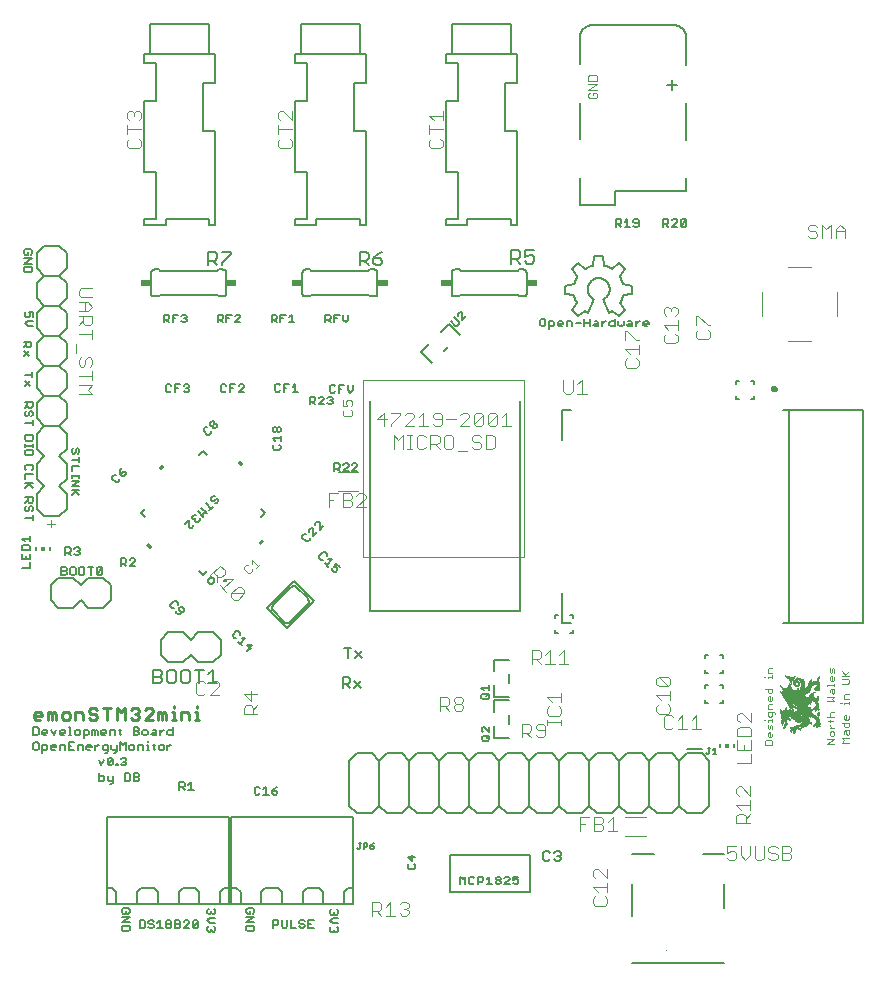
<source format=gbr>
G04 EAGLE Gerber RS-274X export*
G75*
%MOMM*%
%FSLAX34Y34*%
%LPD*%
%INSilkscreen Top*%
%IPPOS*%
%AMOC8*
5,1,8,0,0,1.08239X$1,22.5*%
G01*
%ADD10C,0.152400*%
%ADD11C,0.254000*%
%ADD12C,0.101600*%
%ADD13R,0.006400X0.006300*%
%ADD14R,0.006300X0.012700*%
%ADD15R,0.006400X0.019100*%
%ADD16R,0.006300X0.025400*%
%ADD17R,0.006300X0.057200*%
%ADD18R,0.006400X0.025400*%
%ADD19R,0.006400X0.088900*%
%ADD20R,0.006300X0.038100*%
%ADD21R,0.006300X0.107900*%
%ADD22R,0.006400X0.044500*%
%ADD23R,0.006400X0.127000*%
%ADD24R,0.006300X0.050800*%
%ADD25R,0.006300X0.139700*%
%ADD26R,0.006300X0.006300*%
%ADD27R,0.006400X0.050800*%
%ADD28R,0.006400X0.152400*%
%ADD29R,0.006300X0.063500*%
%ADD30R,0.006300X0.171500*%
%ADD31R,0.006400X0.069800*%
%ADD32R,0.006400X0.184100*%
%ADD33R,0.006400X0.012700*%
%ADD34R,0.006300X0.082500*%
%ADD35R,0.006300X0.196800*%
%ADD36R,0.006300X0.019000*%
%ADD37R,0.006300X0.082600*%
%ADD38R,0.006400X0.209600*%
%ADD39R,0.006400X0.019000*%
%ADD40R,0.006400X0.114300*%
%ADD41R,0.006300X0.304800*%
%ADD42R,0.006300X0.069800*%
%ADD43R,0.006300X0.031800*%
%ADD44R,0.006300X0.031700*%
%ADD45R,0.006300X0.146000*%
%ADD46R,0.006300X0.152400*%
%ADD47R,0.006300X0.006400*%
%ADD48R,0.006400X0.311100*%
%ADD49R,0.006400X0.082600*%
%ADD50R,0.006400X0.038100*%
%ADD51R,0.006400X0.044400*%
%ADD52R,0.006400X0.165100*%
%ADD53R,0.006400X0.209500*%
%ADD54R,0.006300X0.311200*%
%ADD55R,0.006300X0.165100*%
%ADD56R,0.006300X0.088900*%
%ADD57R,0.006300X0.044500*%
%ADD58R,0.006300X0.247600*%
%ADD59R,0.006300X0.266700*%
%ADD60R,0.006400X0.317500*%
%ADD61R,0.006400X0.254000*%
%ADD62R,0.006400X0.101600*%
%ADD63R,0.006400X0.057100*%
%ADD64R,0.006400X0.298500*%
%ADD65R,0.006400X0.031800*%
%ADD66R,0.006300X0.336600*%
%ADD67R,0.006300X0.120700*%
%ADD68R,0.006300X0.260400*%
%ADD69R,0.006300X0.323900*%
%ADD70R,0.006300X0.095200*%
%ADD71R,0.006400X0.698500*%
%ADD72R,0.006400X0.228600*%
%ADD73R,0.006400X0.279400*%
%ADD74R,0.006400X0.355600*%
%ADD75R,0.006400X0.177800*%
%ADD76R,0.006300X0.704800*%
%ADD77R,0.006300X0.241300*%
%ADD78R,0.006300X0.298500*%
%ADD79R,0.006300X0.406400*%
%ADD80R,0.006300X0.184200*%
%ADD81R,0.006400X0.723900*%
%ADD82R,0.006400X0.717500*%
%ADD83R,0.006400X0.190500*%
%ADD84R,0.006300X0.736600*%
%ADD85R,0.006300X0.019100*%
%ADD86R,0.006300X0.723900*%
%ADD87R,0.006300X0.203200*%
%ADD88R,0.006400X0.762000*%
%ADD89R,0.006400X0.063500*%
%ADD90R,0.006400X0.215900*%
%ADD91R,0.006300X1.168400*%
%ADD92R,0.006300X0.222300*%
%ADD93R,0.006400X1.162100*%
%ADD94R,0.006400X0.222200*%
%ADD95R,0.006300X1.155700*%
%ADD96R,0.006300X0.196900*%
%ADD97R,0.006300X0.228600*%
%ADD98R,0.006400X1.136600*%
%ADD99R,0.006400X0.203200*%
%ADD100R,0.006300X1.124000*%
%ADD101R,0.006300X0.209600*%
%ADD102R,0.006300X0.044400*%
%ADD103R,0.006300X0.717600*%
%ADD104R,0.006300X0.235000*%
%ADD105R,0.006400X1.117600*%
%ADD106R,0.006400X0.711200*%
%ADD107R,0.006400X0.241300*%
%ADD108R,0.006300X1.104900*%
%ADD109R,0.006300X0.215900*%
%ADD110R,0.006300X0.190500*%
%ADD111R,0.006300X0.114300*%
%ADD112R,0.006300X1.016000*%
%ADD113R,0.006400X1.079500*%
%ADD114R,0.006400X0.260300*%
%ADD115R,0.006400X0.901700*%
%ADD116R,0.006300X1.054100*%
%ADD117R,0.006300X0.292100*%
%ADD118R,0.006300X0.273100*%
%ADD119R,0.006300X0.895300*%
%ADD120R,0.006400X1.009700*%
%ADD121R,0.006400X0.235000*%
%ADD122R,0.006400X0.323900*%
%ADD123R,0.006400X0.285800*%
%ADD124R,0.006400X0.895400*%
%ADD125R,0.006300X0.965200*%
%ADD126R,0.006300X0.615900*%
%ADD127R,0.006300X0.882700*%
%ADD128R,0.006400X0.641400*%
%ADD129R,0.006400X0.628700*%
%ADD130R,0.006400X0.336600*%
%ADD131R,0.006400X0.882600*%
%ADD132R,0.006300X0.577800*%
%ADD133R,0.006300X0.666700*%
%ADD134R,0.006300X0.400000*%
%ADD135R,0.006300X0.076200*%
%ADD136R,0.006300X0.698500*%
%ADD137R,0.006300X0.158800*%
%ADD138R,0.006400X0.495300*%
%ADD139R,0.006400X1.104900*%
%ADD140R,0.006400X0.774700*%
%ADD141R,0.006300X0.489000*%
%ADD142R,0.006300X1.098500*%
%ADD143R,0.006300X0.743000*%
%ADD144R,0.006400X0.501700*%
%ADD145R,0.006400X1.085900*%
%ADD146R,0.006400X0.743000*%
%ADD147R,0.006300X0.057100*%
%ADD148R,0.006300X0.533400*%
%ADD149R,0.006300X1.066800*%
%ADD150R,0.006300X0.825500*%
%ADD151R,0.006400X0.558800*%
%ADD152R,0.006400X1.054100*%
%ADD153R,0.006400X0.812800*%
%ADD154R,0.006300X0.622300*%
%ADD155R,0.006300X1.041400*%
%ADD156R,0.006300X0.812800*%
%ADD157R,0.006400X0.793800*%
%ADD158R,0.006400X0.806400*%
%ADD159R,0.006300X0.806400*%
%ADD160R,0.006300X0.952500*%
%ADD161R,0.006300X0.800100*%
%ADD162R,0.006400X0.819200*%
%ADD163R,0.006400X0.952500*%
%ADD164R,0.006400X0.800100*%
%ADD165R,0.006300X0.692200*%
%ADD166R,0.006400X0.831900*%
%ADD167R,0.006400X0.685800*%
%ADD168R,0.006400X0.463500*%
%ADD169R,0.006400X0.311200*%
%ADD170R,0.006300X0.838200*%
%ADD171R,0.006300X0.679400*%
%ADD172R,0.006400X0.946200*%
%ADD173R,0.006400X0.679400*%
%ADD174R,0.006400X0.273100*%
%ADD175R,0.006300X0.254000*%
%ADD176R,0.006400X0.704800*%
%ADD177R,0.006400X0.133400*%
%ADD178R,0.006400X0.958900*%
%ADD179R,0.006400X0.742900*%
%ADD180R,0.006400X0.076200*%
%ADD181R,0.006400X0.107900*%
%ADD182R,0.006300X0.958800*%
%ADD183R,0.006300X0.755600*%
%ADD184R,0.006300X0.108000*%
%ADD185R,0.006400X0.146100*%
%ADD186R,0.006300X0.787400*%
%ADD187R,0.006300X0.260300*%
%ADD188R,0.006400X0.171400*%
%ADD189R,0.006300X0.711200*%
%ADD190R,0.006300X0.819100*%
%ADD191R,0.006400X0.444500*%
%ADD192R,0.006400X0.831800*%
%ADD193R,0.006300X0.184100*%
%ADD194R,0.006300X0.400100*%
%ADD195R,0.006300X0.850900*%
%ADD196R,0.006300X0.177800*%
%ADD197R,0.006400X0.393700*%
%ADD198R,0.006400X0.400000*%
%ADD199R,0.006400X0.406400*%
%ADD200R,0.006300X0.381000*%
%ADD201R,0.006300X0.374700*%
%ADD202R,0.006300X0.393700*%
%ADD203R,0.006400X0.158700*%
%ADD204R,0.006400X0.374700*%
%ADD205R,0.006400X0.361900*%
%ADD206R,0.006400X0.368300*%
%ADD207R,0.006300X0.374600*%
%ADD208R,0.006300X0.361900*%
%ADD209R,0.006300X0.362000*%
%ADD210R,0.006300X0.171400*%
%ADD211R,0.006400X0.431800*%
%ADD212R,0.006400X0.362000*%
%ADD213R,0.006400X0.171500*%
%ADD214R,0.006300X0.368300*%
%ADD215R,0.006300X0.419100*%
%ADD216R,0.006300X0.355600*%
%ADD217R,0.006400X0.412800*%
%ADD218R,0.006400X0.381000*%
%ADD219R,0.006400X0.006400*%
%ADD220R,0.006400X0.158800*%
%ADD221R,0.006400X0.349200*%
%ADD222R,0.006300X0.209500*%
%ADD223R,0.006400X0.349300*%
%ADD224R,0.006300X0.158700*%
%ADD225R,0.006300X0.349200*%
%ADD226R,0.006400X0.196800*%
%ADD227R,0.006300X0.342900*%
%ADD228R,0.006400X0.342900*%
%ADD229R,0.006400X0.260400*%
%ADD230R,0.006300X0.146100*%
%ADD231R,0.006400X0.139700*%
%ADD232R,0.006400X0.120600*%
%ADD233R,0.006400X0.266700*%
%ADD234R,0.006300X0.133400*%
%ADD235R,0.006300X0.127000*%
%ADD236R,0.006300X0.336500*%
%ADD237R,0.006300X0.387300*%
%ADD238R,0.006400X0.330200*%
%ADD239R,0.006300X0.330200*%
%ADD240R,0.006300X0.069900*%
%ADD241R,0.006300X0.273000*%
%ADD242R,0.006400X0.069900*%
%ADD243R,0.006400X0.273000*%
%ADD244R,0.006400X0.425400*%
%ADD245R,0.006300X0.438100*%
%ADD246R,0.006400X0.057200*%
%ADD247R,0.006300X0.457200*%
%ADD248R,0.006300X0.279400*%
%ADD249R,0.006300X0.476200*%
%ADD250R,0.006400X0.336500*%
%ADD251R,0.006400X0.482600*%
%ADD252R,0.006300X0.508000*%
%ADD253R,0.006300X0.133300*%
%ADD254R,0.006300X0.285700*%
%ADD255R,0.006400X0.031700*%
%ADD256R,0.006400X0.692100*%
%ADD257R,0.006400X0.285700*%
%ADD258R,0.006300X0.692100*%
%ADD259R,0.006400X0.292100*%
%ADD260R,0.006300X0.679500*%
%ADD261R,0.006400X0.673100*%
%ADD262R,0.006300X0.673100*%
%ADD263R,0.006400X0.298400*%
%ADD264R,0.006300X0.660400*%
%ADD265R,0.006400X0.660400*%
%ADD266R,0.006400X0.304800*%
%ADD267R,0.006300X0.311100*%
%ADD268R,0.006300X0.095300*%
%ADD269R,0.006300X0.647700*%
%ADD270R,0.006300X0.323800*%
%ADD271R,0.006400X0.647700*%
%ADD272R,0.006300X0.101600*%
%ADD273R,0.006300X0.641300*%
%ADD274R,0.006400X0.108000*%
%ADD275R,0.006400X0.635000*%
%ADD276R,0.006300X0.628700*%
%ADD277R,0.006400X0.387300*%
%ADD278R,0.006400X0.622300*%
%ADD279R,0.006300X0.387400*%
%ADD280R,0.006400X0.616000*%
%ADD281R,0.006300X0.412700*%
%ADD282R,0.006300X0.616000*%
%ADD283R,0.006400X0.609600*%
%ADD284R,0.006400X0.374600*%
%ADD285R,0.006300X0.609600*%
%ADD286R,0.006400X0.400100*%
%ADD287R,0.006300X0.635000*%
%ADD288R,0.006300X0.774700*%
%ADD289R,0.006400X0.781100*%
%ADD290R,0.006400X0.577900*%
%ADD291R,0.006300X0.781100*%
%ADD292R,0.006400X0.781000*%
%ADD293R,0.006400X0.590500*%
%ADD294R,0.006300X0.641400*%
%ADD295R,0.006300X0.596900*%
%ADD296R,0.006400X0.787400*%
%ADD297R,0.006300X0.120600*%
%ADD298R,0.006300X0.793800*%
%ADD299R,0.006400X0.793700*%
%ADD300R,0.006300X0.730200*%
%ADD301R,0.006400X0.666800*%
%ADD302R,0.006400X0.730300*%
%ADD303R,0.006300X0.768300*%
%ADD304R,0.006400X0.146000*%
%ADD305R,0.006400X0.819100*%
%ADD306R,0.006300X0.781000*%
%ADD307R,0.006400X0.838200*%
%ADD308R,0.006300X0.793700*%
%ADD309R,0.006300X0.844600*%
%ADD310R,0.006400X0.857200*%
%ADD311R,0.006300X0.762000*%
%ADD312R,0.006300X0.863600*%
%ADD313R,0.006400X0.863600*%
%ADD314R,0.006300X0.869900*%
%ADD315R,0.006400X0.825500*%
%ADD316R,0.006400X0.749300*%
%ADD317R,0.006400X0.870000*%
%ADD318R,0.006300X0.831900*%
%ADD319R,0.006300X0.876300*%
%ADD320R,0.006400X0.736600*%
%ADD321R,0.006400X0.869900*%
%ADD322R,0.006400X0.844600*%
%ADD323R,0.006400X0.850900*%
%ADD324R,0.006300X0.857300*%
%ADD325R,0.006400X0.889000*%
%ADD326R,0.006400X0.844500*%
%ADD327R,0.006300X0.901700*%
%ADD328R,0.006400X0.920700*%
%ADD329R,0.006400X0.692200*%
%ADD330R,0.006300X0.927100*%
%ADD331R,0.006300X0.685800*%
%ADD332R,0.006400X0.412700*%
%ADD333R,0.006400X0.679500*%
%ADD334R,0.006300X0.425500*%
%ADD335R,0.006300X0.958900*%
%ADD336R,0.006400X0.438100*%
%ADD337R,0.006400X0.971500*%
%ADD338R,0.006300X0.450900*%
%ADD339R,0.006300X0.984300*%
%ADD340R,0.006300X0.742900*%
%ADD341R,0.006400X0.469900*%
%ADD342R,0.006400X0.996900*%
%ADD343R,0.006300X1.492200*%
%ADD344R,0.006300X0.654100*%
%ADD345R,0.006400X1.505000*%
%ADD346R,0.006400X0.654000*%
%ADD347R,0.006300X1.524000*%
%ADD348R,0.006300X0.654000*%
%ADD349R,0.006400X1.530300*%
%ADD350R,0.006300X1.543100*%
%ADD351R,0.006400X1.555700*%
%ADD352R,0.006300X1.574800*%
%ADD353R,0.006400X1.587500*%
%ADD354R,0.006300X1.600200*%
%ADD355R,0.006400X1.612900*%
%ADD356R,0.006400X0.654100*%
%ADD357R,0.006300X1.631900*%
%ADD358R,0.006400X1.638300*%
%ADD359R,0.006400X0.628600*%
%ADD360R,0.006300X1.651000*%
%ADD361R,0.006400X1.663700*%
%ADD362R,0.006300X1.682800*%
%ADD363R,0.006400X1.701800*%
%ADD364R,0.006300X1.720900*%
%ADD365R,0.006300X0.603200*%
%ADD366R,0.006400X1.739900*%
%ADD367R,0.006400X0.603200*%
%ADD368R,0.006300X1.752600*%
%ADD369R,0.006400X1.778000*%
%ADD370R,0.006400X0.596900*%
%ADD371R,0.006400X0.590600*%
%ADD372R,0.006300X1.809700*%
%ADD373R,0.006300X0.584200*%
%ADD374R,0.006400X2.419300*%
%ADD375R,0.006300X2.425700*%
%ADD376R,0.006300X0.571500*%
%ADD377R,0.006400X2.425700*%
%ADD378R,0.006400X0.565100*%
%ADD379R,0.006300X2.438400*%
%ADD380R,0.006300X0.565100*%
%ADD381R,0.006400X2.438400*%
%ADD382R,0.006300X2.444800*%
%ADD383R,0.006300X0.552400*%
%ADD384R,0.006400X2.444800*%
%ADD385R,0.006400X0.546100*%
%ADD386R,0.006300X2.457400*%
%ADD387R,0.006300X0.546100*%
%ADD388R,0.006400X2.457400*%
%ADD389R,0.006400X0.539800*%
%ADD390R,0.006400X2.463800*%
%ADD391R,0.006400X0.533400*%
%ADD392R,0.006300X2.470200*%
%ADD393R,0.006300X0.527100*%
%ADD394R,0.006400X2.476500*%
%ADD395R,0.006400X0.520700*%
%ADD396R,0.006300X2.482800*%
%ADD397R,0.006300X0.520700*%
%ADD398R,0.006400X2.482800*%
%ADD399R,0.006300X2.495600*%
%ADD400R,0.006400X2.495600*%
%ADD401R,0.006300X2.508200*%
%ADD402R,0.006400X2.514600*%
%ADD403R,0.006300X2.514600*%
%ADD404R,0.006400X2.527300*%
%ADD405R,0.006300X2.533700*%
%ADD406R,0.006400X2.546400*%
%ADD407R,0.006300X2.559000*%
%ADD408R,0.006400X2.565400*%
%ADD409R,0.006400X0.539700*%
%ADD410R,0.006300X2.571700*%
%ADD411R,0.006300X0.539700*%
%ADD412R,0.006400X2.584500*%
%ADD413R,0.006300X2.590800*%
%ADD414R,0.006300X0.552500*%
%ADD415R,0.006400X2.609800*%
%ADD416R,0.006300X2.622500*%
%ADD417R,0.006400X2.641600*%
%ADD418R,0.006400X0.584200*%
%ADD419R,0.006300X3.232200*%
%ADD420R,0.006400X3.232200*%
%ADD421R,0.006400X0.457200*%
%ADD422R,0.006300X0.514400*%
%ADD423R,0.006300X3.232100*%
%ADD424R,0.006400X3.867100*%
%ADD425R,0.006300X3.879800*%
%ADD426R,0.006400X3.892500*%
%ADD427R,0.006300X3.911600*%
%ADD428R,0.006400X3.918000*%
%ADD429R,0.006300X3.930700*%
%ADD430R,0.006400X3.937000*%
%ADD431R,0.006300X3.949700*%
%ADD432R,0.006400X3.962400*%
%ADD433R,0.006300X3.968700*%
%ADD434R,0.006400X3.975100*%
%ADD435R,0.006300X3.981400*%
%ADD436R,0.006400X4.000500*%
%ADD437R,0.006300X4.006900*%
%ADD438R,0.006400X4.013200*%
%ADD439R,0.006300X4.013200*%
%ADD440R,0.006400X4.019600*%
%ADD441R,0.006300X4.032200*%
%ADD442R,0.006400X4.038600*%
%ADD443R,0.006300X4.044900*%
%ADD444R,0.006400X4.044900*%
%ADD445R,0.006300X0.939800*%
%ADD446R,0.006300X3.111500*%
%ADD447R,0.006400X3.111500*%
%ADD448R,0.006300X0.946200*%
%ADD449R,0.006300X3.105100*%
%ADD450R,0.006400X0.958800*%
%ADD451R,0.006400X0.514400*%
%ADD452R,0.006300X0.527000*%
%ADD453R,0.006400X0.527000*%
%ADD454R,0.006400X3.105200*%
%ADD455R,0.006300X3.098800*%
%ADD456R,0.006400X3.105100*%
%ADD457R,0.006400X3.092400*%
%ADD458R,0.006300X3.092500*%
%ADD459R,0.006400X0.552500*%
%ADD460R,0.006400X2.457500*%
%ADD461R,0.006300X0.558800*%
%ADD462R,0.006400X0.082500*%
%ADD463R,0.006400X0.565200*%
%ADD464R,0.006400X2.381200*%
%ADD465R,0.006300X2.330500*%
%ADD466R,0.006400X0.133300*%
%ADD467R,0.006400X0.247600*%
%ADD468R,0.006400X2.279700*%
%ADD469R,0.006300X2.228900*%
%ADD470R,0.006400X2.089200*%
%ADD471R,0.006400X0.323800*%
%ADD472R,0.006300X0.234900*%
%ADD473R,0.006300X1.778000*%
%ADD474R,0.006300X1.701800*%
%ADD475R,0.006300X1.625600*%
%ADD476R,0.006400X1.593800*%
%ADD477R,0.006300X1.562100*%
%ADD478R,0.006400X1.536700*%
%ADD479R,0.006300X1.511300*%
%ADD480R,0.006400X1.492300*%
%ADD481R,0.006400X0.247700*%
%ADD482R,0.006300X0.920700*%
%ADD483R,0.006300X1.466900*%
%ADD484R,0.006400X1.003300*%
%ADD485R,0.006400X1.441400*%
%ADD486R,0.006300X1.073100*%
%ADD487R,0.006300X1.422400*%
%ADD488R,0.006400X1.098500*%
%ADD489R,0.006400X1.409700*%
%ADD490R,0.006300X1.123900*%
%ADD491R,0.006300X1.390700*%
%ADD492R,0.006400X1.143000*%
%ADD493R,0.006400X1.371600*%
%ADD494R,0.006400X0.234900*%
%ADD495R,0.006300X1.346200*%
%ADD496R,0.006400X1.174700*%
%ADD497R,0.006400X1.327200*%
%ADD498R,0.006300X1.187400*%
%ADD499R,0.006300X1.314400*%
%ADD500R,0.006400X1.200100*%
%ADD501R,0.006400X1.295400*%
%ADD502R,0.006300X1.206500*%
%ADD503R,0.006300X1.276300*%
%ADD504R,0.006400X1.219200*%
%ADD505R,0.006400X1.263600*%
%ADD506R,0.006300X1.225500*%
%ADD507R,0.006300X1.244600*%
%ADD508R,0.006400X1.231900*%
%ADD509R,0.006300X1.238200*%
%ADD510R,0.006400X1.238300*%
%ADD511R,0.006400X1.187500*%
%ADD512R,0.006400X0.387400*%
%ADD513R,0.006400X1.251000*%
%ADD514R,0.006400X1.149400*%
%ADD515R,0.006300X1.257300*%
%ADD516R,0.006300X1.136700*%
%ADD517R,0.006400X0.095200*%
%ADD518R,0.006400X1.257300*%
%ADD519R,0.006400X1.123900*%
%ADD520R,0.006300X1.263700*%
%ADD521R,0.006300X1.143000*%
%ADD522R,0.006400X0.095300*%
%ADD523R,0.006400X1.270000*%
%ADD524R,0.006400X0.419100*%
%ADD525R,0.006300X1.270000*%
%ADD526R,0.006300X1.301700*%
%ADD527R,0.006400X0.184200*%
%ADD528R,0.006400X1.276300*%
%ADD529R,0.006300X0.285800*%
%ADD530R,0.006300X1.282700*%
%ADD531R,0.006300X1.251000*%
%ADD532R,0.006400X1.282700*%
%ADD533R,0.006400X1.225600*%
%ADD534R,0.006400X0.908100*%
%ADD535R,0.006400X1.181100*%
%ADD536R,0.006300X1.162000*%
%ADD537R,0.006400X1.130300*%
%ADD538R,0.006300X1.111300*%
%ADD539R,0.006300X0.247700*%
%ADD540R,0.006300X1.060400*%
%ADD541R,0.006400X1.041400*%
%ADD542R,0.006300X1.022300*%
%ADD543R,0.006300X0.806500*%
%ADD544R,0.006400X0.806500*%
%ADD545R,0.006400X0.939800*%
%ADD546R,0.006300X0.920800*%
%ADD547R,0.006400X0.222300*%
%ADD548R,0.006400X0.717600*%
%ADD549R,0.006300X0.908000*%
%ADD550R,0.006300X0.222200*%
%ADD551R,0.006300X0.298400*%
%ADD552R,0.006300X0.889000*%
%ADD553R,0.006400X0.476300*%
%ADD554R,0.006300X0.495300*%
%ADD555R,0.006400X0.450900*%
%ADD556R,0.006300X0.831800*%
%ADD557R,0.006300X0.539800*%
%ADD558R,0.006300X0.590600*%
%ADD559R,0.006300X0.755700*%
%ADD560R,0.006300X0.349300*%
%ADD561R,0.006400X0.603300*%
%ADD562R,0.006400X0.514300*%
%ADD563R,0.006300X0.717500*%
%ADD564R,0.006300X0.908100*%
%ADD565R,0.006300X0.514300*%
%ADD566R,0.006400X1.066800*%
%ADD567R,0.006300X1.117600*%
%ADD568R,0.006400X0.571500*%
%ADD569R,0.006300X0.488900*%
%ADD570R,0.006400X0.552400*%
%ADD571R,0.006400X0.704900*%
%ADD572R,0.006400X1.162000*%
%ADD573R,0.006300X0.463500*%
%ADD574R,0.006400X1.149300*%
%ADD575R,0.006400X0.450800*%
%ADD576R,0.006400X1.111300*%
%ADD577R,0.006300X1.098600*%
%ADD578R,0.006400X1.028700*%
%ADD579R,0.006300X0.704900*%
%ADD580R,0.006400X0.997000*%
%ADD581R,0.006300X0.984200*%
%ADD582R,0.006400X0.965200*%
%ADD583R,0.006300X0.933400*%
%ADD584R,0.006400X0.920800*%
%ADD585R,0.006300X0.914400*%
%ADD586R,0.006300X0.730300*%
%ADD587R,0.006400X0.882700*%
%ADD588R,0.006400X0.857300*%
%ADD589R,0.006400X0.768300*%
%ADD590R,0.006300X0.749300*%
%ADD591R,0.006300X0.590500*%
%ADD592R,0.006300X0.476300*%
%ADD593R,0.006400X0.489000*%
%ADD594R,0.006300X0.317500*%
%ADD595R,0.006300X0.482600*%
%ADD596R,0.006400X0.476200*%
%ADD597R,0.006400X0.527100*%
%ADD598R,0.006300X0.431800*%
%ADD599R,0.006300X0.425400*%
%ADD600R,0.006400X0.438200*%
%ADD601R,0.006300X0.444500*%
%ADD602R,0.006300X0.997000*%
%ADD603R,0.006300X0.469900*%
%ADD604R,0.006300X1.212800*%
%ADD605R,0.006400X0.641300*%
%ADD606R,0.006400X0.501600*%
%ADD607R,0.006300X0.628600*%
%ADD608R,0.006400X1.276400*%
%ADD609R,0.006300X1.295400*%
%ADD610R,0.006400X1.314500*%
%ADD611R,0.006300X1.339800*%
%ADD612R,0.006400X1.358900*%
%ADD613R,0.006300X1.365200*%
%ADD614R,0.006400X1.289100*%
%ADD615R,0.006300X1.200100*%
%ADD616R,0.006400X0.508000*%
%ADD617R,0.006400X1.098600*%
%ADD618R,0.006300X0.501600*%
%ADD619R,0.006300X1.073200*%
%ADD620R,0.006400X1.047800*%
%ADD621R,0.006300X1.028700*%
%ADD622R,0.006400X1.009600*%
%ADD623R,0.006300X0.844500*%
%ADD624R,0.006400X0.730200*%
%ADD625R,0.006300X0.463600*%
%ADD626R,0.006400X0.463600*%
%ADD627R,0.006400X0.577800*%
%ADD628R,0.006400X0.120700*%
%ADD629R,0.006300X1.314500*%
%ADD630R,0.006400X1.352600*%
%ADD631R,0.006300X1.517700*%
%ADD632R,0.006300X0.438200*%
%ADD633R,0.006400X1.524000*%
%ADD634R,0.006400X1.047700*%
%ADD635R,0.006400X0.425500*%
%ADD636R,0.006400X0.006400*%
%ADD637R,0.006300X0.412800*%
%ADD638R,0.006300X0.450800*%
%ADD639R,0.006400X1.060500*%
%ADD640C,0.127000*%
%ADD641C,0.203000*%
%ADD642C,0.203200*%
%ADD643C,0.076200*%
%ADD644R,0.150000X0.300000*%
%ADD645R,0.300000X0.300000*%
%ADD646C,0.177800*%
%ADD647C,0.120000*%
%ADD648C,0.300000*%
%ADD649R,0.863600X0.609600*%
%ADD650C,0.100000*%

G36*
X185017Y389770D02*
X185017Y389770D01*
X185020Y389769D01*
X185103Y389806D01*
X186899Y391602D01*
X186900Y391604D01*
X186902Y391605D01*
X186918Y391649D01*
X186936Y391693D01*
X186935Y391695D01*
X186936Y391697D01*
X186899Y391781D01*
X184205Y394475D01*
X184203Y394475D01*
X184202Y394477D01*
X184157Y394494D01*
X184113Y394512D01*
X184111Y394511D01*
X184109Y394511D01*
X184026Y394475D01*
X182230Y392679D01*
X182229Y392677D01*
X182227Y392676D01*
X182211Y392631D01*
X182193Y392587D01*
X182194Y392585D01*
X182193Y392583D01*
X182230Y392500D01*
X184924Y389806D01*
X184926Y389805D01*
X184927Y389803D01*
X184972Y389787D01*
X185016Y389769D01*
X185017Y389770D01*
G37*
G36*
X279266Y393305D02*
X279266Y393305D01*
X279268Y393305D01*
X279352Y393341D01*
X282046Y396036D01*
X282047Y396038D01*
X282049Y396038D01*
X282065Y396083D01*
X282083Y396127D01*
X282082Y396129D01*
X282083Y396131D01*
X282046Y396214D01*
X280250Y398010D01*
X280248Y398011D01*
X280247Y398013D01*
X280202Y398029D01*
X280158Y398047D01*
X280156Y398046D01*
X280154Y398047D01*
X280071Y398010D01*
X277377Y395316D01*
X277376Y395314D01*
X277374Y395313D01*
X277358Y395269D01*
X277340Y395225D01*
X277341Y395223D01*
X277340Y395221D01*
X277377Y395137D01*
X279173Y393341D01*
X279175Y393341D01*
X279176Y393339D01*
X279221Y393322D01*
X279264Y393305D01*
X279266Y393305D01*
G37*
G36*
X262487Y460168D02*
X262487Y460168D01*
X262489Y460167D01*
X262572Y460204D01*
X264368Y462000D01*
X264369Y462002D01*
X264371Y462003D01*
X264387Y462048D01*
X264405Y462091D01*
X264404Y462093D01*
X264405Y462095D01*
X264368Y462179D01*
X261674Y464873D01*
X261672Y464874D01*
X261671Y464876D01*
X261626Y464892D01*
X261583Y464910D01*
X261581Y464909D01*
X261579Y464910D01*
X261495Y464873D01*
X259699Y463077D01*
X259699Y463075D01*
X259697Y463074D01*
X259680Y463029D01*
X259662Y462985D01*
X259663Y462983D01*
X259663Y462981D01*
X259699Y462898D01*
X262393Y460204D01*
X262395Y460203D01*
X262396Y460201D01*
X262441Y460185D01*
X262485Y460167D01*
X262487Y460168D01*
G37*
G36*
X194726Y456632D02*
X194726Y456632D01*
X194728Y456632D01*
X194811Y456669D01*
X197505Y459363D01*
X197506Y459365D01*
X197508Y459365D01*
X197525Y459410D01*
X197542Y459454D01*
X197541Y459456D01*
X197542Y459458D01*
X197505Y459541D01*
X195709Y461337D01*
X195707Y461338D01*
X195706Y461340D01*
X195662Y461356D01*
X195618Y461374D01*
X195616Y461373D01*
X195614Y461374D01*
X195531Y461337D01*
X192837Y458643D01*
X192836Y458641D01*
X192834Y458640D01*
X192818Y458596D01*
X192800Y458552D01*
X192801Y458550D01*
X192800Y458548D01*
X192837Y458465D01*
X194633Y456669D01*
X194635Y456668D01*
X194636Y456666D01*
X194680Y456649D01*
X194724Y456632D01*
X194726Y456632D01*
G37*
D10*
X86178Y485876D02*
X79568Y485876D01*
X79568Y482571D01*
X80670Y481469D01*
X85076Y481469D01*
X86178Y482571D01*
X86178Y485876D01*
X79568Y478392D02*
X79568Y476189D01*
X79568Y477290D02*
X86178Y477290D01*
X86178Y476189D02*
X86178Y478392D01*
X86178Y472301D02*
X86178Y470097D01*
X86178Y472301D02*
X85076Y473402D01*
X80670Y473402D01*
X79568Y472301D01*
X79568Y470097D01*
X80670Y468996D01*
X85076Y468996D01*
X86178Y470097D01*
X86178Y457571D02*
X85076Y456469D01*
X86178Y457571D02*
X86178Y459774D01*
X85076Y460876D01*
X80670Y460876D01*
X79568Y459774D01*
X79568Y457571D01*
X80670Y456469D01*
X79568Y453392D02*
X86178Y453392D01*
X79568Y453392D02*
X79568Y448985D01*
X79568Y445908D02*
X86178Y445908D01*
X81772Y445908D02*
X86178Y441501D01*
X82873Y444806D02*
X79568Y441501D01*
X516809Y584732D02*
X519012Y584732D01*
X516809Y584732D02*
X515707Y583631D01*
X515707Y579224D01*
X516809Y578123D01*
X519012Y578123D01*
X520113Y579224D01*
X520113Y583631D01*
X519012Y584732D01*
X523191Y582529D02*
X523191Y575919D01*
X523191Y582529D02*
X526496Y582529D01*
X527598Y581427D01*
X527598Y579224D01*
X526496Y578123D01*
X523191Y578123D01*
X531777Y578123D02*
X533980Y578123D01*
X531777Y578123D02*
X530675Y579224D01*
X530675Y581427D01*
X531777Y582529D01*
X533980Y582529D01*
X535082Y581427D01*
X535082Y580326D01*
X530675Y580326D01*
X538159Y578123D02*
X538159Y582529D01*
X541464Y582529D01*
X542566Y581427D01*
X542566Y578123D01*
X545644Y581427D02*
X550050Y581427D01*
X553128Y578123D02*
X553128Y584732D01*
X553128Y581427D02*
X557534Y581427D01*
X557534Y578123D02*
X557534Y584732D01*
X561713Y582529D02*
X563917Y582529D01*
X565018Y581427D01*
X565018Y578123D01*
X561713Y578123D01*
X560612Y579224D01*
X561713Y580326D01*
X565018Y580326D01*
X568096Y578123D02*
X568096Y582529D01*
X568096Y580326D02*
X570299Y582529D01*
X571401Y582529D01*
X578739Y584732D02*
X578739Y578123D01*
X575434Y578123D01*
X574333Y579224D01*
X574333Y581427D01*
X575434Y582529D01*
X578739Y582529D01*
X581817Y582529D02*
X581817Y579224D01*
X582919Y578123D01*
X584020Y579224D01*
X585122Y578123D01*
X586223Y579224D01*
X586223Y582529D01*
X590403Y582529D02*
X592606Y582529D01*
X593708Y581427D01*
X593708Y578123D01*
X590403Y578123D01*
X589301Y579224D01*
X590403Y580326D01*
X593708Y580326D01*
X596785Y578123D02*
X596785Y582529D01*
X596785Y580326D02*
X598988Y582529D01*
X600090Y582529D01*
X604124Y578123D02*
X606327Y578123D01*
X604124Y578123D02*
X603022Y579224D01*
X603022Y581427D01*
X604124Y582529D01*
X606327Y582529D01*
X607428Y581427D01*
X607428Y580326D01*
X603022Y580326D01*
X89905Y226078D02*
X87702Y226078D01*
X86601Y224976D01*
X86601Y220570D01*
X87702Y219468D01*
X89905Y219468D01*
X91007Y220570D01*
X91007Y224976D01*
X89905Y226078D01*
X94085Y223875D02*
X94085Y217265D01*
X94085Y223875D02*
X97390Y223875D01*
X98491Y222773D01*
X98491Y220570D01*
X97390Y219468D01*
X94085Y219468D01*
X102670Y219468D02*
X104874Y219468D01*
X102670Y219468D02*
X101569Y220570D01*
X101569Y222773D01*
X102670Y223875D01*
X104874Y223875D01*
X105975Y222773D01*
X105975Y221672D01*
X101569Y221672D01*
X109053Y219468D02*
X109053Y223875D01*
X112358Y223875D01*
X113459Y222773D01*
X113459Y219468D01*
X116537Y226078D02*
X120944Y226078D01*
X116537Y226078D02*
X116537Y219468D01*
X120944Y219468D01*
X118740Y222773D02*
X116537Y222773D01*
X124021Y223875D02*
X124021Y219468D01*
X124021Y223875D02*
X127326Y223875D01*
X128428Y222773D01*
X128428Y219468D01*
X132607Y219468D02*
X134810Y219468D01*
X132607Y219468D02*
X131506Y220570D01*
X131506Y222773D01*
X132607Y223875D01*
X134810Y223875D01*
X135912Y222773D01*
X135912Y221672D01*
X131506Y221672D01*
X138990Y219468D02*
X138990Y223875D01*
X138990Y221672D02*
X141193Y223875D01*
X142294Y223875D01*
X147430Y217265D02*
X148531Y217265D01*
X149633Y218367D01*
X149633Y223875D01*
X146328Y223875D01*
X145226Y222773D01*
X145226Y220570D01*
X146328Y219468D01*
X149633Y219468D01*
X152711Y220570D02*
X152711Y223875D01*
X152711Y220570D02*
X153812Y219468D01*
X157117Y219468D01*
X157117Y218367D02*
X157117Y223875D01*
X157117Y218367D02*
X156015Y217265D01*
X154914Y217265D01*
X160195Y219468D02*
X160195Y226078D01*
X162398Y223875D01*
X164601Y226078D01*
X164601Y219468D01*
X168781Y219468D02*
X170984Y219468D01*
X172085Y220570D01*
X172085Y222773D01*
X170984Y223875D01*
X168781Y223875D01*
X167679Y222773D01*
X167679Y220570D01*
X168781Y219468D01*
X175163Y219468D02*
X175163Y223875D01*
X178468Y223875D01*
X179569Y222773D01*
X179569Y219468D01*
X182647Y223875D02*
X183749Y223875D01*
X183749Y219468D01*
X184850Y219468D02*
X182647Y219468D01*
X183749Y226078D02*
X183749Y227180D01*
X188738Y224976D02*
X188738Y220570D01*
X189840Y219468D01*
X189840Y223875D02*
X187637Y223875D01*
X193728Y219468D02*
X195931Y219468D01*
X197033Y220570D01*
X197033Y222773D01*
X195931Y223875D01*
X193728Y223875D01*
X192626Y222773D01*
X192626Y220570D01*
X193728Y219468D01*
X200110Y219468D02*
X200110Y223875D01*
X200110Y221672D02*
X202313Y223875D01*
X203415Y223875D01*
X86601Y231968D02*
X86601Y238578D01*
X86601Y231968D02*
X89905Y231968D01*
X91007Y233070D01*
X91007Y237476D01*
X89905Y238578D01*
X86601Y238578D01*
X95186Y231968D02*
X97390Y231968D01*
X95186Y231968D02*
X94085Y233070D01*
X94085Y235273D01*
X95186Y236375D01*
X97390Y236375D01*
X98491Y235273D01*
X98491Y234172D01*
X94085Y234172D01*
X101569Y236375D02*
X103772Y231968D01*
X105975Y236375D01*
X110155Y231968D02*
X112358Y231968D01*
X110155Y231968D02*
X109053Y233070D01*
X109053Y235273D01*
X110155Y236375D01*
X112358Y236375D01*
X113459Y235273D01*
X113459Y234172D01*
X109053Y234172D01*
X116537Y238578D02*
X117639Y238578D01*
X117639Y231968D01*
X118740Y231968D02*
X116537Y231968D01*
X122628Y231968D02*
X124831Y231968D01*
X125933Y233070D01*
X125933Y235273D01*
X124831Y236375D01*
X122628Y236375D01*
X121527Y235273D01*
X121527Y233070D01*
X122628Y231968D01*
X129011Y229765D02*
X129011Y236375D01*
X132316Y236375D01*
X133417Y235273D01*
X133417Y233070D01*
X132316Y231968D01*
X129011Y231968D01*
X136495Y231968D02*
X136495Y236375D01*
X137597Y236375D01*
X138698Y235273D01*
X138698Y231968D01*
X138698Y235273D02*
X139800Y236375D01*
X140901Y235273D01*
X140901Y231968D01*
X145081Y231968D02*
X147284Y231968D01*
X145081Y231968D02*
X143979Y233070D01*
X143979Y235273D01*
X145081Y236375D01*
X147284Y236375D01*
X148386Y235273D01*
X148386Y234172D01*
X143979Y234172D01*
X151463Y231968D02*
X151463Y236375D01*
X154768Y236375D01*
X155870Y235273D01*
X155870Y231968D01*
X160049Y233070D02*
X160049Y237476D01*
X160049Y233070D02*
X161151Y231968D01*
X161151Y236375D02*
X158947Y236375D01*
X171421Y238578D02*
X171421Y231968D01*
X171421Y238578D02*
X174726Y238578D01*
X175827Y237476D01*
X175827Y236375D01*
X174726Y235273D01*
X175827Y234172D01*
X175827Y233070D01*
X174726Y231968D01*
X171421Y231968D01*
X171421Y235273D02*
X174726Y235273D01*
X180007Y231968D02*
X182210Y231968D01*
X183312Y233070D01*
X183312Y235273D01*
X182210Y236375D01*
X180007Y236375D01*
X178905Y235273D01*
X178905Y233070D01*
X180007Y231968D01*
X187491Y236375D02*
X189694Y236375D01*
X190796Y235273D01*
X190796Y231968D01*
X187491Y231968D01*
X186389Y233070D01*
X187491Y234172D01*
X190796Y234172D01*
X193873Y231968D02*
X193873Y236375D01*
X193873Y234172D02*
X196077Y236375D01*
X197178Y236375D01*
X204517Y238578D02*
X204517Y231968D01*
X201212Y231968D01*
X200110Y233070D01*
X200110Y235273D01*
X201212Y236375D01*
X204517Y236375D01*
D11*
X92193Y244976D02*
X88803Y244976D01*
X87109Y246671D01*
X87109Y250061D01*
X88803Y251756D01*
X92193Y251756D01*
X93888Y250061D01*
X93888Y248366D01*
X87109Y248366D01*
X98803Y244976D02*
X98803Y251756D01*
X100497Y251756D01*
X102192Y250061D01*
X102192Y244976D01*
X102192Y250061D02*
X103887Y251756D01*
X105582Y250061D01*
X105582Y244976D01*
X112191Y244976D02*
X115581Y244976D01*
X117276Y246671D01*
X117276Y250061D01*
X115581Y251756D01*
X112191Y251756D01*
X110497Y250061D01*
X110497Y246671D01*
X112191Y244976D01*
X122190Y244976D02*
X122190Y251756D01*
X127275Y251756D01*
X128970Y250061D01*
X128970Y244976D01*
X138969Y255145D02*
X140664Y253450D01*
X138969Y255145D02*
X135579Y255145D01*
X133884Y253450D01*
X133884Y251756D01*
X135579Y250061D01*
X138969Y250061D01*
X140664Y248366D01*
X140664Y246671D01*
X138969Y244976D01*
X135579Y244976D01*
X133884Y246671D01*
X148968Y244976D02*
X148968Y255145D01*
X145578Y255145D02*
X152358Y255145D01*
X157272Y255145D02*
X157272Y244976D01*
X160662Y251756D02*
X157272Y255145D01*
X160662Y251756D02*
X164052Y255145D01*
X164052Y244976D01*
X168966Y253450D02*
X170661Y255145D01*
X174051Y255145D01*
X175745Y253450D01*
X175745Y251756D01*
X174051Y250061D01*
X172356Y250061D01*
X174051Y250061D02*
X175745Y248366D01*
X175745Y246671D01*
X174051Y244976D01*
X170661Y244976D01*
X168966Y246671D01*
X180660Y244976D02*
X187439Y244976D01*
X180660Y244976D02*
X187439Y251756D01*
X187439Y253450D01*
X185745Y255145D01*
X182355Y255145D01*
X180660Y253450D01*
X192354Y251756D02*
X192354Y244976D01*
X192354Y251756D02*
X194049Y251756D01*
X195744Y250061D01*
X195744Y244976D01*
X195744Y250061D02*
X197439Y251756D01*
X199133Y250061D01*
X199133Y244976D01*
X204048Y251756D02*
X205743Y251756D01*
X205743Y244976D01*
X204048Y244976D02*
X207438Y244976D01*
X205743Y255145D02*
X205743Y256840D01*
X211844Y251756D02*
X211844Y244976D01*
X211844Y251756D02*
X216929Y251756D01*
X218623Y250061D01*
X218623Y244976D01*
X223538Y251756D02*
X225233Y251756D01*
X225233Y244976D01*
X223538Y244976D02*
X226928Y244976D01*
X225233Y255145D02*
X225233Y256840D01*
D10*
X141873Y210799D02*
X144076Y206392D01*
X146279Y210799D01*
X149357Y211900D02*
X149357Y207494D01*
X149357Y211900D02*
X150458Y213002D01*
X152662Y213002D01*
X153763Y211900D01*
X153763Y207494D01*
X152662Y206392D01*
X150458Y206392D01*
X149357Y207494D01*
X153763Y211900D01*
X156841Y207494D02*
X156841Y206392D01*
X156841Y207494D02*
X157943Y207494D01*
X157943Y206392D01*
X156841Y206392D01*
X160583Y211900D02*
X161685Y213002D01*
X163888Y213002D01*
X164989Y211900D01*
X164989Y210799D01*
X163888Y209697D01*
X162786Y209697D01*
X163888Y209697D02*
X164989Y208596D01*
X164989Y207494D01*
X163888Y206392D01*
X161685Y206392D01*
X160583Y207494D01*
D12*
X706167Y223827D02*
X712268Y223827D01*
X712268Y226877D01*
X711251Y227894D01*
X707184Y227894D01*
X706167Y226877D01*
X706167Y223827D01*
X712268Y231392D02*
X712268Y233426D01*
X712268Y231392D02*
X711251Y230376D01*
X709218Y230376D01*
X708201Y231392D01*
X708201Y233426D01*
X709218Y234443D01*
X710235Y234443D01*
X710235Y230376D01*
X712268Y236924D02*
X712268Y239975D01*
X711251Y240992D01*
X710235Y239975D01*
X710235Y237941D01*
X709218Y236924D01*
X708201Y237941D01*
X708201Y240992D01*
X708201Y243473D02*
X708201Y244490D01*
X712268Y244490D01*
X712268Y245506D02*
X712268Y243473D01*
X706167Y244490D02*
X705150Y244490D01*
X714302Y249872D02*
X714302Y250889D01*
X713285Y251906D01*
X708201Y251906D01*
X708201Y248855D01*
X709218Y247839D01*
X711251Y247839D01*
X712268Y248855D01*
X712268Y251906D01*
X712268Y254387D02*
X708201Y254387D01*
X708201Y257438D01*
X709218Y258455D01*
X712268Y258455D01*
X712268Y261953D02*
X712268Y263986D01*
X712268Y261953D02*
X711251Y260936D01*
X709218Y260936D01*
X708201Y261953D01*
X708201Y263986D01*
X709218Y265003D01*
X710235Y265003D01*
X710235Y260936D01*
X712268Y271552D02*
X706167Y271552D01*
X712268Y271552D02*
X712268Y268501D01*
X711251Y267484D01*
X709218Y267484D01*
X708201Y268501D01*
X708201Y271552D01*
X708201Y280582D02*
X708201Y281598D01*
X712268Y281598D01*
X712268Y280582D02*
X712268Y282615D01*
X706167Y281598D02*
X705150Y281598D01*
X708201Y284947D02*
X712268Y284947D01*
X708201Y284947D02*
X708201Y287998D01*
X709218Y289015D01*
X712268Y289015D01*
X758637Y224635D02*
X764739Y224635D01*
X764739Y228702D02*
X758637Y224635D01*
X758637Y228702D02*
X764739Y228702D01*
X764739Y232200D02*
X764739Y234234D01*
X763722Y235251D01*
X761688Y235251D01*
X760671Y234234D01*
X760671Y232200D01*
X761688Y231183D01*
X763722Y231183D01*
X764739Y232200D01*
X764739Y237732D02*
X760671Y237732D01*
X762705Y237732D02*
X760671Y239766D01*
X760671Y240782D01*
X759654Y244206D02*
X763722Y244206D01*
X764739Y245223D01*
X760671Y245223D02*
X760671Y243189D01*
X758637Y247555D02*
X764739Y247555D01*
X761688Y247555D02*
X760671Y248572D01*
X760671Y250605D01*
X761688Y251622D01*
X764739Y251622D01*
X764739Y260652D02*
X758637Y260652D01*
X762705Y262686D02*
X764739Y260652D01*
X762705Y262686D02*
X764739Y264719D01*
X758637Y264719D01*
X760671Y268217D02*
X760671Y270251D01*
X761688Y271268D01*
X764739Y271268D01*
X764739Y268217D01*
X763722Y267201D01*
X762705Y268217D01*
X762705Y271268D01*
X758637Y273749D02*
X758637Y274766D01*
X764739Y274766D01*
X764739Y273749D02*
X764739Y275783D01*
X764739Y279132D02*
X764739Y281166D01*
X764739Y279132D02*
X763722Y278115D01*
X761688Y278115D01*
X760671Y279132D01*
X760671Y281166D01*
X761688Y282182D01*
X762705Y282182D01*
X762705Y278115D01*
X764739Y284664D02*
X764739Y287714D01*
X763722Y288731D01*
X762705Y287714D01*
X762705Y285680D01*
X761688Y284664D01*
X760671Y285680D01*
X760671Y288731D01*
X770857Y225509D02*
X776958Y225509D01*
X772890Y227543D02*
X770857Y225509D01*
X772890Y227543D02*
X770857Y229577D01*
X776958Y229577D01*
X772890Y233075D02*
X772890Y235108D01*
X773907Y236125D01*
X776958Y236125D01*
X776958Y233075D01*
X775941Y232058D01*
X774924Y233075D01*
X774924Y236125D01*
X776958Y242674D02*
X770857Y242674D01*
X776958Y242674D02*
X776958Y239623D01*
X775941Y238606D01*
X773907Y238606D01*
X772890Y239623D01*
X772890Y242674D01*
X776958Y246172D02*
X776958Y248206D01*
X776958Y246172D02*
X775941Y245155D01*
X773907Y245155D01*
X772890Y246172D01*
X772890Y248206D01*
X773907Y249222D01*
X774924Y249222D01*
X774924Y245155D01*
X772890Y258252D02*
X772890Y259269D01*
X776958Y259269D01*
X776958Y258252D02*
X776958Y260286D01*
X770857Y259269D02*
X769840Y259269D01*
X772890Y262618D02*
X776958Y262618D01*
X772890Y262618D02*
X772890Y265669D01*
X773907Y266685D01*
X776958Y266685D01*
X775941Y275715D02*
X770857Y275715D01*
X775941Y275715D02*
X776958Y276732D01*
X776958Y278766D01*
X775941Y279783D01*
X770857Y279783D01*
X770857Y282264D02*
X776958Y282264D01*
X774924Y282264D02*
X770857Y286331D01*
X773907Y283281D02*
X776958Y286331D01*
D13*
X753449Y239226D03*
D14*
X753385Y239194D03*
D15*
X753322Y239226D03*
D16*
X753258Y239195D03*
D17*
X753258Y241195D03*
D18*
X753195Y239195D03*
D19*
X753195Y241163D03*
D20*
X753131Y239194D03*
D21*
X753131Y241131D03*
D22*
X753068Y239226D03*
D23*
X753068Y241100D03*
D24*
X753004Y239258D03*
D25*
X753004Y241099D03*
D26*
X753004Y270214D03*
D27*
X752941Y239258D03*
D28*
X752941Y241036D03*
D13*
X752941Y270214D03*
D29*
X752877Y239258D03*
D30*
X752877Y241004D03*
D14*
X752877Y270182D03*
D31*
X752814Y239290D03*
D32*
X752814Y241004D03*
D33*
X752814Y270182D03*
D34*
X752750Y239353D03*
D35*
X752750Y240941D03*
D26*
X752750Y249132D03*
X752750Y250783D03*
D36*
X752750Y270151D03*
D37*
X752750Y271675D03*
D19*
X752687Y239385D03*
D38*
X752687Y240941D03*
D27*
X752687Y249164D03*
D39*
X752687Y250720D03*
D18*
X752687Y270183D03*
D40*
X752687Y271706D03*
D41*
X752623Y240465D03*
D42*
X752623Y249196D03*
D43*
X752623Y250720D03*
D44*
X752623Y270214D03*
D45*
X752623Y271675D03*
D46*
X752623Y275390D03*
D47*
X752623Y281073D03*
D48*
X752560Y240496D03*
D49*
X752560Y249196D03*
D50*
X752560Y250688D03*
D51*
X752560Y270278D03*
D52*
X752560Y271643D03*
D53*
X752560Y275421D03*
D33*
X752560Y281041D03*
D54*
X752496Y240560D03*
D55*
X752496Y244401D03*
D56*
X752496Y249227D03*
D57*
X752496Y250656D03*
D58*
X752496Y271294D03*
D59*
X752496Y275389D03*
D36*
X752496Y281073D03*
D60*
X752433Y240591D03*
D61*
X752433Y244338D03*
D62*
X752433Y249228D03*
D63*
X752433Y250656D03*
D61*
X752433Y271389D03*
D64*
X752433Y275421D03*
D65*
X752433Y279930D03*
D18*
X752433Y281041D03*
D66*
X752369Y240687D03*
D54*
X752369Y244243D03*
D67*
X752369Y249259D03*
D42*
X752369Y250593D03*
D68*
X752369Y271421D03*
D69*
X752369Y275421D03*
D70*
X752369Y280057D03*
D16*
X752369Y281041D03*
D71*
X752306Y242496D03*
D72*
X752306Y249799D03*
D73*
X752306Y271516D03*
D74*
X752306Y275390D03*
D75*
X752306Y280343D03*
D76*
X752242Y242592D03*
D77*
X752242Y249735D03*
D47*
X752242Y253006D03*
D78*
X752242Y271611D03*
D79*
X752242Y275199D03*
D80*
X752242Y280311D03*
D81*
X752179Y242687D03*
D61*
X752179Y249672D03*
D33*
X752179Y253037D03*
D82*
X752179Y273770D03*
D83*
X752179Y280279D03*
D84*
X752115Y242814D03*
D59*
X752115Y249608D03*
D85*
X752115Y253069D03*
X752115Y254212D03*
D86*
X752115Y273802D03*
D87*
X752115Y280216D03*
D88*
X752052Y242941D03*
D73*
X752052Y249482D03*
D18*
X752052Y253101D03*
D89*
X752052Y254244D03*
D33*
X752052Y264150D03*
D81*
X752052Y273865D03*
D90*
X752052Y280152D03*
D91*
X751988Y245037D03*
D43*
X751988Y253133D03*
D56*
X751988Y254244D03*
D36*
X751988Y264182D03*
D86*
X751988Y273929D03*
D92*
X751988Y280120D03*
D93*
X751925Y245068D03*
D63*
X751925Y253196D03*
D40*
X751925Y254244D03*
D18*
X751925Y264214D03*
D81*
X751925Y273992D03*
D94*
X751925Y280057D03*
D95*
X751861Y245100D03*
D96*
X751861Y253958D03*
D43*
X751861Y264182D03*
D86*
X751861Y274056D03*
D97*
X751861Y280025D03*
D98*
X751798Y245132D03*
D99*
X751798Y253990D03*
D50*
X751798Y264213D03*
D81*
X751798Y274119D03*
D72*
X751798Y279962D03*
D100*
X751734Y245132D03*
D101*
X751734Y254022D03*
D36*
X751734Y257324D03*
D17*
X751734Y262912D03*
D102*
X751734Y264182D03*
D103*
X751734Y274215D03*
D104*
X751734Y279930D03*
D105*
X751671Y245164D03*
D90*
X751671Y254053D03*
D23*
X751671Y257483D03*
D19*
X751671Y262880D03*
D51*
X751671Y264182D03*
D106*
X751671Y274310D03*
D107*
X751671Y279834D03*
D108*
X751607Y245163D03*
D109*
X751607Y254117D03*
D110*
X751607Y257609D03*
D111*
X751607Y262880D03*
D29*
X751607Y264086D03*
D112*
X751607Y275961D03*
D113*
X751544Y245227D03*
D94*
X751544Y254149D03*
D114*
X751544Y257514D03*
D107*
X751544Y263261D03*
D33*
X751544Y271135D03*
X751544Y271706D03*
D115*
X751544Y276469D03*
D116*
X751480Y245290D03*
D97*
X751480Y254244D03*
D117*
X751480Y257482D03*
D118*
X751480Y263102D03*
D119*
X751480Y276437D03*
D120*
X751417Y245449D03*
D121*
X751417Y254276D03*
D122*
X751417Y257514D03*
D123*
X751417Y263039D03*
D13*
X751417Y269071D03*
D124*
X751417Y276374D03*
D125*
X751353Y245545D03*
D126*
X751353Y256244D03*
D78*
X751353Y262975D03*
D14*
X751353Y269103D03*
D127*
X751353Y276310D03*
D128*
X751290Y244243D03*
D61*
X751290Y249037D03*
D129*
X751290Y256371D03*
D130*
X751290Y262785D03*
D39*
X751290Y269135D03*
D18*
X751290Y270754D03*
D131*
X751290Y276247D03*
D132*
X751226Y244243D03*
D87*
X751226Y249164D03*
D133*
X751226Y256625D03*
D134*
X751226Y262404D03*
D16*
X751226Y269167D03*
D135*
X751226Y270818D03*
D136*
X751226Y275135D03*
D137*
X751226Y279676D03*
D138*
X751163Y244465D03*
D52*
X751163Y249227D03*
D139*
X751163Y258879D03*
D65*
X751163Y269262D03*
D140*
X751163Y274246D03*
D62*
X751163Y279708D03*
D26*
X751099Y237956D03*
D141*
X751099Y244497D03*
D67*
X751099Y249259D03*
D142*
X751099Y258911D03*
D57*
X751099Y269325D03*
D143*
X751099Y273961D03*
D33*
X751036Y237988D03*
D144*
X751036Y244433D03*
D22*
X751036Y249259D03*
D145*
X751036Y258911D03*
D27*
X751036Y269421D03*
D146*
X751036Y273834D03*
D14*
X750972Y238051D03*
D147*
X750972Y239734D03*
D148*
X750972Y244338D03*
D149*
X750972Y258943D03*
D150*
X750972Y273294D03*
D15*
X750909Y238083D03*
D49*
X750909Y239798D03*
D151*
X750909Y244275D03*
D152*
X750909Y258943D03*
D153*
X750909Y273294D03*
D16*
X750845Y238115D03*
D21*
X750845Y239861D03*
D154*
X750845Y244020D03*
D155*
X750845Y258943D03*
D156*
X750845Y273294D03*
D65*
X750782Y238147D03*
D157*
X750782Y243227D03*
D120*
X750782Y259038D03*
D158*
X750782Y273326D03*
D20*
X750718Y238178D03*
D159*
X750718Y243227D03*
D160*
X750718Y259260D03*
D161*
X750718Y273357D03*
D22*
X750655Y238210D03*
D162*
X750655Y243227D03*
D163*
X750655Y259197D03*
D164*
X750655Y273421D03*
D24*
X750591Y238306D03*
D150*
X750591Y243258D03*
D165*
X750591Y257705D03*
D87*
X750591Y262880D03*
D161*
X750591Y273421D03*
D89*
X750528Y238369D03*
D166*
X750528Y243290D03*
D167*
X750528Y257483D03*
D28*
X750528Y262944D03*
D168*
X750528Y271865D03*
D169*
X750528Y275866D03*
D34*
X750464Y238464D03*
D170*
X750464Y243322D03*
D171*
X750464Y257324D03*
D111*
X750464Y263007D03*
D87*
X750464Y270564D03*
D80*
X750464Y272818D03*
D117*
X750464Y275961D03*
D172*
X750401Y242846D03*
D173*
X750401Y257197D03*
D49*
X750401Y263039D03*
D75*
X750401Y270564D03*
D28*
X750401Y272723D03*
D174*
X750401Y276056D03*
D160*
X750337Y242877D03*
D165*
X750337Y257197D03*
D57*
X750337Y262975D03*
D55*
X750337Y270563D03*
D25*
X750337Y272659D03*
D175*
X750337Y276152D03*
D163*
X750274Y242941D03*
D176*
X750274Y257197D03*
D177*
X750274Y270532D03*
D23*
X750274Y272596D03*
D61*
X750274Y276152D03*
D160*
X750210Y243004D03*
D86*
X750210Y257228D03*
D21*
X750210Y270468D03*
D111*
X750210Y272532D03*
D175*
X750210Y276152D03*
D178*
X750147Y243036D03*
D179*
X750147Y257260D03*
D180*
X750147Y270437D03*
D181*
X750147Y272500D03*
D61*
X750147Y276152D03*
D182*
X750083Y243100D03*
D183*
X750083Y257324D03*
D184*
X750083Y272437D03*
D175*
X750083Y276152D03*
D178*
X750020Y243163D03*
D140*
X750020Y257355D03*
D185*
X750020Y272119D03*
D114*
X750020Y276183D03*
D160*
X749956Y243258D03*
D186*
X749956Y257419D03*
D55*
X749956Y272024D03*
D187*
X749956Y276183D03*
D163*
X749893Y243322D03*
D158*
X749893Y257451D03*
D188*
X749893Y271929D03*
D114*
X749893Y276183D03*
D109*
X749829Y239702D03*
D189*
X749829Y244529D03*
D47*
X749829Y252117D03*
D190*
X749829Y257514D03*
D30*
X749829Y271865D03*
D187*
X749829Y276183D03*
D75*
X749766Y239639D03*
D38*
X749766Y242084D03*
D191*
X749766Y245925D03*
D15*
X749766Y252180D03*
D192*
X749766Y257578D03*
D75*
X749766Y271770D03*
D114*
X749766Y276183D03*
D25*
X749702Y239575D03*
D193*
X749702Y242020D03*
D194*
X749702Y246211D03*
D16*
X749702Y252212D03*
D195*
X749702Y257609D03*
D196*
X749702Y271707D03*
D187*
X749702Y276183D03*
D19*
X749639Y239512D03*
D188*
X749639Y241957D03*
D197*
X749639Y246306D03*
D65*
X749639Y252244D03*
D198*
X749639Y255292D03*
D199*
X749639Y259959D03*
D75*
X749639Y271643D03*
D114*
X749639Y276183D03*
D43*
X749575Y239544D03*
D55*
X749575Y241861D03*
D200*
X749575Y246370D03*
D20*
X749575Y252339D03*
D201*
X749575Y255101D03*
D202*
X749575Y260149D03*
D196*
X749575Y271643D03*
D187*
X749575Y276183D03*
D203*
X749512Y241766D03*
D204*
X749512Y246465D03*
D51*
X749512Y252371D03*
D205*
X749512Y254974D03*
D206*
X749512Y260340D03*
D75*
X749512Y271580D03*
D114*
X749512Y276183D03*
D55*
X749448Y241671D03*
D207*
X749448Y246529D03*
D24*
X749448Y252466D03*
D208*
X749448Y254847D03*
D209*
X749448Y260499D03*
D210*
X749448Y271548D03*
D187*
X749448Y276183D03*
D52*
X749385Y241544D03*
D204*
X749385Y246592D03*
D211*
X749385Y254435D03*
D212*
X749385Y260626D03*
D213*
X749385Y271484D03*
D114*
X749385Y276183D03*
D210*
X749321Y241449D03*
D214*
X749321Y246624D03*
D215*
X749321Y254371D03*
D216*
X749321Y260785D03*
D55*
X749321Y271452D03*
D187*
X749321Y276183D03*
D52*
X749258Y241353D03*
D205*
X749258Y246719D03*
D217*
X749258Y254403D03*
D74*
X749258Y260912D03*
D52*
X749258Y271389D03*
D114*
X749258Y276183D03*
D55*
X749194Y241290D03*
D209*
X749194Y246783D03*
D134*
X749194Y254403D03*
D216*
X749194Y260975D03*
D55*
X749194Y271325D03*
D187*
X749194Y276183D03*
D52*
X749131Y241226D03*
D205*
X749131Y246846D03*
D218*
X749131Y254435D03*
D74*
X749131Y261102D03*
D219*
X749131Y269770D03*
D220*
X749131Y271294D03*
D114*
X749131Y276183D03*
D55*
X749067Y241163D03*
D216*
X749067Y246878D03*
D214*
X749067Y254498D03*
D216*
X749067Y261229D03*
D85*
X749067Y269833D03*
D55*
X749067Y271198D03*
D187*
X749067Y276183D03*
D52*
X749004Y241099D03*
D74*
X749004Y246942D03*
D221*
X749004Y254530D03*
D74*
X749004Y261293D03*
D65*
X749004Y269897D03*
D75*
X749004Y271072D03*
D114*
X749004Y276183D03*
D137*
X748940Y241068D03*
D216*
X748940Y247005D03*
D29*
X748940Y253482D03*
D87*
X748940Y255260D03*
D216*
X748940Y261420D03*
D222*
X748940Y270849D03*
D187*
X748940Y276183D03*
D52*
X748877Y241036D03*
D223*
X748877Y247100D03*
D83*
X748877Y255260D03*
D212*
X748877Y261515D03*
D13*
X748877Y267547D03*
D99*
X748877Y270818D03*
D114*
X748877Y276183D03*
D224*
X748813Y241004D03*
D225*
X748813Y247164D03*
D96*
X748813Y255228D03*
D216*
X748813Y261610D03*
D14*
X748813Y267579D03*
D35*
X748813Y270786D03*
D187*
X748813Y276183D03*
D28*
X748750Y240973D03*
D223*
X748750Y247227D03*
D226*
X748750Y255165D03*
D74*
X748750Y261737D03*
D39*
X748750Y267611D03*
D32*
X748750Y270849D03*
D61*
X748750Y276152D03*
D46*
X748686Y240973D03*
D227*
X748686Y247259D03*
D35*
X748686Y255165D03*
D216*
X748686Y261801D03*
D16*
X748686Y267643D03*
D55*
X748686Y270817D03*
D68*
X748686Y276120D03*
D28*
X748623Y240909D03*
D228*
X748623Y247322D03*
D83*
X748623Y255133D03*
D212*
X748623Y261896D03*
D18*
X748623Y267643D03*
D28*
X748623Y270818D03*
D229*
X748623Y276120D03*
D230*
X748559Y240877D03*
D227*
X748559Y247386D03*
D193*
X748559Y255101D03*
D208*
X748559Y261959D03*
D43*
X748559Y267611D03*
D25*
X748559Y270817D03*
D68*
X748559Y276120D03*
D231*
X748496Y240845D03*
D228*
X748496Y247449D03*
D32*
X748496Y255101D03*
D206*
X748496Y262054D03*
D50*
X748496Y267642D03*
D232*
X748496Y270786D03*
D229*
X748496Y276120D03*
D14*
X748432Y238750D03*
D25*
X748432Y240845D03*
D227*
X748432Y247513D03*
D196*
X748432Y255070D03*
D207*
X748432Y262150D03*
D20*
X748432Y267642D03*
D135*
X748432Y270818D03*
D59*
X748432Y276088D03*
D18*
X748369Y238814D03*
D177*
X748369Y240814D03*
D228*
X748369Y247576D03*
D75*
X748369Y255070D03*
D206*
X748369Y262245D03*
D22*
X748369Y267674D03*
D50*
X748369Y270754D03*
D233*
X748369Y276088D03*
D43*
X748305Y238909D03*
D234*
X748305Y240814D03*
D227*
X748305Y247640D03*
D210*
X748305Y255038D03*
D201*
X748305Y262340D03*
D57*
X748305Y267674D03*
D59*
X748305Y276088D03*
D22*
X748242Y238972D03*
D177*
X748242Y240814D03*
D130*
X748242Y247672D03*
D213*
X748242Y254974D03*
D218*
X748242Y262372D03*
D27*
X748242Y267643D03*
D233*
X748242Y276088D03*
D29*
X748178Y239131D03*
D235*
X748178Y240782D03*
D236*
X748178Y247735D03*
D55*
X748178Y254942D03*
D237*
X748178Y262467D03*
D147*
X748178Y267674D03*
D59*
X748178Y276088D03*
D61*
X748115Y240147D03*
D238*
X748115Y247767D03*
D13*
X748115Y253323D03*
D52*
X748115Y254942D03*
D197*
X748115Y262562D03*
D63*
X748115Y267674D03*
D174*
X748115Y276056D03*
D104*
X748051Y240179D03*
D66*
X748051Y247799D03*
D14*
X748051Y253418D03*
D30*
X748051Y254847D03*
D202*
X748051Y262626D03*
D147*
X748051Y267674D03*
D59*
X748051Y276024D03*
D94*
X747988Y240179D03*
D238*
X747988Y247831D03*
D18*
X747988Y253546D03*
D75*
X747988Y254689D03*
D197*
X747988Y262689D03*
D89*
X747988Y267642D03*
D233*
X747988Y276024D03*
D101*
X747924Y240179D03*
D239*
X747924Y247894D03*
D96*
X747924Y254466D03*
D134*
X747924Y262785D03*
D240*
X747924Y267674D03*
D241*
X747924Y275993D03*
D83*
X747861Y240210D03*
D130*
X747861Y247926D03*
D75*
X747861Y254498D03*
D199*
X747861Y262817D03*
D242*
X747861Y267674D03*
D243*
X747861Y275993D03*
D210*
X747797Y240179D03*
D239*
X747797Y247958D03*
D224*
X747797Y254466D03*
D215*
X747797Y262943D03*
D135*
X747797Y267643D03*
D241*
X747797Y275993D03*
D28*
X747734Y240211D03*
D238*
X747734Y248021D03*
D231*
X747734Y254498D03*
D244*
X747734Y263039D03*
D180*
X747734Y267643D03*
D73*
X747734Y275961D03*
D184*
X747670Y240179D03*
D66*
X747670Y248053D03*
D67*
X747670Y254466D03*
D245*
X747670Y263102D03*
D37*
X747670Y267611D03*
D118*
X747670Y275929D03*
D63*
X747607Y240115D03*
D238*
X747607Y248085D03*
D246*
X747607Y254530D03*
D191*
X747607Y263197D03*
D49*
X747607Y267611D03*
D174*
X747607Y275929D03*
D239*
X747543Y248148D03*
D247*
X747543Y263261D03*
D70*
X747543Y267611D03*
D248*
X747543Y275898D03*
D238*
X747480Y248148D03*
D13*
X747480Y253069D03*
D168*
X747480Y263356D03*
D62*
X747480Y267579D03*
D73*
X747480Y275898D03*
D239*
X747416Y248212D03*
D36*
X747416Y253133D03*
D249*
X747416Y263420D03*
D21*
X747416Y267547D03*
D248*
X747416Y275834D03*
D250*
X747353Y248243D03*
D18*
X747353Y253165D03*
D251*
X747353Y263515D03*
D40*
X747353Y267515D03*
D73*
X747353Y275834D03*
D239*
X747289Y248275D03*
D44*
X747289Y253196D03*
D252*
X747289Y263642D03*
D253*
X747289Y267420D03*
D254*
X747289Y275802D03*
D130*
X747226Y248307D03*
D255*
X747226Y253196D03*
D256*
X747226Y264626D03*
D257*
X747226Y275802D03*
D236*
X747162Y248370D03*
D20*
X747162Y253228D03*
D258*
X747162Y264626D03*
D117*
X747162Y275770D03*
D250*
X747099Y248370D03*
D27*
X747099Y253228D03*
D167*
X747099Y264658D03*
D259*
X747099Y275770D03*
D66*
X747035Y248434D03*
D24*
X747035Y253228D03*
D260*
X747035Y264626D03*
D117*
X747035Y275707D03*
D228*
X746972Y248465D03*
D246*
X746972Y253260D03*
D261*
X746972Y264658D03*
D64*
X746972Y275675D03*
D227*
X746908Y248529D03*
D29*
X746908Y253228D03*
D262*
X746908Y264658D03*
D78*
X746908Y275675D03*
D228*
X746845Y248529D03*
D31*
X746845Y253260D03*
D261*
X746845Y264658D03*
D263*
X746845Y275612D03*
D227*
X746781Y248592D03*
D135*
X746781Y253228D03*
D264*
X746781Y264658D03*
D41*
X746781Y275580D03*
D223*
X746718Y248624D03*
D180*
X746718Y253228D03*
D265*
X746718Y264658D03*
D266*
X746718Y275580D03*
D225*
X746654Y248688D03*
D34*
X746654Y253196D03*
D264*
X746654Y264658D03*
D267*
X746654Y275548D03*
D74*
X746591Y248720D03*
D19*
X746591Y253228D03*
D265*
X746591Y264658D03*
D60*
X746591Y275516D03*
D216*
X746527Y248783D03*
D268*
X746527Y253196D03*
D269*
X746527Y264658D03*
D270*
X746527Y275485D03*
D212*
X746464Y248815D03*
D62*
X746464Y253165D03*
D271*
X746464Y264658D03*
D238*
X746464Y275453D03*
D214*
X746400Y248846D03*
D272*
X746400Y253165D03*
D273*
X746400Y264626D03*
D239*
X746400Y275390D03*
D206*
X746337Y248910D03*
D274*
X746337Y253133D03*
D275*
X746337Y264595D03*
D130*
X746337Y275358D03*
D207*
X746273Y248942D03*
D111*
X746273Y253101D03*
D276*
X746273Y264626D03*
D227*
X746273Y275326D03*
D277*
X746210Y249005D03*
D23*
X746210Y253038D03*
D278*
X746210Y264594D03*
D228*
X746210Y275262D03*
D279*
X746146Y249069D03*
D234*
X746146Y253006D03*
D154*
X746146Y264594D03*
D225*
X746146Y275231D03*
D199*
X746083Y249164D03*
D28*
X746083Y252911D03*
D280*
X746083Y264563D03*
D205*
X746083Y275167D03*
D281*
X746019Y249259D03*
D30*
X746019Y252815D03*
D282*
X746019Y264563D03*
D214*
X746019Y275135D03*
D271*
X745956Y250434D03*
D283*
X745956Y264531D03*
D284*
X745956Y275104D03*
D269*
X745892Y250434D03*
D42*
X745892Y260626D03*
D285*
X745892Y264531D03*
D200*
X745892Y275072D03*
D14*
X745892Y278564D03*
D271*
X745829Y250434D03*
D88*
X745829Y263706D03*
D286*
X745829Y275040D03*
D50*
X745829Y278437D03*
D102*
X745765Y241322D03*
D287*
X745765Y250434D03*
D288*
X745765Y263578D03*
D215*
X745765Y275008D03*
D17*
X745765Y278279D03*
D62*
X745702Y241544D03*
D275*
X745702Y250434D03*
D289*
X745702Y263483D03*
D290*
X745702Y275675D03*
D184*
X745638Y241703D03*
D287*
X745638Y250434D03*
D291*
X745638Y263356D03*
D132*
X745638Y275612D03*
D40*
X745575Y241798D03*
D275*
X745575Y250434D03*
D292*
X745575Y263293D03*
D293*
X745575Y275548D03*
D67*
X745511Y241893D03*
D294*
X745511Y250466D03*
D186*
X745511Y263198D03*
D295*
X745511Y275453D03*
D232*
X745448Y241957D03*
D265*
X745448Y250561D03*
D296*
X745448Y263134D03*
D283*
X745448Y275390D03*
D297*
X745384Y242084D03*
D262*
X745384Y250688D03*
D298*
X745384Y263039D03*
D285*
X745384Y275326D03*
D23*
X745321Y242179D03*
D256*
X745321Y250783D03*
D299*
X745321Y262975D03*
D280*
X745321Y275231D03*
D235*
X745257Y242243D03*
D76*
X745257Y250847D03*
D298*
X745257Y262912D03*
D276*
X745257Y275167D03*
D177*
X745194Y242338D03*
D82*
X745194Y250910D03*
D296*
X745194Y262817D03*
D275*
X745194Y275072D03*
D253*
X745130Y242401D03*
D300*
X745130Y250974D03*
D186*
X745130Y262753D03*
D294*
X745130Y274977D03*
D231*
X745067Y242433D03*
D179*
X745067Y251037D03*
D296*
X745067Y262690D03*
D301*
X745067Y274850D03*
D25*
X745003Y242496D03*
D183*
X745003Y251101D03*
D186*
X745003Y262626D03*
D136*
X745003Y274627D03*
D185*
X744940Y242528D03*
D88*
X744940Y251133D03*
D296*
X744940Y262563D03*
D302*
X744940Y274405D03*
D25*
X744876Y242560D03*
D303*
X744876Y251164D03*
D186*
X744876Y262499D03*
D288*
X744876Y274119D03*
D304*
X744813Y242592D03*
D140*
X744813Y251196D03*
D296*
X744813Y262436D03*
D305*
X744813Y273897D03*
D46*
X744749Y242624D03*
D306*
X744749Y251228D03*
D291*
X744749Y262340D03*
D150*
X744749Y273802D03*
D185*
X744686Y242655D03*
D296*
X744686Y251260D03*
D292*
X744686Y262277D03*
D307*
X744686Y273675D03*
D46*
X744622Y242687D03*
D308*
X744622Y251291D03*
D291*
X744622Y262213D03*
D309*
X744622Y273580D03*
D28*
X744559Y242687D03*
D158*
X744559Y251355D03*
D140*
X744559Y262181D03*
D310*
X744559Y273453D03*
D137*
X744495Y242719D03*
D159*
X744495Y251355D03*
D311*
X744495Y262118D03*
D312*
X744495Y273358D03*
D220*
X744432Y242719D03*
D153*
X744432Y251387D03*
D88*
X744432Y262055D03*
D313*
X744432Y273231D03*
D55*
X744368Y242750D03*
D190*
X744368Y251418D03*
D183*
X744368Y262023D03*
D314*
X744368Y273135D03*
D213*
X744305Y242782D03*
D315*
X744305Y251450D03*
D316*
X744305Y261927D03*
D317*
X744305Y273072D03*
D30*
X744241Y242782D03*
D318*
X744241Y251418D03*
D143*
X744241Y261896D03*
D319*
X744241Y272976D03*
D32*
X744178Y242782D03*
D307*
X744178Y251450D03*
D320*
X744178Y261801D03*
D321*
X744178Y272881D03*
D193*
X744114Y242782D03*
D309*
X744114Y251482D03*
D300*
X744114Y261769D03*
D314*
X744114Y272754D03*
D73*
X744051Y243259D03*
D322*
X744051Y251482D03*
D81*
X744051Y261673D03*
D313*
X744051Y272659D03*
D41*
X743987Y243386D03*
D195*
X743987Y251513D03*
D103*
X743987Y261642D03*
D312*
X743987Y272532D03*
D238*
X743924Y243449D03*
D323*
X743924Y251513D03*
D82*
X743924Y261578D03*
D313*
X743924Y272469D03*
D227*
X743860Y243512D03*
D312*
X743860Y251450D03*
D189*
X743860Y261547D03*
D324*
X743860Y272373D03*
D206*
X743797Y243576D03*
D325*
X743797Y251387D03*
D176*
X743797Y261515D03*
D326*
X743797Y272246D03*
D200*
X743733Y243640D03*
D327*
X743733Y251323D03*
D258*
X743733Y261451D03*
D170*
X743733Y272151D03*
D197*
X743670Y243639D03*
D328*
X743670Y251291D03*
D329*
X743670Y261388D03*
D315*
X743670Y272024D03*
D79*
X743606Y243640D03*
D330*
X743606Y251259D03*
D331*
X743606Y261356D03*
D156*
X743606Y271897D03*
D332*
X743543Y243671D03*
D172*
X743543Y251228D03*
D333*
X743543Y261324D03*
D296*
X743543Y271770D03*
D334*
X743479Y243671D03*
D335*
X743479Y251164D03*
D262*
X743479Y261292D03*
D288*
X743479Y271643D03*
D336*
X743416Y243671D03*
D337*
X743416Y251164D03*
D301*
X743416Y261261D03*
D88*
X743416Y271516D03*
D338*
X743352Y243671D03*
D339*
X743352Y251164D03*
D264*
X743352Y261229D03*
D340*
X743352Y271357D03*
D341*
X743289Y243639D03*
D342*
X743289Y251164D03*
D265*
X743289Y261229D03*
D320*
X743289Y271262D03*
D343*
X743225Y248688D03*
D344*
X743225Y261197D03*
D86*
X743225Y271198D03*
D345*
X743162Y248688D03*
D346*
X743162Y261134D03*
D82*
X743162Y271103D03*
D347*
X743098Y248656D03*
D348*
X743098Y261134D03*
D76*
X743098Y271040D03*
D349*
X743035Y248624D03*
D271*
X743035Y261102D03*
D71*
X743035Y270944D03*
D350*
X742971Y248624D03*
D269*
X742971Y261102D03*
D258*
X742971Y270849D03*
D351*
X742908Y248624D03*
D128*
X742908Y261134D03*
D173*
X742908Y270786D03*
D352*
X742844Y248593D03*
D287*
X742844Y261102D03*
D262*
X742844Y270690D03*
D353*
X742781Y248592D03*
D275*
X742781Y261102D03*
D301*
X742781Y270659D03*
D354*
X742717Y248593D03*
D287*
X742717Y261102D03*
D264*
X742717Y270564D03*
D355*
X742654Y248592D03*
D278*
X742654Y261102D03*
D356*
X742654Y270468D03*
D357*
X742590Y248624D03*
D154*
X742590Y261102D03*
D294*
X742590Y270405D03*
D358*
X742527Y248656D03*
D278*
X742527Y261102D03*
D359*
X742527Y270278D03*
D360*
X742463Y248656D03*
D154*
X742463Y261102D03*
X742463Y270246D03*
D361*
X742400Y248656D03*
D283*
X742400Y261102D03*
D278*
X742400Y270182D03*
D362*
X742336Y248688D03*
D285*
X742336Y261102D03*
D282*
X742336Y270151D03*
D363*
X742273Y248720D03*
D283*
X742273Y261102D03*
X742273Y270056D03*
D364*
X742209Y248751D03*
D365*
X742209Y261134D03*
X742209Y270024D03*
D366*
X742146Y248783D03*
D367*
X742146Y261134D03*
D293*
X742146Y269960D03*
D368*
X742082Y248847D03*
D295*
X742082Y261165D03*
X742082Y269928D03*
D369*
X742019Y248910D03*
D370*
X742019Y261165D03*
D371*
X742019Y269897D03*
D372*
X741955Y249005D03*
D295*
X741955Y261165D03*
D373*
X741955Y269865D03*
D374*
X741892Y252053D03*
D290*
X741892Y269833D03*
D375*
X741828Y252021D03*
D376*
X741828Y269738D03*
D377*
X741765Y252021D03*
D378*
X741765Y269706D03*
D379*
X741701Y252022D03*
D380*
X741701Y269706D03*
D381*
X741638Y252022D03*
D151*
X741638Y269675D03*
D382*
X741574Y251990D03*
D383*
X741574Y269643D03*
D384*
X741511Y251990D03*
D385*
X741511Y269611D03*
D386*
X741447Y251990D03*
D387*
X741447Y269547D03*
D388*
X741384Y251990D03*
D389*
X741384Y269516D03*
D386*
X741320Y251990D03*
D148*
X741320Y269484D03*
D390*
X741257Y251958D03*
D391*
X741257Y269484D03*
D392*
X741193Y251990D03*
D393*
X741193Y269452D03*
D394*
X741130Y251958D03*
D395*
X741130Y269420D03*
D396*
X741066Y251990D03*
D397*
X741066Y269357D03*
D398*
X741003Y251990D03*
D395*
X741003Y269357D03*
D399*
X740939Y251990D03*
D397*
X740939Y269293D03*
D400*
X740876Y251990D03*
D395*
X740876Y269293D03*
D401*
X740812Y251990D03*
D397*
X740812Y269230D03*
D402*
X740749Y252022D03*
D395*
X740749Y269166D03*
D403*
X740685Y252022D03*
D397*
X740685Y269166D03*
D404*
X740622Y252021D03*
D395*
X740622Y269103D03*
D405*
X740558Y252053D03*
D393*
X740558Y269071D03*
D406*
X740495Y252117D03*
D391*
X740495Y269040D03*
D407*
X740431Y252117D03*
D148*
X740431Y268976D03*
D408*
X740368Y252149D03*
D409*
X740368Y268944D03*
D410*
X740304Y252180D03*
D411*
X740304Y268944D03*
D412*
X740241Y252180D03*
D385*
X740241Y268849D03*
D413*
X740177Y252212D03*
D414*
X740177Y268817D03*
D415*
X740114Y252244D03*
D151*
X740114Y268722D03*
D416*
X740050Y252307D03*
D376*
X740050Y268658D03*
D104*
X740050Y275104D03*
D417*
X739987Y252403D03*
D418*
X739987Y268595D03*
D122*
X739987Y275040D03*
D419*
X739923Y255292D03*
D202*
X739923Y274945D03*
D420*
X739860Y255292D03*
D421*
X739860Y274818D03*
D419*
X739796Y255292D03*
D422*
X739796Y274723D03*
D420*
X739733Y255292D03*
D378*
X739733Y274659D03*
D423*
X739669Y255228D03*
D365*
X739669Y274596D03*
D424*
X739606Y258403D03*
D425*
X739542Y258467D03*
D426*
X739479Y258530D03*
D427*
X739415Y258562D03*
D428*
X739352Y258594D03*
D429*
X739288Y258657D03*
D430*
X739225Y258689D03*
D431*
X739161Y258752D03*
D432*
X739098Y258753D03*
D433*
X739034Y258784D03*
D434*
X738971Y258816D03*
D435*
X738907Y258848D03*
D436*
X738844Y258879D03*
D437*
X738780Y258911D03*
D438*
X738717Y258943D03*
D439*
X738653Y258943D03*
D440*
X738590Y258975D03*
D441*
X738526Y258975D03*
D442*
X738463Y259007D03*
D443*
X738399Y259038D03*
D444*
X738336Y259038D03*
D445*
X738272Y243449D03*
D446*
X738272Y263769D03*
D172*
X738209Y243481D03*
D447*
X738209Y263832D03*
D448*
X738145Y243481D03*
D449*
X738145Y263864D03*
D172*
X738082Y243481D03*
D447*
X738082Y263896D03*
D448*
X738018Y243481D03*
D446*
X738018Y263959D03*
D450*
X737955Y243481D03*
D447*
X737955Y263959D03*
D182*
X737891Y243481D03*
D446*
X737891Y264023D03*
D450*
X737828Y243481D03*
D447*
X737828Y264086D03*
D215*
X737764Y240782D03*
D422*
X737764Y245767D03*
D446*
X737764Y264086D03*
D218*
X737701Y240592D03*
D451*
X737701Y245767D03*
D447*
X737701Y264150D03*
D208*
X737637Y240496D03*
D422*
X737637Y245767D03*
D446*
X737637Y264150D03*
D228*
X737574Y240401D03*
D395*
X737574Y245798D03*
D447*
X737574Y264213D03*
D66*
X737510Y240306D03*
D452*
X737510Y245767D03*
D449*
X737510Y264245D03*
D122*
X737447Y240242D03*
D453*
X737447Y245767D03*
D454*
X737447Y264309D03*
D54*
X737383Y240179D03*
D148*
X737383Y245799D03*
D455*
X737383Y264341D03*
D266*
X737320Y240147D03*
D391*
X737320Y245799D03*
D456*
X737320Y264372D03*
D117*
X737256Y240083D03*
D387*
X737256Y245798D03*
D455*
X737256Y264404D03*
D123*
X737193Y240052D03*
D385*
X737193Y245798D03*
D457*
X737193Y264436D03*
D248*
X737129Y240020D03*
D414*
X737129Y245830D03*
D458*
X737129Y264499D03*
D233*
X737066Y239956D03*
D459*
X737066Y245830D03*
D460*
X737066Y261451D03*
D199*
X737066Y277930D03*
D43*
X737002Y237131D03*
D68*
X737002Y239925D03*
D461*
X737002Y245862D03*
D375*
X737002Y261356D03*
D202*
X737002Y278056D03*
D462*
X736939Y237067D03*
D61*
X736939Y239893D03*
D463*
X736939Y245894D03*
D464*
X736939Y261261D03*
D218*
X736939Y278120D03*
D111*
X736875Y237035D03*
D175*
X736875Y239830D03*
D132*
X736875Y245894D03*
D465*
X736875Y261197D03*
D214*
X736875Y278247D03*
D466*
X736812Y237067D03*
D467*
X736812Y239798D03*
D293*
X736812Y245957D03*
D468*
X736812Y261197D03*
D223*
X736812Y278342D03*
D46*
X736748Y237036D03*
D77*
X736748Y239766D03*
D295*
X736748Y245989D03*
D469*
X736748Y261197D03*
D239*
X736748Y278438D03*
D52*
X736685Y237035D03*
D107*
X736685Y239766D03*
D367*
X736685Y246021D03*
D470*
X736685Y261642D03*
D471*
X736685Y278533D03*
D193*
X736621Y237067D03*
D472*
X736621Y239734D03*
D126*
X736621Y246084D03*
D473*
X736621Y263007D03*
D267*
X736621Y278596D03*
D83*
X736558Y237035D03*
D72*
X736558Y239703D03*
D359*
X736558Y246148D03*
D366*
X736558Y262943D03*
D263*
X736558Y278660D03*
D87*
X736494Y237036D03*
D97*
X736494Y239703D03*
D287*
X736494Y246180D03*
D474*
X736494Y262944D03*
D117*
X736494Y278755D03*
D99*
X736431Y237036D03*
D94*
X736431Y239671D03*
D271*
X736431Y246243D03*
D361*
X736431Y262943D03*
D73*
X736431Y278819D03*
D20*
X736367Y236146D03*
D253*
X736367Y237448D03*
D109*
X736367Y239639D03*
D264*
X736367Y246307D03*
D475*
X736367Y263007D03*
D118*
X736367Y278850D03*
D219*
X736304Y235988D03*
D23*
X736304Y237480D03*
D90*
X736304Y239639D03*
D167*
X736304Y246434D03*
D476*
X736304Y263039D03*
D243*
X736304Y278914D03*
D235*
X736240Y237480D03*
D109*
X736240Y239639D03*
D189*
X736240Y246561D03*
D477*
X736240Y263007D03*
D59*
X736240Y278945D03*
D466*
X736177Y237448D03*
D53*
X736177Y239607D03*
D316*
X736177Y246751D03*
D478*
X736177Y263007D03*
D114*
X736177Y278977D03*
D25*
X736113Y237416D03*
D222*
X736113Y239607D03*
D190*
X736113Y247100D03*
D479*
X736113Y263007D03*
D68*
X736113Y279041D03*
D231*
X736050Y237416D03*
D53*
X736050Y239607D03*
D313*
X736050Y247323D03*
D480*
X736050Y262975D03*
D274*
X736050Y275612D03*
D481*
X736050Y279104D03*
D45*
X735986Y237385D03*
D222*
X735986Y239607D03*
D482*
X735986Y247608D03*
D483*
X735986Y262975D03*
D210*
X735986Y275612D03*
D77*
X735986Y279136D03*
D304*
X735923Y237385D03*
D53*
X735923Y239607D03*
D484*
X735923Y248021D03*
D485*
X735923Y262912D03*
D38*
X735923Y275612D03*
D121*
X735923Y279168D03*
D45*
X735859Y237385D03*
D87*
X735859Y239576D03*
D486*
X735859Y248370D03*
D487*
X735859Y262880D03*
D77*
X735859Y275516D03*
X735859Y279199D03*
D28*
X735796Y237353D03*
D99*
X735796Y239576D03*
D488*
X735796Y248497D03*
D489*
X735796Y262880D03*
D114*
X735796Y275548D03*
D107*
X735796Y279199D03*
D46*
X735732Y237353D03*
D87*
X735732Y239576D03*
D490*
X735732Y248624D03*
D491*
X735732Y262848D03*
D248*
X735732Y275517D03*
D472*
X735732Y279231D03*
D28*
X735669Y237417D03*
D99*
X735669Y239576D03*
D492*
X735669Y248720D03*
D493*
X735669Y262817D03*
D263*
X735669Y275485D03*
D494*
X735669Y279231D03*
D46*
X735605Y237417D03*
D87*
X735605Y239576D03*
D95*
X735605Y248783D03*
D495*
X735605Y262817D03*
D54*
X735605Y275485D03*
D472*
X735605Y279231D03*
D28*
X735542Y237417D03*
D226*
X735542Y239544D03*
D496*
X735542Y248878D03*
D497*
X735542Y262785D03*
D238*
X735542Y275453D03*
D72*
X735542Y279263D03*
D230*
X735478Y237448D03*
D35*
X735478Y239544D03*
D498*
X735478Y248942D03*
D499*
X735478Y262785D03*
D236*
X735478Y275421D03*
D104*
X735478Y279295D03*
D185*
X735415Y237448D03*
D83*
X735415Y239575D03*
D500*
X735415Y249005D03*
D501*
X735415Y262753D03*
D223*
X735415Y275421D03*
D121*
X735415Y279295D03*
D25*
X735351Y237480D03*
D110*
X735351Y239575D03*
D502*
X735351Y249037D03*
D503*
X735351Y262721D03*
D216*
X735351Y275390D03*
D104*
X735351Y279295D03*
D231*
X735288Y237543D03*
D83*
X735288Y239575D03*
D504*
X735288Y249101D03*
D505*
X735288Y262658D03*
D205*
X735288Y275421D03*
D121*
X735288Y279295D03*
D253*
X735224Y237575D03*
D110*
X735224Y239575D03*
D506*
X735224Y249132D03*
D507*
X735224Y262626D03*
D214*
X735224Y275389D03*
D104*
X735224Y279295D03*
D232*
X735161Y237639D03*
D83*
X735161Y239575D03*
D508*
X735161Y249164D03*
D504*
X735161Y262563D03*
D218*
X735161Y275390D03*
D72*
X735161Y279327D03*
D111*
X735097Y237670D03*
D110*
X735097Y239575D03*
D509*
X735097Y249196D03*
D502*
X735097Y262499D03*
D279*
X735097Y275358D03*
D472*
X735097Y279358D03*
D40*
X735034Y237734D03*
D83*
X735034Y239575D03*
D510*
X735034Y249259D03*
D511*
X735034Y262467D03*
D512*
X735034Y275358D03*
D494*
X735034Y279358D03*
D184*
X734970Y237766D03*
D110*
X734970Y239575D03*
D507*
X734970Y249291D03*
D91*
X734970Y262436D03*
D134*
X734970Y275358D03*
D472*
X734970Y279358D03*
D62*
X734907Y237798D03*
D83*
X734907Y239575D03*
D513*
X734907Y249323D03*
D514*
X734907Y262404D03*
D198*
X734907Y275358D03*
D494*
X734907Y279358D03*
D272*
X734843Y237861D03*
D110*
X734843Y239575D03*
D515*
X734843Y249354D03*
D516*
X734843Y262340D03*
D79*
X734843Y275326D03*
D472*
X734843Y279358D03*
D517*
X734780Y237893D03*
D83*
X734780Y239575D03*
D518*
X734780Y249354D03*
D519*
X734780Y262340D03*
D33*
X734780Y270309D03*
D199*
X734780Y275326D03*
D494*
X734780Y279358D03*
D268*
X734716Y237956D03*
D110*
X734716Y239575D03*
D520*
X734716Y249386D03*
D521*
X734716Y262436D03*
D17*
X734716Y269897D03*
D281*
X734716Y275294D03*
D472*
X734716Y279358D03*
D522*
X734653Y237956D03*
D83*
X734653Y239575D03*
D523*
X734653Y249418D03*
D497*
X734653Y263420D03*
D524*
X734653Y275262D03*
D494*
X734653Y279358D03*
D70*
X734589Y238020D03*
D80*
X734589Y239544D03*
D525*
X734589Y249482D03*
D526*
X734589Y263356D03*
D334*
X734589Y275294D03*
D77*
X734589Y279326D03*
D62*
X734526Y238052D03*
D527*
X734526Y239544D03*
D528*
X734526Y249513D03*
X734526Y263229D03*
D121*
X734526Y274342D03*
D75*
X734526Y276533D03*
D107*
X734526Y279326D03*
D529*
X734462Y239036D03*
D530*
X734462Y249545D03*
D531*
X734462Y263166D03*
D101*
X734462Y274215D03*
D45*
X734462Y276628D03*
D77*
X734462Y279326D03*
D123*
X734399Y239036D03*
D532*
X734399Y249545D03*
D533*
X734399Y263039D03*
D33*
X734399Y271135D03*
D99*
X734399Y274120D03*
D466*
X734399Y276691D03*
D107*
X734399Y279326D03*
D529*
X734335Y239036D03*
D445*
X734335Y247831D03*
D270*
X734335Y254403D03*
D502*
X734335Y262943D03*
D44*
X734335Y270976D03*
D35*
X734335Y274088D03*
D297*
X734335Y276755D03*
D58*
X734335Y279295D03*
D73*
X734272Y239068D03*
D534*
X734272Y247735D03*
D73*
X734272Y254689D03*
D535*
X734272Y262880D03*
D22*
X734272Y270849D03*
D32*
X734272Y274024D03*
D40*
X734272Y276786D03*
D107*
X734272Y279263D03*
D248*
X734208Y239068D03*
D127*
X734208Y247608D03*
D118*
X734208Y254720D03*
D536*
X734208Y262785D03*
D147*
X734208Y270722D03*
D80*
X734208Y273961D03*
D272*
X734208Y276787D03*
D77*
X734208Y279263D03*
D73*
X734145Y239068D03*
D317*
X734145Y247545D03*
D233*
X734145Y254815D03*
D537*
X734145Y262689D03*
D242*
X734145Y270595D03*
D75*
X734145Y273929D03*
D522*
X734145Y276818D03*
D481*
X734145Y279231D03*
D248*
X734081Y239068D03*
D324*
X734081Y247481D03*
D59*
X734081Y254879D03*
D538*
X734081Y262594D03*
D240*
X734081Y270468D03*
D30*
X734081Y273897D03*
D34*
X734081Y276818D03*
D539*
X734081Y279231D03*
D73*
X734018Y239068D03*
D323*
X734018Y247449D03*
D61*
X734018Y254943D03*
D113*
X734018Y262499D03*
D462*
X734018Y270341D03*
D188*
X734018Y273834D03*
D180*
X734018Y276850D03*
D61*
X734018Y279200D03*
D248*
X733954Y239068D03*
D170*
X733954Y247450D03*
D175*
X733954Y255006D03*
D540*
X733954Y262404D03*
D272*
X733954Y270183D03*
D55*
X733954Y273802D03*
D29*
X733954Y276850D03*
D58*
X733954Y279168D03*
D73*
X733891Y239068D03*
D192*
X733891Y247418D03*
D467*
X733891Y255038D03*
D541*
X733891Y262309D03*
D40*
X733891Y270055D03*
D52*
X733891Y273802D03*
D246*
X733891Y276882D03*
D61*
X733891Y279136D03*
D248*
X733827Y239068D03*
D150*
X733827Y247386D03*
D539*
X733827Y255101D03*
D542*
X733827Y262213D03*
D235*
X733827Y269929D03*
D224*
X733827Y273770D03*
D24*
X733827Y276850D03*
D175*
X733827Y279136D03*
D123*
X733764Y239036D03*
D305*
X733764Y247354D03*
D107*
X733764Y255133D03*
D342*
X733764Y262086D03*
D231*
X733764Y269801D03*
D203*
X733764Y273770D03*
D50*
X733764Y276850D03*
D114*
X733764Y279104D03*
D529*
X733700Y239036D03*
D543*
X733700Y247354D03*
D104*
X733700Y255165D03*
D125*
X733700Y261991D03*
D46*
X733700Y269675D03*
D224*
X733700Y273770D03*
D44*
X733700Y276818D03*
D175*
X733700Y279073D03*
D123*
X733637Y239036D03*
D544*
X733637Y247354D03*
D494*
X733637Y255228D03*
D545*
X733637Y261864D03*
D188*
X733637Y269516D03*
D203*
X733637Y273770D03*
D18*
X733637Y276787D03*
D229*
X733637Y279041D03*
D117*
X733573Y239004D03*
D161*
X733573Y247322D03*
D472*
X733573Y255228D03*
D546*
X733573Y261769D03*
D110*
X733573Y269420D03*
D55*
X733573Y273738D03*
D14*
X733573Y276786D03*
D187*
X733573Y278977D03*
D259*
X733510Y239004D03*
D164*
X733510Y247322D03*
D72*
X733510Y255260D03*
D124*
X733510Y261642D03*
D38*
X733510Y269262D03*
D52*
X733510Y273738D03*
D233*
X733510Y278945D03*
D41*
X733446Y238941D03*
D308*
X733446Y247354D03*
D97*
X733446Y255260D03*
D312*
X733446Y261547D03*
D97*
X733446Y269103D03*
D55*
X733446Y273738D03*
D59*
X733446Y278882D03*
D60*
X733383Y238877D03*
D296*
X733383Y247323D03*
D94*
X733383Y255292D03*
D307*
X733383Y261420D03*
D467*
X733383Y269008D03*
D52*
X733383Y273738D03*
D174*
X733383Y278850D03*
D270*
X733319Y238782D03*
D186*
X733319Y247323D03*
D97*
X733319Y255324D03*
D159*
X733319Y261261D03*
D68*
X733319Y268881D03*
D55*
X733319Y273738D03*
D118*
X733319Y278850D03*
D250*
X733256Y238718D03*
D289*
X733256Y247354D03*
D547*
X733256Y255355D03*
D140*
X733256Y261102D03*
D259*
X733256Y268722D03*
D52*
X733256Y273738D03*
D243*
X733256Y278787D03*
D225*
X733192Y238655D03*
D543*
X733192Y247481D03*
D92*
X733192Y255355D03*
D143*
X733192Y261007D03*
D267*
X733192Y268563D03*
D30*
X733192Y273770D03*
D248*
X733192Y278755D03*
D74*
X733129Y238623D03*
D305*
X733129Y247608D03*
D547*
X733129Y255355D03*
D548*
X733129Y260880D03*
D250*
X733129Y268436D03*
D52*
X733129Y273802D03*
D123*
X733129Y278660D03*
D208*
X733065Y238591D03*
D549*
X733065Y248053D03*
D109*
X733065Y255387D03*
D331*
X733065Y260721D03*
D216*
X733065Y268278D03*
D210*
X733065Y273834D03*
D117*
X733065Y278628D03*
D74*
X733002Y238560D03*
D115*
X733002Y248084D03*
D94*
X733002Y255419D03*
D265*
X733002Y260594D03*
D512*
X733002Y268119D03*
D75*
X733002Y273866D03*
D259*
X733002Y278564D03*
D209*
X732938Y238528D03*
D327*
X732938Y248084D03*
D550*
X732938Y255419D03*
D276*
X732938Y260435D03*
D134*
X732938Y267992D03*
D196*
X732938Y273866D03*
D551*
X732938Y278533D03*
D206*
X732875Y238496D03*
D124*
X732875Y248053D03*
D94*
X732875Y255419D03*
D293*
X732875Y260308D03*
D244*
X732875Y267865D03*
D32*
X732875Y273897D03*
D64*
X732875Y278469D03*
D208*
X732811Y238464D03*
D552*
X732811Y248085D03*
D550*
X732811Y255419D03*
D461*
X732811Y260150D03*
D338*
X732811Y267674D03*
D110*
X732811Y273929D03*
D267*
X732811Y278342D03*
D206*
X732748Y238432D03*
D131*
X732748Y248053D03*
D94*
X732748Y255419D03*
D391*
X732748Y260023D03*
D553*
X732748Y267547D03*
D83*
X732748Y273929D03*
D471*
X732748Y278279D03*
D214*
X732684Y238369D03*
D312*
X732684Y248021D03*
D550*
X732684Y255419D03*
D252*
X732684Y259896D03*
D554*
X732684Y267388D03*
D110*
X732684Y273992D03*
D66*
X732684Y278152D03*
D206*
X732621Y238369D03*
D323*
X732621Y248021D03*
D94*
X732621Y255419D03*
D555*
X732621Y259673D03*
D395*
X732621Y267261D03*
D99*
X732621Y274056D03*
D223*
X732621Y278088D03*
D214*
X732557Y238305D03*
D556*
X732557Y247926D03*
D550*
X732557Y255419D03*
D194*
X732557Y259419D03*
D557*
X732557Y267103D03*
D222*
X732557Y274151D03*
D208*
X732557Y277961D03*
D206*
X732494Y238305D03*
D153*
X732494Y247894D03*
D72*
X732494Y255451D03*
D223*
X732494Y259165D03*
D463*
X732494Y266976D03*
D61*
X732494Y274374D03*
D13*
X732494Y275802D03*
D218*
X732494Y277803D03*
D214*
X732430Y238242D03*
D161*
X732430Y247830D03*
D97*
X732430Y255451D03*
D41*
X732430Y258943D03*
D558*
X732430Y266849D03*
D348*
X732430Y276374D03*
D205*
X732367Y238210D03*
D292*
X732367Y247799D03*
D72*
X732367Y255451D03*
D233*
X732367Y258752D03*
D129*
X732367Y266658D03*
D128*
X732367Y276374D03*
D26*
X732303Y235289D03*
D209*
X732303Y238147D03*
D559*
X732303Y247735D03*
D97*
X732303Y255451D03*
D550*
X732303Y258594D03*
D348*
X732303Y266468D03*
D287*
X732303Y276342D03*
D26*
X732303Y281390D03*
D180*
X732240Y235448D03*
D74*
X732240Y238115D03*
D146*
X732240Y247672D03*
D72*
X732240Y255451D03*
D75*
X732240Y258372D03*
D167*
X732240Y266309D03*
D278*
X732240Y276342D03*
D33*
X732240Y281358D03*
D184*
X732176Y235480D03*
D560*
X732176Y238083D03*
D86*
X732176Y247640D03*
D97*
X732176Y255451D03*
D67*
X732176Y258149D03*
D189*
X732176Y266182D03*
D126*
X732176Y276310D03*
D36*
X732176Y281327D03*
D13*
X732113Y233638D03*
D466*
X732113Y235416D03*
D221*
X732113Y238020D03*
D81*
X732113Y247640D03*
D72*
X732113Y255451D03*
D63*
X732113Y257895D03*
D146*
X732113Y265960D03*
D561*
X732113Y276310D03*
D18*
X732113Y281295D03*
D14*
X732049Y233606D03*
D224*
X732049Y235416D03*
D227*
X732049Y237988D03*
D103*
X732049Y247672D03*
D97*
X732049Y255451D03*
D291*
X732049Y265769D03*
D295*
X732049Y276278D03*
D20*
X732049Y281231D03*
D33*
X731986Y233606D03*
D562*
X731986Y237067D03*
D82*
X731986Y247735D03*
D72*
X731986Y255451D03*
D153*
X731986Y265611D03*
D418*
X731986Y276279D03*
D51*
X731986Y281200D03*
D14*
X731922Y233543D03*
D397*
X731922Y236972D03*
D86*
X731922Y247767D03*
D472*
X731922Y255482D03*
D309*
X731922Y265452D03*
D376*
X731922Y276278D03*
D24*
X731922Y281168D03*
D33*
X731859Y233543D03*
D395*
X731859Y236908D03*
D548*
X731859Y247799D03*
D494*
X731859Y255482D03*
D317*
X731859Y265325D03*
D151*
X731859Y276279D03*
D89*
X731859Y281104D03*
D16*
X731795Y233543D03*
D397*
X731795Y236845D03*
D563*
X731795Y247862D03*
D472*
X731795Y255482D03*
D564*
X731795Y265134D03*
D387*
X731795Y276215D03*
D29*
X731795Y281104D03*
D65*
X731732Y233575D03*
D395*
X731732Y236781D03*
D106*
X731732Y247894D03*
D494*
X731732Y255482D03*
D450*
X731732Y264817D03*
D391*
X731732Y276215D03*
D31*
X731732Y281073D03*
D20*
X731668Y233606D03*
D565*
X731668Y236686D03*
D103*
X731668Y247926D03*
D472*
X731668Y255482D03*
D112*
X731668Y264531D03*
D397*
X731668Y276215D03*
D240*
X731668Y281009D03*
D50*
X731605Y233606D03*
D451*
X731605Y236623D03*
D82*
X731605Y247989D03*
D494*
X731605Y255482D03*
D566*
X731605Y264277D03*
D451*
X731605Y276247D03*
D180*
X731605Y280978D03*
D57*
X731541Y233638D03*
D565*
X731541Y236559D03*
D189*
X731541Y248021D03*
D472*
X731541Y255482D03*
D567*
X731541Y264023D03*
D252*
X731541Y276279D03*
D37*
X731541Y280946D03*
D568*
X731478Y236210D03*
D106*
X731478Y248021D03*
D494*
X731478Y255482D03*
D492*
X731478Y263896D03*
D144*
X731478Y276310D03*
D19*
X731478Y280914D03*
D380*
X731414Y236178D03*
D189*
X731414Y248085D03*
D472*
X731414Y255482D03*
D95*
X731414Y263832D03*
D569*
X731414Y276310D03*
D268*
X731414Y280882D03*
D570*
X731351Y236115D03*
D571*
X731351Y248116D03*
D107*
X731351Y255514D03*
D572*
X731351Y263801D03*
D251*
X731351Y276342D03*
D62*
X731351Y280851D03*
D270*
X731287Y234972D03*
D96*
X731287Y237829D03*
D136*
X731287Y248148D03*
D77*
X731287Y255514D03*
D536*
X731287Y263801D03*
D249*
X731287Y276374D03*
D184*
X731287Y280819D03*
D48*
X731224Y234908D03*
D32*
X731224Y237829D03*
D176*
X731224Y248180D03*
D107*
X731224Y255514D03*
D572*
X731224Y263801D03*
D341*
X731224Y276405D03*
D274*
X731224Y280819D03*
D551*
X731160Y234845D03*
D193*
X731160Y237829D03*
D136*
X731160Y248211D03*
D104*
X731160Y255546D03*
D95*
X731160Y263832D03*
D573*
X731160Y276437D03*
D111*
X731160Y280787D03*
D259*
X731097Y234813D03*
D75*
X731097Y237861D03*
D256*
X731097Y248243D03*
D107*
X731097Y255577D03*
D574*
X731097Y263864D03*
D575*
X731097Y276501D03*
D40*
X731097Y280723D03*
D118*
X731033Y234781D03*
D30*
X731033Y237829D03*
D258*
X731033Y248243D03*
D77*
X731033Y255577D03*
D521*
X731033Y263896D03*
D54*
X731033Y275993D03*
D70*
X731033Y278279D03*
D297*
X731033Y280692D03*
D229*
X730970Y234718D03*
D52*
X730970Y237797D03*
D167*
X730970Y248275D03*
D107*
X730970Y255577D03*
D537*
X730970Y263959D03*
D73*
X730970Y275961D03*
D517*
X730970Y278279D03*
D232*
X730970Y280692D03*
D77*
X730906Y234686D03*
D55*
X730906Y237797D03*
D171*
X730906Y248307D03*
D539*
X730906Y255609D03*
D100*
X730906Y264055D03*
D104*
X730906Y275993D03*
D70*
X730906Y278279D03*
D235*
X730906Y280660D03*
D72*
X730843Y234623D03*
D52*
X730843Y237797D03*
D261*
X730843Y248338D03*
D481*
X730843Y255609D03*
D576*
X730843Y264118D03*
D28*
X730843Y275834D03*
D517*
X730843Y278279D03*
D466*
X730843Y280628D03*
D101*
X730779Y234591D03*
D210*
X730779Y237766D03*
D133*
X730779Y248370D03*
D77*
X730779Y255641D03*
D577*
X730779Y264182D03*
D135*
X730779Y275771D03*
D56*
X730779Y278310D03*
D253*
X730779Y280628D03*
D75*
X730716Y234559D03*
D52*
X730716Y237734D03*
D265*
X730716Y248402D03*
D467*
X730716Y255673D03*
D145*
X730716Y264245D03*
D19*
X730716Y278310D03*
D231*
X730716Y280596D03*
D230*
X730652Y234527D03*
D30*
X730652Y237702D03*
D269*
X730652Y248402D03*
D47*
X730652Y253768D03*
D58*
X730652Y255673D03*
D149*
X730652Y264341D03*
D56*
X730652Y278310D03*
D25*
X730652Y280596D03*
D40*
X730589Y234495D03*
D527*
X730589Y237639D03*
D271*
X730589Y248402D03*
D18*
X730589Y253673D03*
D467*
X730589Y255673D03*
D152*
X730589Y264467D03*
D19*
X730589Y278310D03*
D304*
X730589Y280565D03*
D240*
X730525Y234527D03*
D96*
X730525Y237575D03*
D269*
X730525Y248465D03*
D20*
X730525Y253609D03*
D175*
X730525Y255705D03*
D155*
X730525Y264531D03*
D56*
X730525Y278310D03*
D45*
X730525Y280565D03*
D38*
X730462Y237512D03*
D261*
X730462Y248656D03*
D89*
X730462Y253482D03*
D61*
X730462Y255705D03*
D578*
X730462Y264658D03*
D462*
X730462Y278342D03*
D28*
X730462Y280533D03*
D97*
X730398Y237417D03*
D579*
X730398Y248878D03*
D56*
X730398Y253355D03*
D539*
X730398Y255736D03*
D112*
X730398Y264722D03*
D56*
X730398Y278374D03*
D46*
X730398Y280533D03*
D121*
X730335Y237385D03*
D192*
X730335Y249577D03*
D61*
X730335Y255768D03*
D580*
X730335Y264817D03*
D19*
X730335Y278374D03*
D203*
X730335Y280501D03*
D539*
X730271Y237321D03*
D556*
X730271Y249577D03*
D175*
X730271Y255768D03*
D581*
X730271Y264944D03*
D56*
X730271Y278374D03*
D224*
X730271Y280501D03*
D52*
X730208Y236845D03*
D49*
X730208Y238147D03*
D162*
X730208Y249577D03*
D61*
X730208Y255768D03*
D246*
X730208Y258467D03*
D582*
X730208Y265039D03*
D517*
X730208Y278406D03*
D220*
X730208Y280438D03*
D210*
X730144Y236750D03*
D37*
X730144Y238147D03*
D159*
X730144Y249577D03*
D68*
X730144Y255800D03*
D268*
X730144Y258530D03*
D335*
X730144Y265134D03*
D70*
X730144Y278406D03*
D137*
X730144Y280438D03*
D188*
X730081Y236750D03*
D19*
X730081Y238178D03*
D157*
X730081Y249577D03*
D61*
X730081Y255832D03*
D40*
X730081Y258562D03*
D545*
X730081Y265230D03*
D19*
X730081Y278437D03*
D52*
X730081Y280406D03*
D30*
X730017Y236686D03*
D70*
X730017Y238147D03*
D298*
X730017Y249577D03*
D187*
X730017Y255863D03*
D234*
X730017Y258594D03*
D583*
X730017Y265325D03*
D268*
X730017Y278469D03*
D55*
X730017Y280406D03*
D188*
X729954Y236623D03*
D517*
X729954Y238147D03*
D292*
X729954Y249577D03*
D114*
X729954Y255863D03*
D185*
X729954Y258657D03*
D584*
X729954Y265452D03*
D522*
X729954Y278469D03*
D213*
X729954Y280374D03*
D30*
X729890Y236559D03*
D272*
X729890Y238115D03*
D311*
X729890Y249545D03*
D59*
X729890Y255895D03*
D137*
X729890Y258721D03*
D585*
X729890Y265547D03*
D272*
X729890Y278501D03*
D30*
X729890Y280374D03*
D75*
X729827Y236528D03*
D274*
X729827Y238147D03*
D179*
X729827Y249513D03*
D233*
X729827Y255958D03*
D75*
X729827Y258753D03*
D115*
X729827Y265674D03*
D274*
X729827Y278533D03*
D213*
X729827Y280374D03*
D210*
X729763Y236496D03*
D111*
X729763Y238115D03*
D586*
X729763Y249513D03*
D59*
X729763Y255958D03*
D35*
X729763Y258848D03*
D552*
X729763Y265801D03*
D272*
X729763Y278565D03*
D196*
X729763Y280343D03*
D213*
X729700Y236432D03*
D232*
X729700Y238147D03*
D548*
X729700Y249450D03*
D233*
X729700Y255958D03*
D90*
X729700Y258943D03*
D587*
X729700Y265896D03*
D181*
X729700Y278596D03*
D75*
X729700Y280343D03*
D30*
X729636Y236432D03*
D297*
X729636Y238147D03*
D76*
X729636Y249450D03*
D118*
X729636Y255990D03*
D92*
X729636Y259038D03*
D314*
X729636Y266023D03*
D111*
X729636Y278628D03*
D80*
X729636Y280311D03*
D52*
X729573Y236400D03*
D23*
X729573Y238115D03*
D167*
X729573Y249418D03*
D174*
X729573Y255990D03*
D481*
X729573Y259165D03*
D588*
X729573Y266150D03*
D40*
X729573Y278691D03*
D527*
X729573Y280311D03*
D210*
X729509Y236369D03*
D234*
X729509Y238147D03*
D133*
X729509Y249386D03*
D241*
X729509Y256054D03*
D59*
X729509Y259260D03*
D170*
X729509Y266309D03*
D54*
X729509Y279676D03*
D52*
X729446Y236337D03*
D177*
X729446Y238147D03*
D356*
X729446Y249386D03*
D243*
X729446Y256054D03*
D123*
X729446Y259356D03*
D315*
X729446Y266436D03*
D169*
X729446Y279676D03*
D55*
X729382Y236273D03*
D25*
X729382Y238115D03*
D287*
X729382Y249355D03*
D248*
X729382Y256086D03*
D41*
X729382Y259451D03*
D159*
X729382Y266595D03*
D41*
X729382Y279708D03*
D52*
X729319Y236273D03*
D231*
X729319Y238115D03*
D278*
X729319Y249354D03*
D257*
X729319Y256117D03*
D471*
X729319Y259610D03*
D157*
X729319Y266722D03*
D266*
X729319Y279708D03*
D55*
X729255Y236210D03*
D45*
X729255Y238147D03*
D126*
X729255Y249386D03*
D248*
X729255Y256149D03*
D227*
X729255Y259705D03*
D186*
X729255Y266881D03*
D78*
X729255Y279739D03*
D52*
X729192Y236146D03*
D304*
X729192Y238147D03*
D280*
X729192Y249450D03*
D123*
X729192Y256181D03*
D206*
X729192Y259832D03*
D589*
X729192Y267039D03*
D494*
X729192Y275421D03*
D64*
X729192Y279739D03*
D55*
X729128Y236083D03*
D45*
X729128Y238147D03*
D285*
X729128Y249482D03*
D529*
X729128Y256181D03*
D200*
X729128Y259959D03*
D590*
X729128Y267198D03*
D58*
X729128Y275612D03*
D117*
X729128Y279771D03*
D33*
X729065Y234178D03*
D32*
X729065Y235924D03*
D28*
X729065Y238115D03*
D561*
X729065Y249513D03*
D257*
X729065Y256244D03*
D286*
X729065Y260054D03*
D320*
X729065Y267389D03*
D229*
X729065Y275866D03*
D259*
X729065Y279771D03*
D68*
X729001Y235480D03*
D46*
X729001Y238115D03*
D365*
X729001Y249577D03*
D254*
X729001Y256244D03*
D281*
X729001Y260181D03*
D86*
X729001Y267579D03*
D248*
X729001Y276088D03*
D117*
X729001Y279771D03*
D481*
X728938Y235416D03*
D28*
X728938Y238115D03*
D370*
X728938Y249608D03*
D259*
X728938Y256276D03*
D211*
X728938Y260340D03*
D106*
X728938Y267770D03*
D257*
X728938Y276310D03*
D123*
X728938Y279803D03*
D472*
X728874Y235416D03*
D46*
X728874Y238115D03*
D295*
X728874Y249672D03*
D551*
X728874Y256308D03*
D338*
X728874Y260435D03*
D76*
X728874Y267992D03*
D551*
X728874Y276501D03*
D529*
X728874Y279803D03*
D547*
X728811Y235416D03*
D28*
X728811Y238115D03*
D371*
X728811Y249704D03*
D64*
X728811Y256371D03*
D168*
X728811Y260562D03*
D167*
X728811Y268214D03*
D266*
X728811Y276723D03*
D73*
X728811Y279835D03*
D222*
X728747Y235416D03*
D25*
X728747Y238115D03*
D591*
X728747Y249767D03*
D41*
X728747Y256403D03*
D592*
X728747Y260689D03*
D262*
X728747Y268468D03*
D373*
X728747Y278311D03*
D83*
X728684Y235384D03*
D231*
X728684Y238115D03*
D418*
X728684Y249799D03*
D169*
X728684Y256435D03*
D593*
X728684Y260880D03*
D356*
X728684Y268690D03*
D463*
X728684Y278406D03*
D196*
X728620Y235385D03*
D25*
X728620Y238115D03*
D132*
X728620Y249831D03*
D594*
X728620Y256466D03*
D565*
X728620Y261070D03*
D273*
X728620Y268944D03*
D414*
X728620Y278469D03*
D220*
X728557Y235353D03*
D177*
X728557Y238147D03*
D568*
X728557Y249862D03*
D60*
X728557Y256530D03*
D391*
X728557Y261293D03*
D283*
X728557Y269230D03*
D385*
X728557Y278564D03*
D46*
X728493Y235321D03*
D234*
X728493Y238147D03*
D380*
X728493Y249894D03*
D270*
X728493Y256562D03*
D387*
X728493Y261483D03*
D558*
X728493Y269516D03*
D411*
X728493Y278596D03*
D23*
X728430Y235321D03*
D232*
X728430Y238147D03*
D151*
X728430Y249926D03*
D238*
X728430Y256594D03*
D568*
X728430Y261673D03*
D463*
X728430Y269770D03*
D453*
X728430Y278660D03*
D272*
X728366Y235321D03*
D297*
X728366Y238147D03*
D20*
X728366Y244147D03*
D383*
X728366Y249958D03*
D47*
X728366Y254530D03*
D236*
X728366Y256625D03*
D132*
X728366Y261896D03*
D557*
X728366Y270024D03*
D252*
X728366Y278755D03*
D63*
X728303Y235289D03*
D274*
X728303Y238147D03*
D49*
X728303Y244370D03*
D459*
X728303Y250021D03*
D18*
X728303Y254498D03*
D130*
X728303Y256689D03*
D293*
X728303Y262086D03*
D138*
X728303Y270436D03*
X728303Y278818D03*
D272*
X728239Y238115D03*
D56*
X728239Y244465D03*
D387*
X728239Y250053D03*
D20*
X728239Y254434D03*
D227*
X728239Y256720D03*
D295*
X728239Y262308D03*
D245*
X728239Y270976D03*
D595*
X728239Y278882D03*
D522*
X728176Y238083D03*
D181*
X728176Y244560D03*
D389*
X728176Y250085D03*
D63*
X728176Y254339D03*
D223*
X728176Y256752D03*
D367*
X728176Y262531D03*
D206*
X728176Y271516D03*
D596*
X728176Y278914D03*
D272*
X728112Y238052D03*
D111*
X728112Y244655D03*
D148*
X728112Y250117D03*
D42*
X728112Y254276D03*
D216*
X728112Y256848D03*
D154*
X728112Y262753D03*
D227*
X728112Y271960D03*
D573*
X728112Y278977D03*
D19*
X728049Y237988D03*
D177*
X728049Y244751D03*
D597*
X728049Y250148D03*
D19*
X728049Y254180D03*
D206*
X728049Y256911D03*
D271*
X728049Y263070D03*
D233*
X728049Y272659D03*
D575*
X728049Y279041D03*
D34*
X727985Y237956D03*
D25*
X727985Y244846D03*
D393*
X727985Y250148D03*
D21*
X727985Y254085D03*
D200*
X727985Y256975D03*
D260*
X727985Y263356D03*
D222*
X727985Y273135D03*
D598*
X727985Y279136D03*
D462*
X727922Y237829D03*
D231*
X727922Y244909D03*
D395*
X727922Y250180D03*
D23*
X727922Y253990D03*
D512*
X727922Y257070D03*
D106*
X727922Y263706D03*
D213*
X727922Y273516D03*
D244*
X727922Y279168D03*
D135*
X727858Y237734D03*
D46*
X727858Y244973D03*
D422*
X727858Y250212D03*
D230*
X727858Y253831D03*
D194*
X727858Y257133D03*
D306*
X727858Y264182D03*
D253*
X727858Y273897D03*
D281*
X727858Y279231D03*
D462*
X727795Y237575D03*
D203*
X727795Y245068D03*
D329*
X727795Y251101D03*
D332*
X727795Y257260D03*
D166*
X727795Y264626D03*
D462*
X727795Y274278D03*
D199*
X727795Y279263D03*
D135*
X727731Y237480D03*
D137*
X727731Y245132D03*
D331*
X727731Y251133D03*
D599*
X727731Y257324D03*
D552*
X727731Y265039D03*
D37*
X727731Y274469D03*
D202*
X727731Y279326D03*
D65*
X727668Y237385D03*
D52*
X727668Y245163D03*
D173*
X727668Y251101D03*
D600*
X727668Y257451D03*
D172*
X727668Y265452D03*
D31*
X727668Y274723D03*
D277*
X727668Y279358D03*
D55*
X727604Y245227D03*
D171*
X727604Y251101D03*
D601*
X727604Y257546D03*
D602*
X727604Y265833D03*
D29*
X727604Y274945D03*
D207*
X727604Y279422D03*
D188*
X727541Y245259D03*
D301*
X727541Y251101D03*
D168*
X727541Y257641D03*
D541*
X727541Y266182D03*
D27*
X727541Y275199D03*
D205*
X727541Y279485D03*
D30*
X727477Y245322D03*
D264*
X727477Y251069D03*
D603*
X727477Y257736D03*
D108*
X727477Y266626D03*
D43*
X727477Y275485D03*
D209*
X727477Y279549D03*
D188*
X727414Y245386D03*
D356*
X727414Y251037D03*
D251*
X727414Y257864D03*
D93*
X727414Y267039D03*
D74*
X727414Y279581D03*
D210*
X727350Y245386D03*
D269*
X727350Y251069D03*
D554*
X727350Y257990D03*
D604*
X727350Y267357D03*
D560*
X727350Y279612D03*
D213*
X727287Y245449D03*
D605*
X727287Y251037D03*
D606*
X727287Y258086D03*
D510*
X727287Y267674D03*
D130*
X727287Y279676D03*
D196*
X727223Y245481D03*
D607*
X727223Y250974D03*
D565*
X727223Y258149D03*
D515*
X727223Y267896D03*
D239*
X727223Y279708D03*
D188*
X727160Y245513D03*
D280*
X727160Y250974D03*
D562*
X727160Y258276D03*
D608*
X727160Y268119D03*
D60*
X727160Y279771D03*
D30*
X727096Y245576D03*
D285*
X727096Y250942D03*
D397*
X727096Y258371D03*
D609*
X727096Y268341D03*
D54*
X727096Y279803D03*
D75*
X727033Y245608D03*
D561*
X727033Y250910D03*
D453*
X727033Y258467D03*
D610*
X727033Y268563D03*
D64*
X727033Y279866D03*
D193*
X726969Y245703D03*
D558*
X726969Y250847D03*
D148*
X726969Y258562D03*
D611*
X726969Y268754D03*
D117*
X726969Y279898D03*
D83*
X726906Y245735D03*
D418*
X726906Y250815D03*
D391*
X726906Y258689D03*
D612*
X726906Y268976D03*
D123*
X726906Y279930D03*
D110*
X726842Y245798D03*
D376*
X726842Y250751D03*
D411*
X726842Y258784D03*
D613*
X726842Y269135D03*
D118*
X726842Y279993D03*
D99*
X726779Y245862D03*
D151*
X726779Y250688D03*
D391*
X726779Y258943D03*
D614*
X726779Y268817D03*
D233*
X726779Y280025D03*
D97*
X726715Y245989D03*
D461*
X726715Y250561D03*
D393*
X726715Y259038D03*
D515*
X726715Y268785D03*
D175*
X726715Y280089D03*
D192*
X726652Y249069D03*
D395*
X726652Y259197D03*
D533*
X726652Y268754D03*
D61*
X726652Y280152D03*
D556*
X726588Y249069D03*
D397*
X726588Y259324D03*
D615*
X726588Y268690D03*
D77*
X726588Y280215D03*
D192*
X726525Y249069D03*
D395*
X726525Y259451D03*
D572*
X726525Y268627D03*
D494*
X726525Y280247D03*
D318*
X726461Y249132D03*
D422*
X726461Y259610D03*
D490*
X726461Y268563D03*
D550*
X726461Y280311D03*
D166*
X726398Y249132D03*
D616*
X726398Y259705D03*
D617*
X726398Y268500D03*
D90*
X726398Y280342D03*
D318*
X726334Y249132D03*
D618*
X726334Y259864D03*
D619*
X726334Y268500D03*
D222*
X726334Y280374D03*
D166*
X726271Y249132D03*
D138*
X726271Y259959D03*
D620*
X726271Y268500D03*
D99*
X726271Y280406D03*
D318*
X726207Y249132D03*
D554*
X726207Y260086D03*
D621*
X726207Y268468D03*
D35*
X726207Y280438D03*
D307*
X726144Y249164D03*
D138*
X726144Y260213D03*
D622*
X726144Y268500D03*
D32*
X726144Y280501D03*
D170*
X726080Y249164D03*
D141*
X726080Y260372D03*
D581*
X726080Y268500D03*
D80*
X726080Y280565D03*
D326*
X726017Y249132D03*
D251*
X726017Y260467D03*
D450*
X726017Y268500D03*
D75*
X726017Y280597D03*
D623*
X725953Y249132D03*
D595*
X725953Y260594D03*
D448*
X725953Y268500D03*
D30*
X725953Y280628D03*
D323*
X725890Y249164D03*
D553*
X725890Y260689D03*
D584*
X725890Y268500D03*
D52*
X725890Y280660D03*
D195*
X725826Y249164D03*
D592*
X725826Y260816D03*
D549*
X725826Y268500D03*
D55*
X725826Y280723D03*
D588*
X725763Y249132D03*
D553*
X725763Y260943D03*
D325*
X725763Y268532D03*
D203*
X725763Y280755D03*
D37*
X725699Y245259D03*
D183*
X725699Y249704D03*
D603*
X725699Y261102D03*
D312*
X725699Y268532D03*
D46*
X725699Y280787D03*
D31*
X725636Y245132D03*
D624*
X725636Y249831D03*
D168*
X725636Y261197D03*
D326*
X725636Y268563D03*
D304*
X725636Y280819D03*
D147*
X725572Y245068D03*
D42*
X725572Y246656D03*
D376*
X725572Y250624D03*
D573*
X725572Y261324D03*
D318*
X725572Y268563D03*
D25*
X725572Y280850D03*
D50*
X725509Y244973D03*
X725509Y246624D03*
D151*
X725509Y250688D03*
D168*
X725509Y261451D03*
D153*
X725509Y268595D03*
D466*
X725509Y280882D03*
D43*
X725445Y244878D03*
D47*
X725445Y246656D03*
D461*
X725445Y250752D03*
D625*
X725445Y261515D03*
D298*
X725445Y268627D03*
D234*
X725445Y280946D03*
D15*
X725382Y244814D03*
D459*
X725382Y250783D03*
D626*
X725382Y261642D03*
D140*
X725382Y268595D03*
D23*
X725382Y280978D03*
D14*
X725318Y241163D03*
X724556Y244465D03*
D387*
X725318Y250751D03*
D625*
X725318Y261769D03*
D183*
X725318Y268627D03*
D67*
X725318Y281009D03*
D15*
X725255Y241131D03*
D570*
X725255Y250720D03*
D626*
X725255Y261896D03*
D320*
X725255Y268659D03*
D40*
X725255Y281041D03*
D43*
X725191Y241068D03*
D380*
X725191Y250656D03*
D247*
X725191Y261991D03*
D86*
X725191Y268658D03*
D184*
X725191Y281073D03*
D22*
X725128Y241004D03*
D627*
X725128Y250593D03*
D421*
X725128Y262118D03*
D571*
X725128Y268690D03*
D62*
X725128Y281105D03*
D17*
X725064Y240941D03*
D591*
X725064Y250529D03*
D247*
X725064Y262245D03*
D331*
X725064Y268722D03*
D272*
X725064Y281168D03*
D63*
X725001Y240877D03*
D367*
X725001Y250466D03*
D555*
X725001Y262340D03*
D173*
X725001Y268754D03*
D517*
X725001Y281200D03*
D29*
X724937Y240845D03*
D154*
X724937Y250370D03*
D338*
X724937Y262467D03*
D264*
X724937Y268786D03*
D56*
X724937Y281231D03*
D180*
X724874Y240782D03*
D605*
X724874Y250275D03*
D555*
X724874Y262594D03*
D605*
X724874Y268817D03*
D462*
X724874Y281263D03*
D34*
X724810Y240750D03*
D264*
X724810Y250180D03*
D16*
X724810Y254689D03*
D601*
X724810Y262689D03*
D154*
X724810Y268849D03*
D37*
X724810Y281327D03*
D19*
X724747Y240718D03*
D256*
X724747Y250021D03*
D246*
X724747Y254530D03*
D191*
X724747Y262816D03*
D283*
X724747Y268849D03*
D180*
X724747Y281359D03*
D272*
X724683Y240655D03*
D55*
X724683Y244274D03*
D300*
X724683Y249831D03*
D56*
X724683Y254371D03*
D601*
X724683Y262880D03*
D558*
X724683Y268881D03*
D240*
X724683Y281390D03*
D181*
X724620Y240623D03*
D113*
X724620Y248084D03*
D628*
X724620Y254212D03*
D191*
X724620Y263007D03*
D290*
X724620Y268944D03*
D89*
X724620Y281422D03*
D297*
X724556Y240560D03*
D515*
X724556Y248529D03*
D601*
X724556Y263134D03*
D461*
X724556Y268976D03*
D29*
X724556Y281485D03*
D23*
X724493Y240528D03*
D532*
X724493Y248402D03*
D336*
X724493Y263229D03*
D570*
X724493Y269008D03*
D89*
X724493Y281485D03*
D25*
X724429Y240464D03*
D629*
X724429Y248243D03*
D245*
X724429Y263356D03*
D411*
X724429Y269071D03*
D147*
X724429Y281517D03*
D28*
X724366Y240465D03*
D630*
X724366Y248053D03*
D211*
X724366Y263452D03*
D395*
X724366Y269103D03*
D27*
X724366Y281549D03*
D631*
X724302Y247227D03*
D632*
X724302Y263547D03*
D422*
X724302Y269135D03*
D24*
X724302Y281613D03*
D633*
X724239Y247132D03*
D600*
X724239Y263674D03*
D144*
X724239Y269198D03*
D22*
X724239Y281644D03*
D227*
X724175Y241163D03*
D521*
X724175Y248974D03*
D598*
X724175Y263769D03*
D595*
X724175Y269230D03*
D20*
X724175Y281676D03*
D73*
X724112Y240782D03*
D634*
X724112Y249386D03*
D336*
X724112Y263864D03*
D596*
X724112Y269262D03*
D65*
X724112Y281708D03*
D175*
X724048Y240528D03*
D581*
X724048Y249577D03*
D598*
X724048Y263960D03*
D247*
X724048Y269294D03*
D44*
X724048Y281771D03*
D72*
X723985Y240338D03*
D31*
X723985Y245259D03*
D571*
X723985Y250910D03*
D211*
X723985Y264087D03*
D191*
X723985Y269357D03*
D18*
X723985Y281803D03*
D97*
X723921Y240274D03*
D76*
X723921Y250847D03*
D598*
X723921Y264214D03*
D632*
X723921Y269389D03*
D36*
X723921Y281835D03*
D107*
X723858Y240274D03*
D106*
X723858Y250752D03*
D600*
X723858Y264309D03*
D635*
X723858Y269452D03*
D33*
X723858Y281866D03*
D175*
X723794Y240211D03*
D189*
X723794Y250688D03*
D598*
X723794Y264404D03*
D79*
X723794Y269484D03*
D26*
X723794Y281898D03*
D233*
X723731Y240210D03*
D176*
X723731Y250593D03*
D211*
X723731Y264531D03*
D197*
X723731Y269547D03*
D636*
G36*
X723686Y281959D02*
X723728Y282007D01*
X723776Y281965D01*
X723734Y281917D01*
X723686Y281959D01*
G37*
D241*
X723667Y240179D03*
D34*
X723667Y244560D03*
D579*
X723667Y250529D03*
D598*
X723667Y264658D03*
D237*
X723667Y269579D03*
D73*
X723604Y240147D03*
D62*
X723604Y244592D03*
D106*
X723604Y250371D03*
D211*
X723604Y264722D03*
D284*
X723604Y269643D03*
D117*
X723540Y240147D03*
D235*
X723540Y244592D03*
D189*
X723540Y250244D03*
D632*
X723540Y264817D03*
D216*
X723540Y269675D03*
D48*
X723477Y240115D03*
D28*
X723477Y244592D03*
D71*
X723477Y250053D03*
D600*
X723477Y264944D03*
D223*
X723477Y269706D03*
D69*
X723413Y240115D03*
D137*
X723413Y244624D03*
D258*
X723413Y249894D03*
D598*
X723413Y265039D03*
D66*
X723413Y269770D03*
D250*
X723350Y240115D03*
D188*
X723350Y244624D03*
D71*
X723350Y249799D03*
D336*
X723350Y265134D03*
D122*
X723350Y269833D03*
D560*
X723286Y240115D03*
D335*
X723286Y248497D03*
D598*
X723286Y265230D03*
D267*
X723286Y269833D03*
D228*
X723223Y240020D03*
D450*
X723223Y248434D03*
D600*
X723223Y265325D03*
D263*
X723223Y269897D03*
D239*
X723159Y239893D03*
D182*
X723159Y248434D03*
D632*
X723159Y265452D03*
D117*
X723159Y269928D03*
D48*
X723096Y239734D03*
D178*
X723096Y248370D03*
D336*
X723096Y265515D03*
D73*
X723096Y269992D03*
D117*
X723032Y239575D03*
D125*
X723032Y248339D03*
D245*
X723032Y265642D03*
D241*
X723032Y270024D03*
D174*
X722969Y239353D03*
D582*
X722969Y248339D03*
D336*
X722969Y265769D03*
D114*
X722969Y270087D03*
D77*
X722905Y239194D03*
D125*
X722905Y248275D03*
D632*
X722905Y265833D03*
D175*
X722905Y270119D03*
D94*
X722842Y239036D03*
D582*
X722842Y248212D03*
D191*
X722842Y265928D03*
D107*
X722842Y270182D03*
D87*
X722778Y238877D03*
D125*
X722778Y248212D03*
D601*
X722778Y266055D03*
D472*
X722778Y270214D03*
D32*
X722715Y238718D03*
D582*
X722715Y248148D03*
D191*
X722715Y266118D03*
D94*
X722715Y270278D03*
D55*
X722651Y238559D03*
D125*
X722651Y248085D03*
D601*
X722651Y266245D03*
D109*
X722651Y270309D03*
D304*
X722588Y238401D03*
D450*
X722588Y248053D03*
D191*
X722588Y266309D03*
D99*
X722588Y270373D03*
D234*
X722524Y238274D03*
D335*
X722524Y247989D03*
D601*
X722524Y266436D03*
D35*
X722524Y270405D03*
D274*
X722461Y238147D03*
D582*
X722461Y247958D03*
D555*
X722461Y266531D03*
D83*
X722461Y270436D03*
D70*
X722397Y238020D03*
D182*
X722397Y247926D03*
D601*
X722397Y266626D03*
D196*
X722397Y270500D03*
D49*
X722334Y237893D03*
D178*
X722334Y247862D03*
D191*
X722334Y266690D03*
D188*
X722334Y270532D03*
D42*
X722270Y237766D03*
D79*
X722270Y245037D03*
D411*
X722270Y249894D03*
D598*
X722270Y266754D03*
D30*
X722270Y270595D03*
D246*
X722207Y237639D03*
D286*
X722207Y244941D03*
D391*
X722207Y249863D03*
D524*
X722207Y266753D03*
D220*
X722207Y270659D03*
D102*
X722143Y237512D03*
D134*
X722143Y244878D03*
D452*
X722143Y249831D03*
D79*
X722143Y266817D03*
D46*
X722143Y270691D03*
D65*
X722080Y237385D03*
D199*
X722080Y244846D03*
D395*
X722080Y249799D03*
D197*
X722080Y266817D03*
D304*
X722080Y270786D03*
D16*
X722016Y237290D03*
D79*
X722016Y244783D03*
D397*
X722016Y249799D03*
D279*
X722016Y266849D03*
D25*
X722016Y270817D03*
D13*
X721953Y237194D03*
D332*
X721953Y244687D03*
D562*
X721953Y249767D03*
D204*
X721953Y266912D03*
D466*
X721953Y270849D03*
D637*
X721889Y244624D03*
D618*
X721889Y249704D03*
D208*
X721889Y266912D03*
D234*
X721889Y270913D03*
D524*
X721826Y244528D03*
D138*
X721826Y249672D03*
D221*
X721826Y266976D03*
D628*
X721826Y270976D03*
D215*
X721762Y244465D03*
D569*
X721762Y249640D03*
D227*
X721762Y267007D03*
D111*
X721762Y271008D03*
D244*
X721699Y244370D03*
D251*
X721699Y249609D03*
D250*
X721699Y267039D03*
D274*
X721699Y271040D03*
D245*
X721635Y244306D03*
D603*
X721635Y249545D03*
D594*
X721635Y267071D03*
D21*
X721635Y271103D03*
D575*
X721572Y244243D03*
D168*
X721572Y249513D03*
D169*
X721572Y267103D03*
D62*
X721572Y271135D03*
D85*
X721508Y240242D03*
D595*
X721508Y244148D03*
D638*
X721508Y249450D03*
D41*
X721508Y267135D03*
D70*
X721508Y271167D03*
D18*
X721445Y240401D03*
D453*
X721445Y243989D03*
D336*
X721445Y249386D03*
D64*
X721445Y267166D03*
D522*
X721445Y271230D03*
D276*
X721381Y243544D03*
D598*
X721381Y249355D03*
D529*
X721381Y267230D03*
D37*
X721381Y271294D03*
D278*
X721318Y243639D03*
D336*
X721318Y249386D03*
D73*
X721318Y267262D03*
D180*
X721318Y271326D03*
D282*
X721254Y243735D03*
D601*
X721254Y249418D03*
D118*
X721254Y267293D03*
D34*
X721254Y271357D03*
D367*
X721191Y243862D03*
D575*
X721191Y249450D03*
D233*
X721191Y267325D03*
D31*
X721191Y271421D03*
D365*
X721127Y243989D03*
D573*
X721127Y249513D03*
D68*
X721127Y267357D03*
D240*
X721127Y271484D03*
D371*
X721064Y244116D03*
D341*
X721064Y249545D03*
D481*
X721064Y267420D03*
D31*
X721064Y271548D03*
D132*
X721000Y244243D03*
D595*
X721000Y249609D03*
D77*
X721000Y267452D03*
D29*
X721000Y271579D03*
D639*
X720937Y246846D03*
D121*
X720937Y267484D03*
D89*
X720937Y271643D03*
D200*
X720873Y243576D03*
D225*
X720873Y247545D03*
D248*
X720873Y250942D03*
D97*
X720873Y267516D03*
D29*
X720873Y271706D03*
D250*
X720810Y243544D03*
D64*
X720810Y247354D03*
D257*
X720810Y251037D03*
D90*
X720810Y267579D03*
D246*
X720810Y271802D03*
D117*
X720746Y243512D03*
D248*
X720746Y247323D03*
D267*
X720746Y251164D03*
D101*
X720746Y267611D03*
D24*
X720746Y271834D03*
D83*
X720683Y243512D03*
D233*
X720683Y247259D03*
D238*
X720683Y251323D03*
D99*
X720683Y267643D03*
D27*
X720683Y271897D03*
D175*
X720619Y247259D03*
D227*
X720619Y251450D03*
D87*
X720619Y267706D03*
D24*
X720619Y271961D03*
D494*
X720556Y247227D03*
D74*
X720556Y251577D03*
D83*
X720556Y267769D03*
D27*
X720556Y272024D03*
D109*
X720492Y247195D03*
D201*
X720492Y251672D03*
D193*
X720492Y267801D03*
D102*
X720492Y272056D03*
D226*
X720429Y247164D03*
D206*
X720429Y251704D03*
D527*
X720429Y267865D03*
D27*
X720429Y272151D03*
D193*
X720365Y247100D03*
D209*
X720365Y251736D03*
D196*
X720365Y267897D03*
D24*
X720365Y272215D03*
D220*
X720302Y247037D03*
D74*
X720302Y251768D03*
D75*
X720302Y267960D03*
D27*
X720302Y272278D03*
D25*
X720238Y247005D03*
D216*
X720238Y251768D03*
D55*
X720238Y268023D03*
D102*
X720238Y272310D03*
D628*
X720175Y246973D03*
D228*
X720175Y251767D03*
D203*
X720175Y268055D03*
D22*
X720175Y272373D03*
D135*
X720111Y246942D03*
D236*
X720111Y251799D03*
D137*
X720111Y268119D03*
D102*
X720111Y272437D03*
D27*
X720048Y246878D03*
D238*
X720048Y251831D03*
D28*
X720048Y268151D03*
D22*
X720048Y272500D03*
D69*
X719984Y251799D03*
D46*
X719984Y268214D03*
D102*
X719984Y272564D03*
D60*
X719921Y251831D03*
D231*
X719921Y268277D03*
D22*
X719921Y272627D03*
D54*
X719857Y251863D03*
D253*
X719857Y268309D03*
D102*
X719857Y272691D03*
D263*
X719794Y251863D03*
D177*
X719794Y268373D03*
D22*
X719794Y272754D03*
D551*
X719730Y251863D03*
D235*
X719730Y268405D03*
D24*
X719730Y272786D03*
D259*
X719667Y251894D03*
D23*
X719667Y268468D03*
D27*
X719667Y272850D03*
D254*
X719603Y251926D03*
D297*
X719603Y268500D03*
D24*
X719603Y272913D03*
D73*
X719540Y251958D03*
D40*
X719540Y268531D03*
D27*
X719540Y272977D03*
D248*
X719476Y251958D03*
D184*
X719476Y268627D03*
D24*
X719476Y273040D03*
D73*
X719413Y252022D03*
D62*
X719413Y268659D03*
D246*
X719413Y273072D03*
D117*
X719349Y252148D03*
D272*
X719349Y268722D03*
D147*
X719349Y273135D03*
D48*
X719286Y252307D03*
D517*
X719286Y268754D03*
D27*
X719286Y273167D03*
D236*
X719222Y252434D03*
D268*
X719222Y268817D03*
D24*
X719222Y273231D03*
D223*
X719159Y252561D03*
D517*
X719159Y268881D03*
D22*
X719159Y273262D03*
D10*
X85405Y639955D02*
X84303Y638853D01*
X85405Y639955D02*
X85405Y642158D01*
X84303Y643260D01*
X79897Y643260D01*
X78795Y642158D01*
X78795Y639955D01*
X79897Y638853D01*
X82100Y638853D01*
X82100Y641057D01*
X78795Y635776D02*
X85405Y635776D01*
X78795Y631369D01*
X85405Y631369D01*
X85405Y628291D02*
X78795Y628291D01*
X78795Y624987D01*
X79897Y623885D01*
X84303Y623885D01*
X85405Y624987D01*
X85405Y628291D01*
X86078Y590513D02*
X86078Y586106D01*
X86078Y590513D02*
X82773Y590513D01*
X83875Y588310D01*
X83875Y587208D01*
X82773Y586106D01*
X80570Y586106D01*
X79468Y587208D01*
X79468Y589411D01*
X80570Y590513D01*
X81671Y583029D02*
X86078Y583029D01*
X81671Y583029D02*
X79468Y580825D01*
X81671Y578622D01*
X86078Y578622D01*
X86178Y433376D02*
X79568Y433376D01*
X86178Y433376D02*
X86178Y430071D01*
X85076Y428969D01*
X82873Y428969D01*
X81772Y430071D01*
X81772Y433376D01*
X81772Y431173D02*
X79568Y428969D01*
X86178Y422587D02*
X85076Y421485D01*
X86178Y422587D02*
X86178Y424790D01*
X85076Y425892D01*
X83975Y425892D01*
X82873Y424790D01*
X82873Y422587D01*
X81772Y421485D01*
X80670Y421485D01*
X79568Y422587D01*
X79568Y424790D01*
X80670Y425892D01*
X79568Y416204D02*
X86178Y416204D01*
X86178Y414001D02*
X86178Y418408D01*
X85707Y537234D02*
X79097Y537234D01*
X85707Y539437D02*
X85707Y535031D01*
X83504Y531953D02*
X79097Y527547D01*
X79097Y531953D02*
X83504Y527547D01*
X84831Y564902D02*
X78221Y564902D01*
X84831Y564902D02*
X84831Y561597D01*
X83729Y560495D01*
X81526Y560495D01*
X80424Y561597D01*
X80424Y564902D01*
X80424Y562699D02*
X78221Y560495D01*
X82627Y557418D02*
X78221Y553011D01*
X82627Y553011D02*
X78221Y557418D01*
X234339Y362999D02*
X234341Y363102D01*
X234347Y363204D01*
X234357Y363306D01*
X234371Y363408D01*
X234388Y363509D01*
X234410Y363609D01*
X234435Y363709D01*
X234465Y363807D01*
X234498Y363904D01*
X234534Y364000D01*
X234575Y364095D01*
X234619Y364187D01*
X234666Y364278D01*
X234717Y364367D01*
X234772Y364454D01*
X234830Y364539D01*
X234891Y364622D01*
X234955Y364702D01*
X235022Y364780D01*
X235092Y364855D01*
X235165Y364927D01*
X235241Y364996D01*
X235319Y365063D01*
X235400Y365126D01*
X235483Y365186D01*
X235568Y365243D01*
X235656Y365297D01*
X235745Y365347D01*
X235837Y365393D01*
X235930Y365437D01*
X236025Y365476D01*
X236121Y365512D01*
X236218Y365544D01*
X236317Y365572D01*
X236417Y365597D01*
X236517Y365617D01*
X236618Y365634D01*
X236720Y365647D01*
X236822Y365656D01*
X236925Y365661D01*
X237028Y365662D01*
X237130Y365659D01*
X237233Y365652D01*
X237335Y365641D01*
X237436Y365626D01*
X237537Y365608D01*
X237637Y365585D01*
X237737Y365559D01*
X237835Y365528D01*
X237932Y365495D01*
X238027Y365457D01*
X238121Y365416D01*
X238213Y365371D01*
X238304Y365322D01*
X238392Y365270D01*
X238479Y365215D01*
X238563Y365156D01*
X238645Y365095D01*
X238725Y365030D01*
X238802Y364962D01*
X238876Y364891D01*
X238947Y364817D01*
X239016Y364741D01*
X239082Y364662D01*
X239144Y364581D01*
X239204Y364497D01*
X239260Y364411D01*
X239312Y364323D01*
X239362Y364233D01*
X239408Y364141D01*
X239450Y364048D01*
X239488Y363953D01*
X239523Y363856D01*
X239554Y363758D01*
X239582Y363659D01*
X239605Y363559D01*
X239625Y363459D01*
X239641Y363357D01*
X239653Y363255D01*
X239661Y363153D01*
X239665Y363050D01*
X239665Y362948D01*
X239661Y362845D01*
X239653Y362743D01*
X239641Y362641D01*
X239625Y362539D01*
X239605Y362439D01*
X239582Y362339D01*
X239554Y362240D01*
X239523Y362142D01*
X239488Y362045D01*
X239450Y361950D01*
X239408Y361857D01*
X239362Y361765D01*
X239312Y361675D01*
X239260Y361587D01*
X239204Y361501D01*
X239144Y361417D01*
X239082Y361336D01*
X239016Y361257D01*
X238947Y361181D01*
X238876Y361107D01*
X238802Y361036D01*
X238725Y360968D01*
X238645Y360903D01*
X238563Y360842D01*
X238479Y360783D01*
X238392Y360728D01*
X238304Y360676D01*
X238213Y360627D01*
X238121Y360582D01*
X238027Y360541D01*
X237932Y360503D01*
X237835Y360470D01*
X237737Y360439D01*
X237637Y360413D01*
X237537Y360390D01*
X237436Y360372D01*
X237335Y360357D01*
X237233Y360346D01*
X237130Y360339D01*
X237028Y360336D01*
X236925Y360337D01*
X236822Y360342D01*
X236720Y360351D01*
X236618Y360364D01*
X236517Y360381D01*
X236417Y360401D01*
X236317Y360426D01*
X236218Y360454D01*
X236121Y360486D01*
X236025Y360522D01*
X235930Y360561D01*
X235837Y360605D01*
X235745Y360651D01*
X235656Y360701D01*
X235568Y360755D01*
X235483Y360812D01*
X235400Y360872D01*
X235319Y360935D01*
X235241Y361002D01*
X235165Y361071D01*
X235092Y361143D01*
X235022Y361218D01*
X234955Y361296D01*
X234891Y361376D01*
X234830Y361459D01*
X234772Y361544D01*
X234717Y361631D01*
X234666Y361720D01*
X234619Y361811D01*
X234575Y361903D01*
X234534Y361998D01*
X234498Y362094D01*
X234465Y362191D01*
X234435Y362289D01*
X234410Y362389D01*
X234388Y362489D01*
X234371Y362590D01*
X234357Y362692D01*
X234347Y362794D01*
X234341Y362896D01*
X234339Y362999D01*
X85854Y513795D02*
X79245Y513795D01*
X85854Y513795D02*
X85854Y510490D01*
X84753Y509388D01*
X82550Y509388D01*
X81448Y510490D01*
X81448Y513795D01*
X81448Y511591D02*
X79245Y509388D01*
X85854Y503006D02*
X84753Y501904D01*
X85854Y503006D02*
X85854Y505209D01*
X84753Y506310D01*
X83651Y506310D01*
X82550Y505209D01*
X82550Y503006D01*
X81448Y501904D01*
X80346Y501904D01*
X79245Y503006D01*
X79245Y505209D01*
X80346Y506310D01*
X79245Y496623D02*
X85854Y496623D01*
X85854Y498826D02*
X85854Y494420D01*
D640*
X352706Y306100D02*
X352706Y297203D01*
X349740Y306100D02*
X355672Y306100D01*
X359095Y303135D02*
X365027Y297203D01*
X359095Y297203D02*
X365027Y303135D01*
X348668Y281229D02*
X348668Y272331D01*
X348668Y281229D02*
X353117Y281229D01*
X354600Y279746D01*
X354600Y276780D01*
X353117Y275297D01*
X348668Y275297D01*
X351634Y275297D02*
X354600Y272331D01*
X358024Y278263D02*
X363955Y272331D01*
X358024Y272331D02*
X363955Y278263D01*
D10*
X176556Y75312D02*
X176556Y68703D01*
X179861Y68703D01*
X180963Y69804D01*
X180963Y74211D01*
X179861Y75312D01*
X176556Y75312D01*
X187345Y75312D02*
X188447Y74211D01*
X187345Y75312D02*
X185142Y75312D01*
X184041Y74211D01*
X184041Y73109D01*
X185142Y72008D01*
X187345Y72008D01*
X188447Y70906D01*
X188447Y69804D01*
X187345Y68703D01*
X185142Y68703D01*
X184041Y69804D01*
X191525Y73109D02*
X193728Y75312D01*
X193728Y68703D01*
X191525Y68703D02*
X195931Y68703D01*
X199009Y74211D02*
X200110Y75312D01*
X202314Y75312D01*
X203415Y74211D01*
X203415Y73109D01*
X202314Y72008D01*
X203415Y70906D01*
X203415Y69804D01*
X202314Y68703D01*
X200110Y68703D01*
X199009Y69804D01*
X199009Y70906D01*
X200110Y72008D01*
X199009Y73109D01*
X199009Y74211D01*
X200110Y72008D02*
X202314Y72008D01*
X206493Y68703D02*
X206493Y75312D01*
X209798Y75312D01*
X210899Y74211D01*
X210899Y73109D01*
X209798Y72008D01*
X210899Y70906D01*
X210899Y69804D01*
X209798Y68703D01*
X206493Y68703D01*
X206493Y72008D02*
X209798Y72008D01*
X213977Y68703D02*
X218384Y68703D01*
X218384Y73109D02*
X213977Y68703D01*
X218384Y73109D02*
X218384Y74211D01*
X217282Y75312D01*
X215079Y75312D01*
X213977Y74211D01*
X221461Y74211D02*
X221461Y69804D01*
X221461Y74211D02*
X222563Y75312D01*
X224766Y75312D01*
X225868Y74211D01*
X225868Y69804D01*
X224766Y68703D01*
X222563Y68703D01*
X221461Y69804D01*
X225868Y74211D01*
X168053Y82086D02*
X166951Y80985D01*
X168053Y82086D02*
X168053Y84290D01*
X166951Y85391D01*
X162545Y85391D01*
X161443Y84290D01*
X161443Y82086D01*
X162545Y80985D01*
X164748Y80985D01*
X164748Y83188D01*
X161443Y77907D02*
X168053Y77907D01*
X161443Y73501D01*
X168053Y73501D01*
X168053Y70423D02*
X161443Y70423D01*
X161443Y67118D01*
X162545Y66016D01*
X166951Y66016D01*
X168053Y67118D01*
X168053Y70423D01*
X239476Y85114D02*
X240577Y84013D01*
X240577Y81810D01*
X239476Y80708D01*
X238374Y80708D01*
X237273Y81810D01*
X237273Y82911D01*
X237273Y81810D02*
X236171Y80708D01*
X235069Y80708D01*
X233968Y81810D01*
X233968Y84013D01*
X235069Y85114D01*
X236171Y77630D02*
X240577Y77630D01*
X236171Y77630D02*
X233968Y75427D01*
X236171Y73224D01*
X240577Y73224D01*
X239476Y70146D02*
X240577Y69044D01*
X240577Y66841D01*
X239476Y65740D01*
X238374Y65740D01*
X237273Y66841D01*
X237273Y67943D01*
X237273Y66841D02*
X236171Y65740D01*
X235069Y65740D01*
X233968Y66841D01*
X233968Y69044D01*
X235069Y70146D01*
X272445Y80982D02*
X273547Y82084D01*
X273547Y84287D01*
X272445Y85389D01*
X268039Y85389D01*
X266937Y84287D01*
X266937Y82084D01*
X268039Y80982D01*
X270242Y80982D01*
X270242Y83185D01*
X266937Y77904D02*
X273547Y77904D01*
X266937Y73498D01*
X273547Y73498D01*
X273547Y70420D02*
X266937Y70420D01*
X266937Y67116D01*
X268039Y66014D01*
X272445Y66014D01*
X273547Y67116D01*
X273547Y70420D01*
X289430Y69020D02*
X289430Y75630D01*
X292735Y75630D01*
X293837Y74528D01*
X293837Y72325D01*
X292735Y71223D01*
X289430Y71223D01*
X296914Y70122D02*
X296914Y75630D01*
X296914Y70122D02*
X298016Y69020D01*
X300219Y69020D01*
X301321Y70122D01*
X301321Y75630D01*
X304399Y75630D02*
X304399Y69020D01*
X308805Y69020D01*
X315188Y75630D02*
X316289Y74528D01*
X315188Y75630D02*
X312984Y75630D01*
X311883Y74528D01*
X311883Y73427D01*
X312984Y72325D01*
X315188Y72325D01*
X316289Y71223D01*
X316289Y70122D01*
X315188Y69020D01*
X312984Y69020D01*
X311883Y70122D01*
X319367Y75630D02*
X323773Y75630D01*
X319367Y75630D02*
X319367Y69020D01*
X323773Y69020D01*
X321570Y72325D02*
X319367Y72325D01*
X343331Y84566D02*
X344433Y83464D01*
X344433Y81261D01*
X343331Y80159D01*
X342230Y80159D01*
X341128Y81261D01*
X341128Y82362D01*
X341128Y81261D02*
X340027Y80159D01*
X338925Y80159D01*
X337823Y81261D01*
X337823Y83464D01*
X338925Y84566D01*
X340027Y77082D02*
X344433Y77082D01*
X340027Y77082D02*
X337823Y74878D01*
X340027Y72675D01*
X344433Y72675D01*
X343331Y69597D02*
X344433Y68496D01*
X344433Y66293D01*
X343331Y65191D01*
X342230Y65191D01*
X341128Y66293D01*
X341128Y67394D01*
X341128Y66293D02*
X340027Y65191D01*
X338925Y65191D01*
X337823Y66293D01*
X337823Y68496D01*
X338925Y69597D01*
X141873Y193057D02*
X141873Y199667D01*
X141873Y193057D02*
X145178Y193057D01*
X146279Y194159D01*
X146279Y196362D01*
X145178Y197464D01*
X141873Y197464D01*
X149357Y197464D02*
X149357Y194159D01*
X150458Y193057D01*
X153763Y193057D01*
X153763Y191956D02*
X153763Y197464D01*
X153763Y191956D02*
X152662Y190854D01*
X151560Y190854D01*
X164325Y193057D02*
X164325Y199667D01*
X164325Y193057D02*
X167630Y193057D01*
X168732Y194159D01*
X168732Y198565D01*
X167630Y199667D01*
X164325Y199667D01*
X171809Y199667D02*
X171809Y193057D01*
X171809Y199667D02*
X175114Y199667D01*
X176216Y198565D01*
X176216Y197464D01*
X175114Y196362D01*
X176216Y195261D01*
X176216Y194159D01*
X175114Y193057D01*
X171809Y193057D01*
X171809Y196362D02*
X175114Y196362D01*
D641*
X507255Y130972D02*
X507255Y98972D01*
X507255Y130972D02*
X439255Y130972D01*
X439255Y98972D01*
X507255Y98972D01*
D10*
X447978Y105706D02*
X447978Y112315D01*
X450181Y110112D01*
X452385Y112315D01*
X452385Y105706D01*
X458767Y112315D02*
X459869Y111214D01*
X458767Y112315D02*
X456564Y112315D01*
X455462Y111214D01*
X455462Y106807D01*
X456564Y105706D01*
X458767Y105706D01*
X459869Y106807D01*
X462947Y105706D02*
X462947Y112315D01*
X466251Y112315D01*
X467353Y111214D01*
X467353Y109010D01*
X466251Y107909D01*
X462947Y107909D01*
X470431Y110112D02*
X472634Y112315D01*
X472634Y105706D01*
X470431Y105706D02*
X474837Y105706D01*
X477915Y111214D02*
X479016Y112315D01*
X481220Y112315D01*
X482321Y111214D01*
X482321Y110112D01*
X481220Y109010D01*
X482321Y107909D01*
X482321Y106807D01*
X481220Y105706D01*
X479016Y105706D01*
X477915Y106807D01*
X477915Y107909D01*
X479016Y109010D01*
X477915Y110112D01*
X477915Y111214D01*
X479016Y109010D02*
X481220Y109010D01*
X485399Y105706D02*
X489805Y105706D01*
X485399Y105706D02*
X489805Y110112D01*
X489805Y111214D01*
X488704Y112315D01*
X486501Y112315D01*
X485399Y111214D01*
X492883Y112315D02*
X497290Y112315D01*
X492883Y112315D02*
X492883Y109010D01*
X495086Y110112D01*
X496188Y110112D01*
X497290Y109010D01*
X497290Y106807D01*
X496188Y105706D01*
X493985Y105706D01*
X492883Y106807D01*
D642*
X522218Y133662D02*
X523574Y132307D01*
X522218Y133662D02*
X519507Y133662D01*
X518151Y132307D01*
X518151Y126883D01*
X519507Y125527D01*
X522218Y125527D01*
X523574Y126883D01*
X527506Y132307D02*
X528862Y133662D01*
X531574Y133662D01*
X532929Y132307D01*
X532929Y130951D01*
X531574Y129595D01*
X530218Y129595D01*
X531574Y129595D02*
X532929Y128239D01*
X532929Y126883D01*
X531574Y125527D01*
X528862Y125527D01*
X527506Y126883D01*
D10*
X404546Y122832D02*
X403445Y121731D01*
X403445Y119528D01*
X404546Y118426D01*
X408953Y118426D01*
X410054Y119528D01*
X410054Y121731D01*
X408953Y122832D01*
X410054Y129215D02*
X403445Y129215D01*
X406750Y125910D01*
X406750Y130317D01*
X156362Y452231D02*
X154804Y452231D01*
X153246Y450674D01*
X153246Y449116D01*
X156362Y446000D01*
X157920Y446000D01*
X159478Y447558D01*
X159478Y449116D01*
X160096Y455966D02*
X160875Y458302D01*
X160096Y455966D02*
X160096Y452850D01*
X161654Y451292D01*
X163212Y451292D01*
X164770Y452850D01*
X164770Y454408D01*
X163991Y455187D01*
X162433Y455187D01*
X160096Y452850D01*
X232228Y492685D02*
X233785Y492685D01*
X232228Y492685D02*
X230670Y491127D01*
X230670Y489569D01*
X233785Y486453D01*
X235343Y486453D01*
X236901Y488011D01*
X236901Y489569D01*
X235962Y494861D02*
X235962Y496419D01*
X237520Y497977D01*
X239078Y497977D01*
X239857Y497198D01*
X239857Y495640D01*
X241414Y495640D01*
X242193Y494861D01*
X242193Y493303D01*
X240635Y491745D01*
X239078Y491745D01*
X238299Y492524D01*
X238299Y494082D01*
X236741Y494082D01*
X235962Y494861D01*
X238299Y494082D02*
X239857Y495640D01*
X208601Y344206D02*
X208601Y342648D01*
X208601Y344206D02*
X207043Y345764D01*
X205485Y345764D01*
X202369Y342648D01*
X202369Y341090D01*
X203927Y339532D01*
X205485Y339532D01*
X207661Y337356D02*
X207661Y335798D01*
X209219Y334240D01*
X210777Y334240D01*
X213893Y337356D01*
X213893Y338914D01*
X212335Y340472D01*
X210777Y340472D01*
X209998Y339693D01*
X209998Y338135D01*
X212335Y335798D01*
D642*
X145873Y339983D02*
X133173Y339983D01*
X126823Y346333D01*
X126823Y359033D02*
X133173Y365383D01*
X126823Y346333D02*
X120473Y339983D01*
X107773Y339983D01*
X101423Y346333D01*
X101423Y359033D02*
X107773Y365383D01*
X120473Y365383D01*
X126823Y359033D01*
X152223Y359033D02*
X152223Y346333D01*
X145873Y339983D01*
X152223Y359033D02*
X145873Y365383D01*
X133173Y365383D01*
X101423Y359033D02*
X101423Y346333D01*
D10*
X110364Y367817D02*
X110364Y374426D01*
X113669Y374426D01*
X114771Y373325D01*
X114771Y372223D01*
X113669Y371121D01*
X114771Y370020D01*
X114771Y368918D01*
X113669Y367817D01*
X110364Y367817D01*
X110364Y371121D02*
X113669Y371121D01*
X118950Y374426D02*
X121153Y374426D01*
X118950Y374426D02*
X117848Y373325D01*
X117848Y368918D01*
X118950Y367817D01*
X121153Y367817D01*
X122255Y368918D01*
X122255Y373325D01*
X121153Y374426D01*
X126434Y374426D02*
X128637Y374426D01*
X126434Y374426D02*
X125333Y373325D01*
X125333Y368918D01*
X126434Y367817D01*
X128637Y367817D01*
X129739Y368918D01*
X129739Y373325D01*
X128637Y374426D01*
X135020Y374426D02*
X135020Y367817D01*
X132817Y374426D02*
X137223Y374426D01*
X140301Y373325D02*
X140301Y368918D01*
X140301Y373325D02*
X141403Y374426D01*
X143606Y374426D01*
X144707Y373325D01*
X144707Y368918D01*
X143606Y367817D01*
X141403Y367817D01*
X140301Y368918D01*
X144707Y373325D01*
X160992Y375148D02*
X160992Y381757D01*
X164297Y381757D01*
X165398Y380656D01*
X165398Y378452D01*
X164297Y377351D01*
X160992Y377351D01*
X163195Y377351D02*
X165398Y375148D01*
X168476Y375148D02*
X172882Y375148D01*
X168476Y375148D02*
X172882Y379554D01*
X172882Y380656D01*
X171781Y381757D01*
X169578Y381757D01*
X168476Y380656D01*
D640*
X435957Y808895D02*
X440957Y808895D01*
X490957Y808895D01*
X495957Y808895D01*
X495957Y783895D01*
X485957Y783895D01*
X485957Y743895D01*
X495957Y743895D01*
X495957Y663895D01*
X490957Y663895D01*
X490957Y668895D01*
X453957Y668895D01*
X453957Y663895D01*
X435957Y663895D01*
X435957Y668895D01*
X445957Y668895D01*
X445957Y708895D01*
X435957Y708895D01*
X435957Y768895D01*
X445957Y768895D01*
X445957Y800895D01*
X435957Y800895D01*
X435957Y808895D01*
X440957Y808895D02*
X440957Y833895D01*
X490957Y833895D01*
X490957Y808895D01*
D12*
X423405Y737117D02*
X421456Y735168D01*
X421456Y731270D01*
X423405Y729321D01*
X431201Y729321D01*
X433149Y731270D01*
X433149Y735168D01*
X431201Y737117D01*
X433149Y744913D02*
X421456Y744913D01*
X421456Y741015D02*
X421456Y748811D01*
X425354Y752709D02*
X421456Y756607D01*
X433149Y756607D01*
X433149Y752709D02*
X433149Y760505D01*
D10*
X288215Y588192D02*
X288215Y581583D01*
X288215Y588192D02*
X291520Y588192D01*
X292622Y587091D01*
X292622Y584887D01*
X291520Y583786D01*
X288215Y583786D01*
X290418Y583786D02*
X292622Y581583D01*
X295699Y581583D02*
X295699Y588192D01*
X300106Y588192D01*
X297903Y584887D02*
X295699Y584887D01*
X303183Y585989D02*
X305387Y588192D01*
X305387Y581583D01*
X307590Y581583D02*
X303183Y581583D01*
X294449Y529437D02*
X295550Y528336D01*
X294449Y529437D02*
X292245Y529437D01*
X291144Y528336D01*
X291144Y523929D01*
X292245Y522828D01*
X294449Y522828D01*
X295550Y523929D01*
X298628Y522828D02*
X298628Y529437D01*
X303034Y529437D01*
X300831Y526133D02*
X298628Y526133D01*
X306112Y527234D02*
X308315Y529437D01*
X308315Y522828D01*
X306112Y522828D02*
X310519Y522828D01*
D640*
X308227Y808895D02*
X313227Y808895D01*
X363227Y808895D01*
X368227Y808895D01*
X368227Y783895D01*
X358227Y783895D01*
X358227Y743895D01*
X368227Y743895D01*
X368227Y663895D01*
X363227Y663895D01*
X363227Y668895D01*
X326227Y668895D01*
X326227Y663895D01*
X308227Y663895D01*
X308227Y668895D01*
X318227Y668895D01*
X318227Y708895D01*
X308227Y708895D01*
X308227Y768895D01*
X318227Y768895D01*
X318227Y800895D01*
X308227Y800895D01*
X308227Y808895D01*
X313227Y808895D02*
X313227Y833895D01*
X363227Y833895D01*
X363227Y808895D01*
D12*
X295675Y737117D02*
X293726Y735168D01*
X293726Y731270D01*
X295675Y729321D01*
X303471Y729321D01*
X305419Y731270D01*
X305419Y735168D01*
X303471Y737117D01*
X305419Y744913D02*
X293726Y744913D01*
X293726Y741015D02*
X293726Y748811D01*
X305419Y752709D02*
X305419Y760505D01*
X297624Y760505D02*
X305419Y752709D01*
X297624Y760505D02*
X295675Y760505D01*
X293726Y758556D01*
X293726Y754658D01*
X295675Y752709D01*
D10*
X242552Y588192D02*
X242552Y581583D01*
X242552Y588192D02*
X245856Y588192D01*
X246958Y587091D01*
X246958Y584887D01*
X245856Y583786D01*
X242552Y583786D01*
X244755Y583786D02*
X246958Y581583D01*
X250036Y581583D02*
X250036Y588192D01*
X254442Y588192D01*
X252239Y584887D02*
X250036Y584887D01*
X257520Y581583D02*
X261926Y581583D01*
X257520Y581583D02*
X261926Y585989D01*
X261926Y587091D01*
X260825Y588192D01*
X258621Y588192D01*
X257520Y587091D01*
X248782Y529018D02*
X249884Y527917D01*
X248782Y529018D02*
X246579Y529018D01*
X245478Y527917D01*
X245478Y523510D01*
X246579Y522409D01*
X248782Y522409D01*
X249884Y523510D01*
X252962Y522409D02*
X252962Y529018D01*
X257368Y529018D01*
X255165Y525714D02*
X252962Y525714D01*
X260446Y522409D02*
X264852Y522409D01*
X260446Y522409D02*
X264852Y526815D01*
X264852Y527917D01*
X263751Y529018D01*
X261547Y529018D01*
X260446Y527917D01*
D640*
X185497Y808895D02*
X180497Y808895D01*
X185497Y808895D02*
X235497Y808895D01*
X240497Y808895D01*
X240497Y783895D01*
X230497Y783895D01*
X230497Y743895D01*
X240497Y743895D01*
X240497Y663895D01*
X235497Y663895D01*
X235497Y668895D01*
X198497Y668895D01*
X198497Y663895D01*
X180497Y663895D01*
X180497Y668895D01*
X190497Y668895D01*
X190497Y708895D01*
X180497Y708895D01*
X180497Y768895D01*
X190497Y768895D01*
X190497Y800895D01*
X180497Y800895D01*
X180497Y808895D01*
X185497Y808895D02*
X185497Y833895D01*
X235497Y833895D01*
X235497Y808895D01*
D12*
X167945Y737117D02*
X165996Y735168D01*
X165996Y731270D01*
X167945Y729321D01*
X175741Y729321D01*
X177689Y731270D01*
X177689Y735168D01*
X175741Y737117D01*
X177689Y744913D02*
X165996Y744913D01*
X165996Y741015D02*
X165996Y748811D01*
X167945Y752709D02*
X165996Y754658D01*
X165996Y758556D01*
X167945Y760505D01*
X169894Y760505D01*
X171843Y758556D01*
X171843Y756607D01*
X171843Y758556D02*
X173792Y760505D01*
X175741Y760505D01*
X177689Y758556D01*
X177689Y754658D01*
X175741Y752709D01*
D10*
X196888Y588192D02*
X196888Y581583D01*
X196888Y588192D02*
X200193Y588192D01*
X201294Y587091D01*
X201294Y584887D01*
X200193Y583786D01*
X196888Y583786D01*
X199091Y583786D02*
X201294Y581583D01*
X204372Y581583D02*
X204372Y588192D01*
X208778Y588192D01*
X206575Y584887D02*
X204372Y584887D01*
X211856Y587091D02*
X212958Y588192D01*
X215161Y588192D01*
X216263Y587091D01*
X216263Y585989D01*
X215161Y584887D01*
X214059Y584887D01*
X215161Y584887D02*
X216263Y583786D01*
X216263Y582684D01*
X215161Y581583D01*
X212958Y581583D01*
X211856Y582684D01*
X202283Y529021D02*
X203385Y527919D01*
X202283Y529021D02*
X200080Y529021D01*
X198978Y527919D01*
X198978Y523513D01*
X200080Y522411D01*
X202283Y522411D01*
X203385Y523513D01*
X206462Y522411D02*
X206462Y529021D01*
X210869Y529021D01*
X208666Y525716D02*
X206462Y525716D01*
X213947Y527919D02*
X215048Y529021D01*
X217251Y529021D01*
X218353Y527919D01*
X218353Y526818D01*
X217251Y525716D01*
X216150Y525716D01*
X217251Y525716D02*
X218353Y524614D01*
X218353Y523513D01*
X217251Y522411D01*
X215048Y522411D01*
X213947Y523513D01*
X333879Y581583D02*
X333879Y588192D01*
X337184Y588192D01*
X338285Y587091D01*
X338285Y584887D01*
X337184Y583786D01*
X333879Y583786D01*
X336082Y583786D02*
X338285Y581583D01*
X341363Y581583D02*
X341363Y588192D01*
X345769Y588192D01*
X343566Y584887D02*
X341363Y584887D01*
X348847Y583786D02*
X348847Y588192D01*
X348847Y583786D02*
X351050Y581583D01*
X353254Y583786D01*
X353254Y588192D01*
X340945Y528599D02*
X342047Y527498D01*
X340945Y528599D02*
X338742Y528599D01*
X337641Y527498D01*
X337641Y523091D01*
X338742Y521990D01*
X340945Y521990D01*
X342047Y523091D01*
X345125Y521990D02*
X345125Y528599D01*
X349531Y528599D01*
X347328Y525294D02*
X345125Y525294D01*
X352609Y524193D02*
X352609Y528599D01*
X352609Y524193D02*
X354812Y521990D01*
X357015Y524193D01*
X357015Y528599D01*
X579662Y662328D02*
X579662Y668938D01*
X582967Y668938D01*
X584068Y667836D01*
X584068Y665633D01*
X582967Y664531D01*
X579662Y664531D01*
X581865Y664531D02*
X584068Y662328D01*
X587146Y666734D02*
X589349Y668938D01*
X589349Y662328D01*
X587146Y662328D02*
X591552Y662328D01*
X594630Y663430D02*
X595732Y662328D01*
X597935Y662328D01*
X599037Y663430D01*
X599037Y667836D01*
X597935Y668938D01*
X595732Y668938D01*
X594630Y667836D01*
X594630Y666734D01*
X595732Y665633D01*
X599037Y665633D01*
X619662Y662328D02*
X619662Y668938D01*
X622967Y668938D01*
X624068Y667836D01*
X624068Y665633D01*
X622967Y664531D01*
X619662Y664531D01*
X621865Y664531D02*
X624068Y662328D01*
X627146Y662328D02*
X631552Y662328D01*
X627146Y662328D02*
X631552Y666734D01*
X631552Y667836D01*
X630451Y668938D01*
X628248Y668938D01*
X627146Y667836D01*
X634630Y667836D02*
X634630Y663430D01*
X634630Y667836D02*
X635732Y668938D01*
X637935Y668938D01*
X639037Y667836D01*
X639037Y663430D01*
X637935Y662328D01*
X635732Y662328D01*
X634630Y663430D01*
X639037Y667836D01*
X341499Y462138D02*
X341499Y455528D01*
X341499Y462138D02*
X344804Y462138D01*
X345905Y461036D01*
X345905Y458833D01*
X344804Y457731D01*
X341499Y457731D01*
X343702Y457731D02*
X345905Y455528D01*
X348983Y455528D02*
X353390Y455528D01*
X348983Y455528D02*
X353390Y459935D01*
X353390Y461036D01*
X352288Y462138D01*
X350085Y462138D01*
X348983Y461036D01*
X356467Y455528D02*
X360874Y455528D01*
X356467Y455528D02*
X360874Y459935D01*
X360874Y461036D01*
X359772Y462138D01*
X357569Y462138D01*
X356467Y461036D01*
X320502Y512171D02*
X320502Y518781D01*
X323806Y518781D01*
X324908Y517679D01*
X324908Y515476D01*
X323806Y514374D01*
X320502Y514374D01*
X322705Y514374D02*
X324908Y512171D01*
X327986Y512171D02*
X332392Y512171D01*
X327986Y512171D02*
X332392Y516578D01*
X332392Y517679D01*
X331290Y518781D01*
X329087Y518781D01*
X327986Y517679D01*
X335470Y517679D02*
X336571Y518781D01*
X338775Y518781D01*
X339876Y517679D01*
X339876Y516578D01*
X338775Y515476D01*
X337673Y515476D01*
X338775Y515476D02*
X339876Y514374D01*
X339876Y513273D01*
X338775Y512171D01*
X336571Y512171D01*
X335470Y513273D01*
X290307Y478105D02*
X289206Y477003D01*
X289206Y474800D01*
X290307Y473698D01*
X294714Y473698D01*
X295815Y474800D01*
X295815Y477003D01*
X294714Y478105D01*
X291409Y481182D02*
X289206Y483386D01*
X295815Y483386D01*
X295815Y485589D02*
X295815Y481182D01*
X290307Y488667D02*
X289206Y489768D01*
X289206Y491971D01*
X290307Y493073D01*
X291409Y493073D01*
X292511Y491971D01*
X293612Y493073D01*
X294714Y493073D01*
X295815Y491971D01*
X295815Y489768D01*
X294714Y488667D01*
X293612Y488667D01*
X292511Y489768D01*
X291409Y488667D01*
X290307Y488667D01*
X292511Y489768D02*
X292511Y491971D01*
X315937Y402251D02*
X317495Y402251D01*
X315937Y402251D02*
X314379Y400693D01*
X314379Y399135D01*
X317495Y396020D01*
X319053Y396020D01*
X320611Y397577D01*
X320611Y399135D01*
X323566Y400533D02*
X326682Y403649D01*
X323566Y406764D02*
X323566Y400533D01*
X323566Y406764D02*
X322787Y407543D01*
X321229Y407543D01*
X319671Y405985D01*
X319671Y404427D01*
X328858Y405825D02*
X331974Y408941D01*
X328858Y412056D02*
X328858Y405825D01*
X328858Y412056D02*
X328079Y412835D01*
X326521Y412835D01*
X324963Y411277D01*
X324963Y409720D01*
D642*
X252197Y163157D02*
X149197Y163157D01*
X252197Y163157D02*
X252197Y89157D01*
X149197Y89157D01*
X149197Y163157D01*
X156947Y99407D02*
X156947Y90657D01*
X156947Y99407D02*
X153447Y102907D01*
X149947Y102907D01*
X174447Y99407D02*
X174447Y90657D01*
X174447Y99407D02*
X177947Y102907D01*
X188447Y102907D01*
X191947Y99407D01*
X191947Y90657D01*
X209447Y90657D02*
X209447Y99407D01*
X212947Y102907D01*
X223447Y102907D01*
X226947Y99407D01*
X226947Y90657D01*
X244447Y90657D02*
X244447Y99407D01*
X247947Y102907D01*
X251447Y102907D01*
X254197Y163157D02*
X357197Y163157D01*
X357197Y89157D01*
X254197Y89157D01*
X254197Y163157D01*
X261947Y99407D02*
X261947Y90657D01*
X261947Y99407D02*
X258447Y102907D01*
X254947Y102907D01*
X279447Y99407D02*
X279447Y90657D01*
X279447Y99407D02*
X282947Y102907D01*
X293447Y102907D01*
X296947Y99407D01*
X296947Y90657D01*
X314447Y90657D02*
X314447Y99407D01*
X317947Y102907D01*
X328447Y102907D01*
X331947Y99407D01*
X331947Y90657D01*
X349447Y90657D02*
X349447Y99407D01*
X352947Y102907D01*
X356447Y102907D01*
D10*
X261485Y317238D02*
X261485Y318796D01*
X259927Y320354D01*
X258369Y320354D01*
X255253Y317238D01*
X255253Y315680D01*
X256811Y314122D01*
X258369Y314122D01*
X262882Y314283D02*
X265998Y314283D01*
X261324Y309609D01*
X259766Y311167D02*
X262882Y308051D01*
X267395Y303538D02*
X272069Y308212D01*
X267395Y308212D01*
X270511Y305096D01*
X334946Y383833D02*
X334946Y385391D01*
X333389Y386949D01*
X331831Y386949D01*
X328715Y383833D01*
X328715Y382275D01*
X330273Y380717D01*
X331831Y380717D01*
X336344Y380878D02*
X339460Y380878D01*
X334786Y376204D01*
X333228Y377762D02*
X336344Y374646D01*
X343194Y377144D02*
X346310Y374028D01*
X343194Y377144D02*
X340857Y374807D01*
X343194Y374028D01*
X343973Y373249D01*
X343973Y371691D01*
X342415Y370133D01*
X340857Y370133D01*
X339299Y371691D01*
X339299Y373249D01*
D642*
X114731Y436605D02*
X108381Y442955D01*
X114731Y436605D02*
X114731Y423905D01*
X108381Y417555D01*
X95681Y417555D02*
X89331Y423905D01*
X89331Y436605D01*
X95681Y442955D01*
X114731Y474705D02*
X114731Y487405D01*
X114731Y474705D02*
X108381Y468355D01*
X95681Y468355D02*
X89331Y474705D01*
X108381Y468355D02*
X114731Y462005D01*
X114731Y449305D01*
X108381Y442955D01*
X95681Y442955D02*
X89331Y449305D01*
X89331Y462005D01*
X95681Y468355D01*
X95681Y493755D02*
X108381Y493755D01*
X114731Y487405D01*
X95681Y493755D02*
X89331Y487405D01*
X89331Y474705D01*
X95681Y417555D02*
X108381Y417555D01*
D10*
X124490Y470424D02*
X125591Y471526D01*
X125591Y473729D01*
X124490Y474831D01*
X123388Y474831D01*
X122286Y473729D01*
X122286Y471526D01*
X121185Y470424D01*
X120083Y470424D01*
X118982Y471526D01*
X118982Y473729D01*
X120083Y474831D01*
X118982Y465143D02*
X125591Y465143D01*
X125591Y467346D02*
X125591Y462940D01*
X125591Y459862D02*
X118982Y459862D01*
X118982Y455456D01*
X118982Y452378D02*
X118982Y450175D01*
X118982Y451277D02*
X125591Y451277D01*
X125591Y452378D02*
X125591Y450175D01*
X125591Y447389D02*
X118982Y447389D01*
X118982Y442982D02*
X125591Y447389D01*
X125591Y442982D02*
X118982Y442982D01*
X118982Y439905D02*
X125591Y439905D01*
X121185Y439905D02*
X125591Y435498D01*
X122286Y438803D02*
X118982Y435498D01*
X277157Y188394D02*
X278259Y187292D01*
X277157Y188394D02*
X274954Y188394D01*
X273853Y187292D01*
X273853Y182886D01*
X274954Y181784D01*
X277157Y181784D01*
X278259Y182886D01*
X281337Y186191D02*
X283540Y188394D01*
X283540Y181784D01*
X281337Y181784D02*
X285743Y181784D01*
X291024Y187292D02*
X293227Y188394D01*
X291024Y187292D02*
X288821Y185089D01*
X288821Y182886D01*
X289922Y181784D01*
X292126Y181784D01*
X293227Y182886D01*
X293227Y183988D01*
X292126Y185089D01*
X288821Y185089D01*
X210282Y185672D02*
X210282Y192282D01*
X213587Y192282D01*
X214689Y191180D01*
X214689Y188977D01*
X213587Y187876D01*
X210282Y187876D01*
X212486Y187876D02*
X214689Y185672D01*
X217766Y190079D02*
X219970Y192282D01*
X219970Y185672D01*
X222173Y185672D02*
X217766Y185672D01*
X113753Y384389D02*
X113753Y390998D01*
X117057Y390998D01*
X118159Y389897D01*
X118159Y387693D01*
X117057Y386592D01*
X113753Y386592D01*
X115956Y386592D02*
X118159Y384389D01*
X121237Y389897D02*
X122338Y390998D01*
X124541Y390998D01*
X125643Y389897D01*
X125643Y388795D01*
X124541Y387693D01*
X123440Y387693D01*
X124541Y387693D02*
X125643Y386592D01*
X125643Y385490D01*
X124541Y384389D01*
X122338Y384389D01*
X121237Y385490D01*
D643*
X104490Y411111D02*
X98219Y411111D01*
X101355Y414246D02*
X101355Y407976D01*
D644*
X100493Y389287D03*
X88493Y389287D03*
D645*
X94493Y389287D03*
D10*
X83531Y373849D02*
X76922Y373849D01*
X83531Y373849D02*
X83531Y378256D01*
X76922Y381333D02*
X76922Y385740D01*
X76922Y381333D02*
X83531Y381333D01*
X83531Y385740D01*
X80227Y383536D02*
X80227Y381333D01*
X83531Y388817D02*
X76922Y388817D01*
X83531Y388817D02*
X83531Y392122D01*
X82430Y393224D01*
X78023Y393224D01*
X76922Y392122D01*
X76922Y388817D01*
X79125Y396302D02*
X76922Y398505D01*
X83531Y398505D01*
X83531Y396302D02*
X83531Y400708D01*
X279402Y423681D02*
X282815Y420268D01*
X230370Y472713D02*
X226958Y469300D01*
X177925Y420268D02*
X181338Y416856D01*
X230370Y367824D02*
X233783Y371236D01*
X279402Y416856D02*
X282815Y420268D01*
X233783Y469300D02*
X230370Y472713D01*
X181338Y423681D02*
X177925Y420268D01*
X226958Y371236D02*
X230370Y367824D01*
X248330Y363513D02*
X248370Y363550D01*
X248412Y363584D01*
X248457Y363615D01*
X248504Y363643D01*
X248552Y363667D01*
X248603Y363688D01*
X248654Y363705D01*
X248707Y363719D01*
X248761Y363728D01*
X248815Y363734D01*
X248869Y363736D01*
X248923Y363734D01*
X248977Y363728D01*
X249031Y363719D01*
X249084Y363705D01*
X249135Y363688D01*
X249186Y363667D01*
X249234Y363643D01*
X249281Y363615D01*
X249326Y363584D01*
X249368Y363550D01*
X249408Y363513D01*
X249445Y363473D01*
X249479Y363431D01*
X249510Y363386D01*
X249538Y363339D01*
X249562Y363291D01*
X249583Y363240D01*
X249600Y363189D01*
X249614Y363136D01*
X249623Y363082D01*
X249629Y363028D01*
X249631Y362974D01*
X249629Y362920D01*
X249623Y362866D01*
X249614Y362812D01*
X249600Y362759D01*
X249583Y362708D01*
X249562Y362657D01*
X249538Y362609D01*
X249510Y362562D01*
X249479Y362517D01*
X249445Y362475D01*
X249408Y362435D01*
X249368Y362398D01*
X249326Y362364D01*
X249281Y362333D01*
X249234Y362305D01*
X249186Y362281D01*
X249135Y362260D01*
X249084Y362243D01*
X249031Y362229D01*
X248977Y362220D01*
X248923Y362214D01*
X248869Y362212D01*
X248815Y362214D01*
X248761Y362220D01*
X248707Y362229D01*
X248654Y362243D01*
X248603Y362260D01*
X248552Y362281D01*
X248504Y362305D01*
X248457Y362333D01*
X248412Y362364D01*
X248370Y362398D01*
X248330Y362435D01*
X248293Y362475D01*
X248259Y362517D01*
X248228Y362562D01*
X248200Y362609D01*
X248176Y362657D01*
X248155Y362708D01*
X248138Y362759D01*
X248124Y362812D01*
X248115Y362866D01*
X248109Y362920D01*
X248107Y362974D01*
X248109Y363028D01*
X248115Y363082D01*
X248124Y363136D01*
X248138Y363189D01*
X248155Y363240D01*
X248176Y363291D01*
X248200Y363339D01*
X248228Y363386D01*
X248259Y363431D01*
X248293Y363473D01*
X248330Y363513D01*
X241663Y428349D02*
X240105Y428349D01*
X241663Y428349D02*
X243221Y429907D01*
X243221Y431465D01*
X242442Y432243D01*
X240884Y432243D01*
X239326Y430686D01*
X237768Y430686D01*
X236989Y431465D01*
X236989Y433022D01*
X238547Y434580D01*
X240105Y434580D01*
X232476Y428509D02*
X237150Y423836D01*
X238708Y425393D02*
X235592Y422278D01*
X233416Y420101D02*
X228742Y424775D01*
X230300Y420101D02*
X233416Y420101D01*
X230300Y420101D02*
X230300Y416986D01*
X225626Y421659D01*
X227345Y415588D02*
X227345Y414030D01*
X225787Y412472D01*
X224229Y412472D01*
X223450Y413251D01*
X223450Y414809D01*
X224229Y415588D01*
X223450Y414809D02*
X221892Y414809D01*
X221113Y415588D01*
X221113Y417146D01*
X222671Y418704D01*
X224229Y418704D01*
X218158Y414191D02*
X215042Y411075D01*
X218158Y414191D02*
X218158Y407959D01*
X218937Y407180D01*
X220495Y407180D01*
X222053Y408738D01*
X222053Y410296D01*
X556024Y589720D02*
X561104Y601150D01*
X553484Y591244D02*
X556024Y589720D01*
X553484Y591244D02*
X547388Y586926D01*
X542816Y591752D01*
X546880Y597848D01*
X544340Y604706D02*
X536720Y605976D01*
X536720Y612580D01*
X544340Y614104D01*
X547134Y620454D02*
X542562Y627058D01*
X547388Y631630D01*
X553992Y627058D01*
X560342Y629598D02*
X561612Y637726D01*
X568470Y637726D01*
X569740Y629598D01*
X576090Y627058D02*
X582694Y631630D01*
X587520Y627058D01*
X582948Y620454D01*
X585742Y614104D02*
X593362Y612580D01*
X593362Y605976D01*
X585742Y604706D01*
X583202Y597848D02*
X587520Y591752D01*
X582694Y586926D01*
X576598Y591244D01*
X574058Y589720D01*
X569232Y601150D01*
X569232Y601404D02*
X569436Y601506D01*
X569637Y601613D01*
X569835Y601725D01*
X570031Y601841D01*
X570224Y601963D01*
X570414Y602088D01*
X570600Y602219D01*
X570784Y602354D01*
X570964Y602494D01*
X571140Y602638D01*
X571313Y602786D01*
X571483Y602938D01*
X571648Y603095D01*
X571810Y603255D01*
X571968Y603419D01*
X572121Y603588D01*
X572271Y603760D01*
X572416Y603935D01*
X572557Y604114D01*
X572694Y604296D01*
X572826Y604482D01*
X572953Y604671D01*
X573076Y604863D01*
X573194Y605058D01*
X573307Y605255D01*
X573415Y605456D01*
X573519Y605659D01*
X573617Y605864D01*
X573711Y606072D01*
X573799Y606282D01*
X573882Y606494D01*
X573960Y606708D01*
X574032Y606924D01*
X574100Y607142D01*
X574162Y607361D01*
X574218Y607581D01*
X574270Y607803D01*
X574315Y608027D01*
X574356Y608251D01*
X574390Y608476D01*
X574420Y608702D01*
X574443Y608928D01*
X574462Y609155D01*
X574474Y609383D01*
X574481Y609611D01*
X574483Y609838D01*
X574479Y610066D01*
X574469Y610294D01*
X574454Y610521D01*
X574433Y610748D01*
X574407Y610974D01*
X574375Y611200D01*
X574338Y611424D01*
X574295Y611648D01*
X574247Y611871D01*
X574193Y612092D01*
X574134Y612312D01*
X574069Y612531D01*
X574000Y612748D01*
X573925Y612963D01*
X573844Y613176D01*
X573759Y613387D01*
X573668Y613596D01*
X573572Y613803D01*
X573472Y614007D01*
X573366Y614209D01*
X573255Y614408D01*
X573140Y614604D01*
X573020Y614798D01*
X572895Y614988D01*
X572765Y615176D01*
X572631Y615360D01*
X572493Y615541D01*
X572350Y615718D01*
X572203Y615892D01*
X572051Y616062D01*
X571896Y616229D01*
X571736Y616391D01*
X571573Y616550D01*
X571405Y616704D01*
X571234Y616855D01*
X571060Y617001D01*
X570881Y617143D01*
X570700Y617281D01*
X570515Y617414D01*
X570327Y617542D01*
X570136Y617666D01*
X569941Y617785D01*
X569744Y617899D01*
X569545Y618009D01*
X569342Y618113D01*
X569137Y618213D01*
X568930Y618307D01*
X568721Y618397D01*
X568509Y618481D01*
X568295Y618560D01*
X568080Y618634D01*
X567863Y618703D01*
X567644Y618766D01*
X567423Y618824D01*
X567202Y618876D01*
X566979Y618923D01*
X566755Y618965D01*
X566530Y619001D01*
X566304Y619031D01*
X566078Y619056D01*
X565851Y619076D01*
X565623Y619090D01*
X565396Y619098D01*
X565168Y619101D01*
X564940Y619098D01*
X564713Y619090D01*
X564485Y619076D01*
X564258Y619056D01*
X564032Y619031D01*
X563806Y619001D01*
X563581Y618965D01*
X563357Y618923D01*
X563134Y618876D01*
X562913Y618824D01*
X562692Y618766D01*
X562473Y618703D01*
X562256Y618634D01*
X562041Y618560D01*
X561827Y618481D01*
X561615Y618397D01*
X561406Y618307D01*
X561199Y618213D01*
X560994Y618113D01*
X560791Y618009D01*
X560592Y617899D01*
X560395Y617785D01*
X560200Y617666D01*
X560009Y617542D01*
X559821Y617414D01*
X559636Y617281D01*
X559455Y617143D01*
X559276Y617001D01*
X559102Y616855D01*
X558931Y616704D01*
X558763Y616550D01*
X558600Y616391D01*
X558440Y616229D01*
X558285Y616062D01*
X558133Y615892D01*
X557986Y615718D01*
X557843Y615541D01*
X557705Y615360D01*
X557571Y615176D01*
X557441Y614988D01*
X557316Y614798D01*
X557196Y614604D01*
X557081Y614408D01*
X556970Y614209D01*
X556864Y614007D01*
X556764Y613803D01*
X556668Y613596D01*
X556577Y613387D01*
X556492Y613176D01*
X556411Y612963D01*
X556336Y612748D01*
X556267Y612531D01*
X556202Y612312D01*
X556143Y612092D01*
X556089Y611871D01*
X556041Y611648D01*
X555998Y611424D01*
X555961Y611200D01*
X555929Y610974D01*
X555903Y610748D01*
X555882Y610521D01*
X555867Y610294D01*
X555857Y610066D01*
X555853Y609838D01*
X555855Y609611D01*
X555862Y609383D01*
X555874Y609155D01*
X555893Y608928D01*
X555916Y608702D01*
X555946Y608476D01*
X555980Y608251D01*
X556021Y608027D01*
X556066Y607803D01*
X556118Y607581D01*
X556174Y607361D01*
X556236Y607142D01*
X556304Y606924D01*
X556376Y606708D01*
X556454Y606494D01*
X556537Y606282D01*
X556625Y606072D01*
X556719Y605864D01*
X556817Y605659D01*
X556921Y605456D01*
X557029Y605255D01*
X557142Y605058D01*
X557260Y604863D01*
X557383Y604671D01*
X557510Y604482D01*
X557642Y604296D01*
X557779Y604114D01*
X557920Y603935D01*
X558065Y603760D01*
X558215Y603588D01*
X558368Y603419D01*
X558526Y603255D01*
X558688Y603095D01*
X558853Y602938D01*
X559023Y602786D01*
X559196Y602638D01*
X559372Y602494D01*
X559552Y602354D01*
X559736Y602219D01*
X559922Y602088D01*
X560112Y601963D01*
X560305Y601841D01*
X560501Y601725D01*
X560699Y601613D01*
X560900Y601506D01*
X561104Y601404D01*
X546965Y597929D02*
X546703Y598377D01*
X546453Y598831D01*
X546213Y599291D01*
X545985Y599757D01*
X545769Y600228D01*
X545564Y600704D01*
X545371Y601185D01*
X545190Y601671D01*
X545020Y602161D01*
X544863Y602655D01*
X544718Y603153D01*
X544585Y603654D01*
X544465Y604158D01*
X544357Y604666D01*
X544499Y614105D02*
X544621Y614574D01*
X544754Y615040D01*
X544898Y615503D01*
X545052Y615962D01*
X545217Y616418D01*
X545392Y616870D01*
X545578Y617318D01*
X545773Y617761D01*
X545979Y618200D01*
X546195Y618634D01*
X546420Y619063D01*
X546656Y619487D01*
X546901Y619905D01*
X547155Y620318D01*
X554080Y627149D02*
X554517Y627405D01*
X554960Y627650D01*
X555409Y627885D01*
X555863Y628108D01*
X556322Y628321D01*
X556786Y628522D01*
X557255Y628713D01*
X557729Y628892D01*
X558206Y629060D01*
X558688Y629216D01*
X559173Y629361D01*
X559661Y629494D01*
X560153Y629615D01*
X569875Y629662D02*
X570350Y629547D01*
X570822Y629422D01*
X571291Y629286D01*
X571757Y629139D01*
X572219Y628982D01*
X572678Y628814D01*
X573133Y628636D01*
X573583Y628447D01*
X574029Y628247D01*
X574470Y628038D01*
X574907Y627819D01*
X575338Y627589D01*
X575764Y627350D01*
X576184Y627101D01*
X582919Y620412D02*
X583188Y619997D01*
X583447Y619574D01*
X583695Y619146D01*
X583933Y618712D01*
X584161Y618272D01*
X584378Y617827D01*
X584584Y617376D01*
X584780Y616921D01*
X584964Y616462D01*
X585137Y615998D01*
X585299Y615530D01*
X585450Y615058D01*
X585589Y614583D01*
X585717Y614104D01*
X585765Y604618D02*
X585671Y604141D01*
X585566Y603667D01*
X585449Y603195D01*
X585321Y602727D01*
X585182Y602261D01*
X585032Y601799D01*
X584871Y601340D01*
X584700Y600886D01*
X584517Y600435D01*
X584324Y599989D01*
X584121Y599548D01*
X583907Y599112D01*
X583683Y598681D01*
X583449Y598255D01*
X583204Y597835D01*
D640*
X639277Y823084D02*
X639274Y823326D01*
X639265Y823567D01*
X639251Y823808D01*
X639230Y824049D01*
X639204Y824289D01*
X639172Y824529D01*
X639134Y824768D01*
X639091Y825005D01*
X639041Y825242D01*
X638986Y825477D01*
X638926Y825711D01*
X638859Y825943D01*
X638788Y826174D01*
X638710Y826403D01*
X638627Y826630D01*
X638539Y826855D01*
X638445Y827078D01*
X638346Y827298D01*
X638241Y827516D01*
X638132Y827731D01*
X638017Y827944D01*
X637897Y828154D01*
X637772Y828360D01*
X637642Y828564D01*
X637507Y828765D01*
X637367Y828962D01*
X637223Y829156D01*
X637074Y829346D01*
X636920Y829532D01*
X636762Y829715D01*
X636600Y829894D01*
X636433Y830069D01*
X636262Y830240D01*
X636087Y830407D01*
X635908Y830569D01*
X635725Y830727D01*
X635539Y830881D01*
X635349Y831030D01*
X635155Y831174D01*
X634958Y831314D01*
X634757Y831449D01*
X634553Y831579D01*
X634347Y831704D01*
X634137Y831824D01*
X633924Y831939D01*
X633709Y832048D01*
X633491Y832153D01*
X633271Y832252D01*
X633048Y832346D01*
X632823Y832434D01*
X632596Y832517D01*
X632367Y832595D01*
X632136Y832666D01*
X631904Y832733D01*
X631670Y832793D01*
X631435Y832848D01*
X631198Y832898D01*
X630961Y832941D01*
X630722Y832979D01*
X630482Y833011D01*
X630242Y833037D01*
X630001Y833058D01*
X629760Y833072D01*
X629519Y833081D01*
X629277Y833084D01*
X559277Y833084D01*
X559035Y833081D01*
X558794Y833072D01*
X558553Y833058D01*
X558312Y833037D01*
X558072Y833011D01*
X557832Y832979D01*
X557593Y832941D01*
X557356Y832898D01*
X557119Y832848D01*
X556884Y832793D01*
X556650Y832733D01*
X556418Y832666D01*
X556187Y832595D01*
X555958Y832517D01*
X555731Y832434D01*
X555506Y832346D01*
X555283Y832252D01*
X555063Y832153D01*
X554845Y832048D01*
X554630Y831939D01*
X554417Y831824D01*
X554207Y831704D01*
X554001Y831579D01*
X553797Y831449D01*
X553596Y831314D01*
X553399Y831174D01*
X553205Y831030D01*
X553015Y830881D01*
X552829Y830727D01*
X552646Y830569D01*
X552467Y830407D01*
X552292Y830240D01*
X552121Y830069D01*
X551954Y829894D01*
X551792Y829715D01*
X551634Y829532D01*
X551480Y829346D01*
X551331Y829156D01*
X551187Y828962D01*
X551047Y828765D01*
X550912Y828564D01*
X550782Y828360D01*
X550657Y828154D01*
X550537Y827944D01*
X550422Y827731D01*
X550313Y827516D01*
X550208Y827298D01*
X550109Y827078D01*
X550015Y826855D01*
X549927Y826630D01*
X549844Y826403D01*
X549766Y826174D01*
X549695Y825943D01*
X549628Y825711D01*
X549568Y825477D01*
X549513Y825242D01*
X549463Y825005D01*
X549420Y824768D01*
X549382Y824529D01*
X549350Y824289D01*
X549324Y824049D01*
X549303Y823808D01*
X549289Y823567D01*
X549280Y823326D01*
X549277Y823084D01*
X549277Y680544D02*
X579357Y680544D01*
X579357Y693084D01*
X639277Y693084D01*
X639277Y799764D02*
X639277Y823084D01*
X639277Y767204D02*
X639277Y736264D01*
X639277Y703704D02*
X639277Y693084D01*
X549277Y799924D02*
X549277Y823084D01*
X549277Y767204D02*
X549277Y736424D01*
X549277Y703704D02*
X549277Y680544D01*
D646*
X623106Y782581D02*
X631410Y782581D01*
X627258Y786733D02*
X627258Y778429D01*
D643*
X557780Y776087D02*
X556552Y774858D01*
X556552Y772401D01*
X557780Y771172D01*
X562695Y771172D01*
X563924Y772401D01*
X563924Y774858D01*
X562695Y776087D01*
X560238Y776087D01*
X560238Y773630D01*
X563924Y778656D02*
X556552Y778656D01*
X563924Y783571D01*
X556552Y783571D01*
X556552Y786141D02*
X563924Y786141D01*
X563924Y789827D01*
X562695Y791055D01*
X557780Y791055D01*
X556552Y789827D01*
X556552Y786141D01*
D647*
X587462Y146624D02*
X604962Y146624D01*
X604962Y162606D02*
X587462Y162606D01*
D12*
X549626Y162765D02*
X549626Y151071D01*
X549626Y162765D02*
X557422Y162765D01*
X553524Y156918D02*
X549626Y156918D01*
X561320Y151071D02*
X561320Y162765D01*
X567167Y162765D01*
X569116Y160816D01*
X569116Y158867D01*
X567167Y156918D01*
X569116Y154969D01*
X569116Y153020D01*
X567167Y151071D01*
X561320Y151071D01*
X561320Y156918D02*
X567167Y156918D01*
X573014Y158867D02*
X576912Y162765D01*
X576912Y151071D01*
X573014Y151071D02*
X580810Y151071D01*
D647*
X361757Y438719D02*
X344257Y438719D01*
X344257Y454701D02*
X361757Y454701D01*
D12*
X336759Y436844D02*
X336759Y425150D01*
X336759Y436844D02*
X344554Y436844D01*
X340656Y430997D02*
X336759Y430997D01*
X348452Y425150D02*
X348452Y436844D01*
X354299Y436844D01*
X356248Y434895D01*
X356248Y432946D01*
X354299Y430997D01*
X356248Y429048D01*
X356248Y427099D01*
X354299Y425150D01*
X348452Y425150D01*
X348452Y430997D02*
X354299Y430997D01*
X360146Y425150D02*
X367942Y425150D01*
X360146Y425150D02*
X367942Y432946D01*
X367942Y434895D01*
X365993Y436844D01*
X362095Y436844D01*
X360146Y434895D01*
X276309Y249555D02*
X264615Y249555D01*
X264615Y255402D01*
X266564Y257351D01*
X270462Y257351D01*
X272411Y255402D01*
X272411Y249555D01*
X272411Y253453D02*
X276309Y257351D01*
X276309Y267096D02*
X264615Y267096D01*
X270462Y261249D01*
X270462Y269045D01*
X231977Y275873D02*
X230028Y277822D01*
X226130Y277822D01*
X224181Y275873D01*
X224181Y268077D01*
X226130Y266128D01*
X230028Y266128D01*
X231977Y268077D01*
X235875Y266128D02*
X243671Y266128D01*
X235875Y266128D02*
X243671Y273924D01*
X243671Y275873D01*
X241722Y277822D01*
X237824Y277822D01*
X235875Y275873D01*
D648*
X712984Y525050D02*
X712986Y525113D01*
X712992Y525175D01*
X713002Y525237D01*
X713015Y525299D01*
X713033Y525359D01*
X713054Y525418D01*
X713079Y525476D01*
X713108Y525532D01*
X713140Y525586D01*
X713175Y525638D01*
X713213Y525687D01*
X713255Y525735D01*
X713299Y525779D01*
X713347Y525821D01*
X713396Y525859D01*
X713448Y525894D01*
X713502Y525926D01*
X713558Y525955D01*
X713616Y525980D01*
X713675Y526001D01*
X713735Y526019D01*
X713797Y526032D01*
X713859Y526042D01*
X713921Y526048D01*
X713984Y526050D01*
X714047Y526048D01*
X714109Y526042D01*
X714171Y526032D01*
X714233Y526019D01*
X714293Y526001D01*
X714352Y525980D01*
X714410Y525955D01*
X714466Y525926D01*
X714520Y525894D01*
X714572Y525859D01*
X714621Y525821D01*
X714669Y525779D01*
X714713Y525735D01*
X714755Y525687D01*
X714793Y525638D01*
X714828Y525586D01*
X714860Y525532D01*
X714889Y525476D01*
X714914Y525418D01*
X714935Y525359D01*
X714953Y525299D01*
X714966Y525237D01*
X714976Y525175D01*
X714982Y525113D01*
X714984Y525050D01*
X714982Y524987D01*
X714976Y524925D01*
X714966Y524863D01*
X714953Y524801D01*
X714935Y524741D01*
X714914Y524682D01*
X714889Y524624D01*
X714860Y524568D01*
X714828Y524514D01*
X714793Y524462D01*
X714755Y524413D01*
X714713Y524365D01*
X714669Y524321D01*
X714621Y524279D01*
X714572Y524241D01*
X714520Y524206D01*
X714466Y524174D01*
X714410Y524145D01*
X714352Y524120D01*
X714293Y524099D01*
X714233Y524081D01*
X714171Y524068D01*
X714109Y524058D01*
X714047Y524052D01*
X713984Y524050D01*
X713921Y524052D01*
X713859Y524058D01*
X713797Y524068D01*
X713735Y524081D01*
X713675Y524099D01*
X713616Y524120D01*
X713558Y524145D01*
X713502Y524174D01*
X713448Y524206D01*
X713396Y524241D01*
X713347Y524279D01*
X713299Y524321D01*
X713255Y524365D01*
X713213Y524413D01*
X713175Y524462D01*
X713140Y524514D01*
X713108Y524568D01*
X713079Y524624D01*
X713054Y524682D01*
X713033Y524741D01*
X713015Y524801D01*
X713002Y524863D01*
X712992Y524925D01*
X712986Y524987D01*
X712984Y525050D01*
D640*
X721604Y507280D02*
X789104Y507280D01*
X789104Y327280D01*
X721604Y327280D01*
X541604Y507280D02*
X534104Y507280D01*
X534104Y482280D01*
X534104Y352280D02*
X534104Y327280D01*
X541604Y327280D01*
X726104Y327680D02*
X726104Y506880D01*
D12*
X535379Y523253D02*
X535379Y533027D01*
X535379Y523253D02*
X537334Y521299D01*
X541243Y521299D01*
X543198Y523253D01*
X543198Y533027D01*
X547105Y529117D02*
X551014Y533027D01*
X551014Y521299D01*
X547105Y521299D02*
X554924Y521299D01*
D642*
X639915Y216591D02*
X633565Y210241D01*
X627215Y216591D01*
X614515Y216591D02*
X608165Y210241D01*
X601815Y216591D01*
X589115Y216591D02*
X582765Y210241D01*
X639915Y165791D02*
X652615Y165791D01*
X639915Y165791D02*
X633565Y172141D01*
X627215Y165791D01*
X614515Y165791D01*
X608165Y172141D01*
X601815Y165791D01*
X589115Y165791D01*
X582765Y172141D01*
X633565Y172141D02*
X633565Y210241D01*
X608165Y210241D02*
X608165Y172141D01*
X601815Y216591D02*
X589115Y216591D01*
X614515Y216591D02*
X627215Y216591D01*
X639915Y216591D02*
X652615Y216591D01*
X652615Y219941D02*
X639915Y219941D01*
X582765Y210241D02*
X576415Y216591D01*
X563715Y216591D02*
X557365Y210241D01*
X551015Y216591D01*
X538315Y216591D02*
X531965Y210241D01*
X525615Y216591D01*
X512915Y216591D02*
X506565Y210241D01*
X582765Y210241D02*
X582765Y172141D01*
X576415Y165791D01*
X563715Y165791D01*
X557365Y172141D01*
X551015Y165791D01*
X538315Y165791D01*
X531965Y172141D01*
X525615Y165791D01*
X512915Y165791D01*
X506565Y172141D01*
X557365Y172141D02*
X557365Y210241D01*
X531965Y210241D02*
X531965Y172141D01*
X525615Y216591D02*
X512915Y216591D01*
X538315Y216591D02*
X551015Y216591D01*
X563715Y216591D02*
X576415Y216591D01*
X506565Y210241D02*
X500215Y216591D01*
X487515Y216591D02*
X481165Y210241D01*
X474815Y216591D01*
X462115Y216591D02*
X455765Y210241D01*
X449415Y216591D01*
X436715Y216591D02*
X430365Y210241D01*
X506565Y210241D02*
X506565Y172141D01*
X500215Y165791D01*
X487515Y165791D01*
X481165Y172141D01*
X474815Y165791D01*
X462115Y165791D01*
X455765Y172141D01*
X449415Y165791D01*
X436715Y165791D01*
X430365Y172141D01*
X481165Y172141D02*
X481165Y210241D01*
X455765Y210241D02*
X455765Y172141D01*
X449415Y216591D02*
X436715Y216591D01*
X462115Y216591D02*
X474815Y216591D01*
X487515Y216591D02*
X500215Y216591D01*
X430365Y210241D02*
X424015Y216591D01*
X411315Y216591D02*
X404965Y210241D01*
X398615Y216591D01*
X385915Y216591D02*
X379565Y210241D01*
X373215Y216591D01*
X360515Y216591D02*
X354165Y210241D01*
X430365Y210241D02*
X430365Y172141D01*
X424015Y165791D01*
X411315Y165791D01*
X404965Y172141D01*
X398615Y165791D01*
X385915Y165791D01*
X379565Y172141D01*
X373215Y165791D01*
X360515Y165791D01*
X354165Y172141D01*
X404965Y172141D02*
X404965Y210241D01*
X379565Y210241D02*
X379565Y172141D01*
X354165Y172141D02*
X354165Y210241D01*
X360515Y216591D02*
X373215Y216591D01*
X385915Y216591D02*
X398615Y216591D01*
X411315Y216591D02*
X424015Y216591D01*
X652615Y216591D02*
X658965Y210241D01*
X658965Y172141D01*
X652615Y165791D01*
D640*
X656839Y216085D02*
X656034Y216890D01*
X656839Y216085D02*
X657644Y216085D01*
X658449Y216890D01*
X658449Y220916D01*
X657644Y220916D02*
X659254Y220916D01*
X661647Y219305D02*
X663258Y220916D01*
X663258Y216085D01*
X664868Y216085D02*
X661647Y216085D01*
D643*
X268600Y376028D02*
X266862Y376028D01*
X265124Y374290D01*
X265124Y372553D01*
X268600Y369077D01*
X270337Y369077D01*
X272075Y370815D01*
X272075Y372553D01*
X271285Y376976D02*
X271285Y380451D01*
X276498Y375238D01*
X274761Y373501D02*
X278236Y376976D01*
D12*
X533164Y244751D02*
X533164Y240853D01*
X533164Y242802D02*
X521470Y242802D01*
X521470Y240853D02*
X521470Y244751D01*
X521470Y254496D02*
X523419Y256445D01*
X521470Y254496D02*
X521470Y250598D01*
X523419Y248649D01*
X531215Y248649D01*
X533164Y250598D01*
X533164Y254496D01*
X531215Y256445D01*
X525368Y260343D02*
X521470Y264241D01*
X533164Y264241D01*
X533164Y260343D02*
X533164Y268139D01*
D10*
X440614Y623769D02*
X440616Y623869D01*
X440622Y623968D01*
X440632Y624068D01*
X440645Y624166D01*
X440663Y624265D01*
X440684Y624362D01*
X440709Y624458D01*
X440738Y624554D01*
X440771Y624648D01*
X440807Y624741D01*
X440847Y624832D01*
X440891Y624922D01*
X440938Y625010D01*
X440988Y625096D01*
X441042Y625180D01*
X441099Y625262D01*
X441159Y625341D01*
X441223Y625419D01*
X441289Y625493D01*
X441358Y625565D01*
X441430Y625634D01*
X441504Y625700D01*
X441582Y625764D01*
X441661Y625824D01*
X441743Y625881D01*
X441827Y625935D01*
X441913Y625985D01*
X442001Y626032D01*
X442091Y626076D01*
X442182Y626116D01*
X442275Y626152D01*
X442369Y626185D01*
X442465Y626214D01*
X442561Y626239D01*
X442658Y626260D01*
X442757Y626278D01*
X442855Y626291D01*
X442955Y626301D01*
X443054Y626307D01*
X443154Y626309D01*
X440614Y605989D02*
X440616Y605889D01*
X440622Y605790D01*
X440632Y605690D01*
X440645Y605592D01*
X440663Y605493D01*
X440684Y605396D01*
X440709Y605300D01*
X440738Y605204D01*
X440771Y605110D01*
X440807Y605017D01*
X440847Y604926D01*
X440891Y604836D01*
X440938Y604748D01*
X440988Y604662D01*
X441042Y604578D01*
X441099Y604496D01*
X441159Y604417D01*
X441223Y604339D01*
X441289Y604265D01*
X441358Y604193D01*
X441430Y604124D01*
X441504Y604058D01*
X441582Y603994D01*
X441661Y603934D01*
X441743Y603877D01*
X441827Y603823D01*
X441913Y603773D01*
X442001Y603726D01*
X442091Y603682D01*
X442182Y603642D01*
X442275Y603606D01*
X442369Y603573D01*
X442465Y603544D01*
X442561Y603519D01*
X442658Y603498D01*
X442757Y603480D01*
X442855Y603467D01*
X442955Y603457D01*
X443054Y603451D01*
X443154Y603449D01*
X501574Y603449D02*
X501674Y603451D01*
X501773Y603457D01*
X501873Y603467D01*
X501971Y603480D01*
X502070Y603498D01*
X502167Y603519D01*
X502263Y603544D01*
X502359Y603573D01*
X502453Y603606D01*
X502546Y603642D01*
X502637Y603682D01*
X502727Y603726D01*
X502815Y603773D01*
X502901Y603823D01*
X502985Y603877D01*
X503067Y603934D01*
X503146Y603994D01*
X503224Y604058D01*
X503298Y604124D01*
X503370Y604193D01*
X503439Y604265D01*
X503505Y604339D01*
X503569Y604417D01*
X503629Y604496D01*
X503686Y604578D01*
X503740Y604662D01*
X503790Y604748D01*
X503837Y604836D01*
X503881Y604926D01*
X503921Y605017D01*
X503957Y605110D01*
X503990Y605204D01*
X504019Y605300D01*
X504044Y605396D01*
X504065Y605493D01*
X504083Y605592D01*
X504096Y605690D01*
X504106Y605790D01*
X504112Y605889D01*
X504114Y605989D01*
X504114Y623769D02*
X504112Y623869D01*
X504106Y623968D01*
X504096Y624068D01*
X504083Y624166D01*
X504065Y624265D01*
X504044Y624362D01*
X504019Y624458D01*
X503990Y624554D01*
X503957Y624648D01*
X503921Y624741D01*
X503881Y624832D01*
X503837Y624922D01*
X503790Y625010D01*
X503740Y625096D01*
X503686Y625180D01*
X503629Y625262D01*
X503569Y625341D01*
X503505Y625419D01*
X503439Y625493D01*
X503370Y625565D01*
X503298Y625634D01*
X503224Y625700D01*
X503146Y625764D01*
X503067Y625824D01*
X502985Y625881D01*
X502901Y625935D01*
X502815Y625985D01*
X502727Y626032D01*
X502637Y626076D01*
X502546Y626116D01*
X502453Y626152D01*
X502359Y626185D01*
X502263Y626214D01*
X502167Y626239D01*
X502070Y626260D01*
X501971Y626278D01*
X501873Y626291D01*
X501773Y626301D01*
X501674Y626307D01*
X501574Y626309D01*
X440614Y623769D02*
X440614Y605989D01*
X443154Y626309D02*
X446964Y626309D01*
X448234Y625039D01*
X446964Y603449D02*
X443154Y603449D01*
X446964Y603449D02*
X448234Y604719D01*
X496494Y625039D02*
X497764Y626309D01*
X496494Y625039D02*
X448234Y625039D01*
X496494Y604719D02*
X497764Y603449D01*
X496494Y604719D02*
X448234Y604719D01*
X497764Y626309D02*
X501574Y626309D01*
X501574Y603449D02*
X497764Y603449D01*
X504114Y605989D02*
X504114Y623769D01*
D649*
X508432Y614879D03*
X436296Y614879D03*
D640*
X491282Y631339D02*
X491282Y642778D01*
X497002Y642778D01*
X498908Y640872D01*
X498908Y637058D01*
X497002Y635152D01*
X491282Y635152D01*
X495095Y635152D02*
X498908Y631339D01*
X502976Y642778D02*
X510602Y642778D01*
X502976Y642778D02*
X502976Y637058D01*
X506789Y638965D01*
X508696Y638965D01*
X510602Y637058D01*
X510602Y633245D01*
X508696Y631339D01*
X504882Y631339D01*
X502976Y633245D01*
D10*
X316896Y626309D02*
X316796Y626307D01*
X316697Y626301D01*
X316597Y626291D01*
X316499Y626278D01*
X316400Y626260D01*
X316303Y626239D01*
X316207Y626214D01*
X316111Y626185D01*
X316017Y626152D01*
X315924Y626116D01*
X315833Y626076D01*
X315743Y626032D01*
X315655Y625985D01*
X315569Y625935D01*
X315485Y625881D01*
X315403Y625824D01*
X315324Y625764D01*
X315246Y625700D01*
X315172Y625634D01*
X315100Y625565D01*
X315031Y625493D01*
X314965Y625419D01*
X314901Y625341D01*
X314841Y625262D01*
X314784Y625180D01*
X314730Y625096D01*
X314680Y625010D01*
X314633Y624922D01*
X314589Y624832D01*
X314549Y624741D01*
X314513Y624648D01*
X314480Y624554D01*
X314451Y624458D01*
X314426Y624362D01*
X314405Y624265D01*
X314387Y624166D01*
X314374Y624068D01*
X314364Y623968D01*
X314358Y623869D01*
X314356Y623769D01*
X314356Y605989D02*
X314358Y605889D01*
X314364Y605790D01*
X314374Y605690D01*
X314387Y605592D01*
X314405Y605493D01*
X314426Y605396D01*
X314451Y605300D01*
X314480Y605204D01*
X314513Y605110D01*
X314549Y605017D01*
X314589Y604926D01*
X314633Y604836D01*
X314680Y604748D01*
X314730Y604662D01*
X314784Y604578D01*
X314841Y604496D01*
X314901Y604417D01*
X314965Y604339D01*
X315031Y604265D01*
X315100Y604193D01*
X315172Y604124D01*
X315246Y604058D01*
X315324Y603994D01*
X315403Y603934D01*
X315485Y603877D01*
X315569Y603823D01*
X315655Y603773D01*
X315743Y603726D01*
X315833Y603682D01*
X315924Y603642D01*
X316017Y603606D01*
X316111Y603573D01*
X316207Y603544D01*
X316303Y603519D01*
X316400Y603498D01*
X316499Y603480D01*
X316597Y603467D01*
X316697Y603457D01*
X316796Y603451D01*
X316896Y603449D01*
X375316Y603449D02*
X375416Y603451D01*
X375515Y603457D01*
X375615Y603467D01*
X375713Y603480D01*
X375812Y603498D01*
X375909Y603519D01*
X376005Y603544D01*
X376101Y603573D01*
X376195Y603606D01*
X376288Y603642D01*
X376379Y603682D01*
X376469Y603726D01*
X376557Y603773D01*
X376643Y603823D01*
X376727Y603877D01*
X376809Y603934D01*
X376888Y603994D01*
X376966Y604058D01*
X377040Y604124D01*
X377112Y604193D01*
X377181Y604265D01*
X377247Y604339D01*
X377311Y604417D01*
X377371Y604496D01*
X377428Y604578D01*
X377482Y604662D01*
X377532Y604748D01*
X377579Y604836D01*
X377623Y604926D01*
X377663Y605017D01*
X377699Y605110D01*
X377732Y605204D01*
X377761Y605300D01*
X377786Y605396D01*
X377807Y605493D01*
X377825Y605592D01*
X377838Y605690D01*
X377848Y605790D01*
X377854Y605889D01*
X377856Y605989D01*
X377856Y623769D02*
X377854Y623869D01*
X377848Y623968D01*
X377838Y624068D01*
X377825Y624166D01*
X377807Y624265D01*
X377786Y624362D01*
X377761Y624458D01*
X377732Y624554D01*
X377699Y624648D01*
X377663Y624741D01*
X377623Y624832D01*
X377579Y624922D01*
X377532Y625010D01*
X377482Y625096D01*
X377428Y625180D01*
X377371Y625262D01*
X377311Y625341D01*
X377247Y625419D01*
X377181Y625493D01*
X377112Y625565D01*
X377040Y625634D01*
X376966Y625700D01*
X376888Y625764D01*
X376809Y625824D01*
X376727Y625881D01*
X376643Y625935D01*
X376557Y625985D01*
X376469Y626032D01*
X376379Y626076D01*
X376288Y626116D01*
X376195Y626152D01*
X376101Y626185D01*
X376005Y626214D01*
X375909Y626239D01*
X375812Y626260D01*
X375713Y626278D01*
X375615Y626291D01*
X375515Y626301D01*
X375416Y626307D01*
X375316Y626309D01*
X314356Y623769D02*
X314356Y605989D01*
X316896Y626309D02*
X320706Y626309D01*
X321976Y625039D01*
X320706Y603449D02*
X316896Y603449D01*
X320706Y603449D02*
X321976Y604719D01*
X370236Y625039D02*
X371506Y626309D01*
X370236Y625039D02*
X321976Y625039D01*
X370236Y604719D02*
X371506Y603449D01*
X370236Y604719D02*
X321976Y604719D01*
X371506Y626309D02*
X375316Y626309D01*
X375316Y603449D02*
X371506Y603449D01*
X377856Y605989D02*
X377856Y623769D01*
D649*
X382174Y614879D03*
X310038Y614879D03*
D640*
X362707Y629947D02*
X362707Y641386D01*
X368427Y641386D01*
X370333Y639480D01*
X370333Y635667D01*
X368427Y633760D01*
X362707Y633760D01*
X366520Y633760D02*
X370333Y629947D01*
X378214Y639480D02*
X382027Y641386D01*
X378214Y639480D02*
X374401Y635667D01*
X374401Y631853D01*
X376308Y629947D01*
X380121Y629947D01*
X382027Y631853D01*
X382027Y633760D01*
X380121Y635667D01*
X374401Y635667D01*
D10*
X188935Y626309D02*
X188835Y626307D01*
X188736Y626301D01*
X188636Y626291D01*
X188538Y626278D01*
X188439Y626260D01*
X188342Y626239D01*
X188246Y626214D01*
X188150Y626185D01*
X188056Y626152D01*
X187963Y626116D01*
X187872Y626076D01*
X187782Y626032D01*
X187694Y625985D01*
X187608Y625935D01*
X187524Y625881D01*
X187442Y625824D01*
X187363Y625764D01*
X187285Y625700D01*
X187211Y625634D01*
X187139Y625565D01*
X187070Y625493D01*
X187004Y625419D01*
X186940Y625341D01*
X186880Y625262D01*
X186823Y625180D01*
X186769Y625096D01*
X186719Y625010D01*
X186672Y624922D01*
X186628Y624832D01*
X186588Y624741D01*
X186552Y624648D01*
X186519Y624554D01*
X186490Y624458D01*
X186465Y624362D01*
X186444Y624265D01*
X186426Y624166D01*
X186413Y624068D01*
X186403Y623968D01*
X186397Y623869D01*
X186395Y623769D01*
X186395Y605989D02*
X186397Y605889D01*
X186403Y605790D01*
X186413Y605690D01*
X186426Y605592D01*
X186444Y605493D01*
X186465Y605396D01*
X186490Y605300D01*
X186519Y605204D01*
X186552Y605110D01*
X186588Y605017D01*
X186628Y604926D01*
X186672Y604836D01*
X186719Y604748D01*
X186769Y604662D01*
X186823Y604578D01*
X186880Y604496D01*
X186940Y604417D01*
X187004Y604339D01*
X187070Y604265D01*
X187139Y604193D01*
X187211Y604124D01*
X187285Y604058D01*
X187363Y603994D01*
X187442Y603934D01*
X187524Y603877D01*
X187608Y603823D01*
X187694Y603773D01*
X187782Y603726D01*
X187872Y603682D01*
X187963Y603642D01*
X188056Y603606D01*
X188150Y603573D01*
X188246Y603544D01*
X188342Y603519D01*
X188439Y603498D01*
X188538Y603480D01*
X188636Y603467D01*
X188736Y603457D01*
X188835Y603451D01*
X188935Y603449D01*
X247355Y603449D02*
X247455Y603451D01*
X247554Y603457D01*
X247654Y603467D01*
X247752Y603480D01*
X247851Y603498D01*
X247948Y603519D01*
X248044Y603544D01*
X248140Y603573D01*
X248234Y603606D01*
X248327Y603642D01*
X248418Y603682D01*
X248508Y603726D01*
X248596Y603773D01*
X248682Y603823D01*
X248766Y603877D01*
X248848Y603934D01*
X248927Y603994D01*
X249005Y604058D01*
X249079Y604124D01*
X249151Y604193D01*
X249220Y604265D01*
X249286Y604339D01*
X249350Y604417D01*
X249410Y604496D01*
X249467Y604578D01*
X249521Y604662D01*
X249571Y604748D01*
X249618Y604836D01*
X249662Y604926D01*
X249702Y605017D01*
X249738Y605110D01*
X249771Y605204D01*
X249800Y605300D01*
X249825Y605396D01*
X249846Y605493D01*
X249864Y605592D01*
X249877Y605690D01*
X249887Y605790D01*
X249893Y605889D01*
X249895Y605989D01*
X249895Y623769D02*
X249893Y623869D01*
X249887Y623968D01*
X249877Y624068D01*
X249864Y624166D01*
X249846Y624265D01*
X249825Y624362D01*
X249800Y624458D01*
X249771Y624554D01*
X249738Y624648D01*
X249702Y624741D01*
X249662Y624832D01*
X249618Y624922D01*
X249571Y625010D01*
X249521Y625096D01*
X249467Y625180D01*
X249410Y625262D01*
X249350Y625341D01*
X249286Y625419D01*
X249220Y625493D01*
X249151Y625565D01*
X249079Y625634D01*
X249005Y625700D01*
X248927Y625764D01*
X248848Y625824D01*
X248766Y625881D01*
X248682Y625935D01*
X248596Y625985D01*
X248508Y626032D01*
X248418Y626076D01*
X248327Y626116D01*
X248234Y626152D01*
X248140Y626185D01*
X248044Y626214D01*
X247948Y626239D01*
X247851Y626260D01*
X247752Y626278D01*
X247654Y626291D01*
X247554Y626301D01*
X247455Y626307D01*
X247355Y626309D01*
X186395Y623769D02*
X186395Y605989D01*
X188935Y626309D02*
X192745Y626309D01*
X194015Y625039D01*
X192745Y603449D02*
X188935Y603449D01*
X192745Y603449D02*
X194015Y604719D01*
X242275Y625039D02*
X243545Y626309D01*
X242275Y625039D02*
X194015Y625039D01*
X242275Y604719D02*
X243545Y603449D01*
X242275Y604719D02*
X194015Y604719D01*
X243545Y626309D02*
X247355Y626309D01*
X247355Y603449D02*
X243545Y603449D01*
X249895Y605989D02*
X249895Y623769D01*
D649*
X254213Y614879D03*
X182077Y614879D03*
D640*
X234747Y629947D02*
X234747Y641386D01*
X240467Y641386D01*
X242373Y639480D01*
X242373Y635667D01*
X240467Y633760D01*
X234747Y633760D01*
X238560Y633760D02*
X242373Y629947D01*
X246441Y641386D02*
X254067Y641386D01*
X254067Y639480D01*
X246441Y631853D01*
X246441Y629947D01*
D12*
X616050Y258098D02*
X614101Y256149D01*
X614101Y252251D01*
X616050Y250302D01*
X623846Y250302D01*
X625795Y252251D01*
X625795Y256149D01*
X623846Y258098D01*
X617999Y261996D02*
X614101Y265894D01*
X625795Y265894D01*
X625795Y261996D02*
X625795Y269792D01*
X623846Y273690D02*
X616050Y273690D01*
X614101Y275639D01*
X614101Y279537D01*
X616050Y281486D01*
X623846Y281486D01*
X625795Y279537D01*
X625795Y275639D01*
X623846Y273690D01*
X616050Y281486D01*
X626331Y249047D02*
X628280Y247098D01*
X626331Y249047D02*
X622433Y249047D01*
X620484Y247098D01*
X620484Y239302D01*
X622433Y237353D01*
X626331Y237353D01*
X628280Y239302D01*
X632178Y245149D02*
X636076Y249047D01*
X636076Y237353D01*
X632178Y237353D02*
X639974Y237353D01*
X643872Y245149D02*
X647770Y249047D01*
X647770Y237353D01*
X643872Y237353D02*
X651668Y237353D01*
X562388Y95587D02*
X560439Y93638D01*
X560439Y89740D01*
X562388Y87791D01*
X570184Y87791D01*
X572133Y89740D01*
X572133Y93638D01*
X570184Y95587D01*
X564337Y99485D02*
X560439Y103383D01*
X572133Y103383D01*
X572133Y99485D02*
X572133Y107281D01*
X572133Y111179D02*
X572133Y118974D01*
X572133Y111179D02*
X564337Y118974D01*
X562388Y118974D01*
X560439Y117025D01*
X560439Y113127D01*
X562388Y111179D01*
D643*
X348303Y506231D02*
X349659Y507586D01*
X348303Y506231D02*
X348303Y503519D01*
X349659Y502163D01*
X355082Y502163D01*
X356438Y503519D01*
X356438Y506231D01*
X355082Y507586D01*
X348303Y510349D02*
X348303Y515772D01*
X348303Y510349D02*
X352371Y510349D01*
X351015Y513060D01*
X351015Y514416D01*
X352371Y515772D01*
X355082Y515772D01*
X356438Y514416D01*
X356438Y511705D01*
X355082Y510349D01*
D10*
X89588Y576763D02*
X89588Y589463D01*
X95938Y595813D01*
X108638Y595813D01*
X114988Y589463D01*
X95938Y595813D02*
X89588Y602163D01*
X89588Y614863D01*
X95938Y621213D01*
X108638Y621213D01*
X114988Y614863D01*
X114988Y602163D01*
X108638Y595813D01*
X89588Y551363D02*
X95938Y545013D01*
X89588Y551363D02*
X89588Y564063D01*
X95938Y570413D01*
X108638Y570413D01*
X114988Y564063D01*
X114988Y551363D01*
X108638Y545013D01*
X95938Y570413D02*
X89588Y576763D01*
X108638Y570413D02*
X114988Y576763D01*
X114988Y589463D01*
X89588Y513263D02*
X89588Y500563D01*
X89588Y513263D02*
X95938Y519613D01*
X108638Y519613D01*
X114988Y513263D01*
X95938Y519613D02*
X89588Y525963D01*
X89588Y538663D01*
X95938Y545013D01*
X108638Y545013D01*
X114988Y538663D01*
X114988Y525963D01*
X108638Y519613D01*
X108638Y494213D02*
X95938Y494213D01*
X89588Y500563D01*
X108638Y494213D02*
X114988Y500563D01*
X114988Y513263D01*
X89588Y627563D02*
X89588Y640263D01*
X95938Y646613D01*
X108638Y646613D01*
X114988Y640263D01*
X95938Y621213D02*
X89588Y627563D01*
X108638Y621213D02*
X114988Y627563D01*
X114988Y640263D01*
D12*
X126739Y610428D02*
X136484Y610428D01*
X126739Y610428D02*
X124790Y608479D01*
X124790Y604581D01*
X126739Y602632D01*
X136484Y602632D01*
X132586Y598734D02*
X124790Y598734D01*
X132586Y598734D02*
X136484Y594836D01*
X132586Y590938D01*
X124790Y590938D01*
X130637Y590938D02*
X130637Y598734D01*
X124790Y587040D02*
X136484Y587040D01*
X136484Y581193D01*
X134535Y579244D01*
X130637Y579244D01*
X128688Y581193D01*
X128688Y587040D01*
X128688Y583142D02*
X124790Y579244D01*
X124790Y571448D02*
X136484Y571448D01*
X136484Y575346D02*
X136484Y567550D01*
X122841Y563652D02*
X122841Y555856D01*
X134535Y544162D02*
X136484Y546111D01*
X136484Y550009D01*
X134535Y551958D01*
X132586Y551958D01*
X130637Y550009D01*
X130637Y546111D01*
X128688Y544162D01*
X126739Y544162D01*
X124790Y546111D01*
X124790Y550009D01*
X126739Y551958D01*
X124790Y536366D02*
X136484Y536366D01*
X136484Y540264D02*
X136484Y532468D01*
X136484Y528570D02*
X124790Y528570D01*
X132586Y524672D02*
X136484Y528570D01*
X132586Y524672D02*
X136484Y520774D01*
X124790Y520774D01*
D650*
X725089Y628375D02*
X745089Y628375D01*
X703589Y606875D02*
X703589Y586875D01*
X725089Y565375D02*
X745089Y565375D01*
X766589Y586875D02*
X766589Y606875D01*
D12*
X750261Y662452D02*
X748312Y664401D01*
X744414Y664401D01*
X742465Y662452D01*
X742465Y660503D01*
X744414Y658554D01*
X748312Y658554D01*
X750261Y656605D01*
X750261Y654656D01*
X748312Y652707D01*
X744414Y652707D01*
X742465Y654656D01*
X754159Y652707D02*
X754159Y664401D01*
X758057Y660503D01*
X761955Y664401D01*
X761955Y652707D01*
X765853Y652707D02*
X765853Y660503D01*
X769751Y664401D01*
X773649Y660503D01*
X773649Y652707D01*
X773649Y658554D02*
X765853Y658554D01*
X622243Y571577D02*
X620294Y569628D01*
X620294Y565730D01*
X622243Y563781D01*
X630039Y563781D01*
X631988Y565730D01*
X631988Y569628D01*
X630039Y571577D01*
X624192Y575475D02*
X620294Y579373D01*
X631988Y579373D01*
X631988Y575475D02*
X631988Y583271D01*
X622243Y587169D02*
X620294Y589118D01*
X620294Y593016D01*
X622243Y594965D01*
X624192Y594965D01*
X626141Y593016D01*
X626141Y591067D01*
X626141Y593016D02*
X628090Y594965D01*
X630039Y594965D01*
X631988Y593016D01*
X631988Y589118D01*
X630039Y587169D01*
X589421Y551008D02*
X587472Y549059D01*
X587472Y545161D01*
X589421Y543212D01*
X597217Y543212D01*
X599166Y545161D01*
X599166Y549059D01*
X597217Y551008D01*
X591370Y554906D02*
X587472Y558804D01*
X599166Y558804D01*
X599166Y554906D02*
X599166Y562702D01*
X587472Y566600D02*
X587472Y574396D01*
X589421Y574396D01*
X597217Y566600D01*
X599166Y566600D01*
D640*
X360566Y136512D02*
X361371Y135707D01*
X362176Y135707D01*
X362981Y136512D01*
X362981Y140537D01*
X362176Y140537D02*
X363786Y140537D01*
X366179Y140537D02*
X366179Y135707D01*
X366179Y140537D02*
X368594Y140537D01*
X369399Y139732D01*
X369399Y138122D01*
X368594Y137317D01*
X366179Y137317D01*
X373402Y139732D02*
X375012Y140537D01*
X373402Y139732D02*
X371792Y138122D01*
X371792Y136512D01*
X372597Y135707D01*
X374207Y135707D01*
X375012Y136512D01*
X375012Y137317D01*
X374207Y138122D01*
X371792Y138122D01*
D12*
X431069Y252844D02*
X431069Y264538D01*
X436915Y264538D01*
X438864Y262589D01*
X438864Y258691D01*
X436915Y256742D01*
X431069Y256742D01*
X434966Y256742D02*
X438864Y252844D01*
X442762Y262589D02*
X444711Y264538D01*
X448609Y264538D01*
X450558Y262589D01*
X450558Y260640D01*
X448609Y258691D01*
X450558Y256742D01*
X450558Y254793D01*
X448609Y252844D01*
X444711Y252844D01*
X442762Y254793D01*
X442762Y256742D01*
X444711Y258691D01*
X442762Y260640D01*
X442762Y262589D01*
X444711Y258691D02*
X448609Y258691D01*
D642*
X238765Y293616D02*
X226065Y293616D01*
X219715Y299966D01*
X219715Y312666D02*
X226065Y319016D01*
X219715Y299966D02*
X213365Y293616D01*
X200665Y293616D01*
X194315Y299966D01*
X194315Y312666D02*
X200665Y319016D01*
X213365Y319016D01*
X219715Y312666D01*
X245115Y312666D02*
X245115Y299966D01*
X238765Y293616D01*
X245115Y312666D02*
X238765Y319016D01*
X226065Y319016D01*
X194315Y312666D02*
X194315Y299966D01*
D640*
X188042Y287403D02*
X188042Y275963D01*
X188042Y287403D02*
X193762Y287403D01*
X195669Y285497D01*
X195669Y283590D01*
X193762Y281683D01*
X195669Y279777D01*
X195669Y277870D01*
X193762Y275963D01*
X188042Y275963D01*
X188042Y281683D02*
X193762Y281683D01*
X201643Y287403D02*
X205456Y287403D01*
X201643Y287403D02*
X199736Y285497D01*
X199736Y277870D01*
X201643Y275963D01*
X205456Y275963D01*
X207363Y277870D01*
X207363Y285497D01*
X205456Y287403D01*
X213337Y287403D02*
X217150Y287403D01*
X213337Y287403D02*
X211430Y285497D01*
X211430Y277870D01*
X213337Y275963D01*
X217150Y275963D01*
X219057Y277870D01*
X219057Y285497D01*
X217150Y287403D01*
X226937Y287403D02*
X226937Y275963D01*
X223124Y287403D02*
X230751Y287403D01*
X234818Y283590D02*
X238631Y287403D01*
X238631Y275963D01*
X234818Y275963D02*
X242444Y275963D01*
D12*
X236110Y367360D02*
X244379Y375629D01*
X248514Y371495D01*
X248514Y368739D01*
X245757Y365982D01*
X243001Y365982D01*
X238867Y370117D01*
X241623Y367360D02*
X241623Y361848D01*
X249892Y364604D02*
X255405Y364604D01*
X247136Y356335D01*
X249892Y353579D02*
X244379Y359092D01*
X254026Y352201D02*
X259539Y357713D01*
X262295Y357713D01*
X265052Y354957D01*
X265052Y352201D01*
X259539Y346688D01*
X256783Y346688D01*
X254026Y349445D01*
X254026Y352201D01*
X265052Y352201D01*
X647606Y573357D02*
X649555Y575306D01*
X647606Y573357D02*
X647606Y569459D01*
X649555Y567510D01*
X657351Y567510D01*
X659300Y569459D01*
X659300Y573357D01*
X657351Y575306D01*
X647606Y579204D02*
X647606Y587000D01*
X649555Y587000D01*
X657351Y579204D01*
X659300Y579204D01*
D650*
X501948Y383003D02*
X365948Y383003D01*
X501948Y383003D02*
X501948Y533083D01*
X365948Y533083D01*
X365948Y383003D01*
D12*
X383683Y493466D02*
X383683Y505160D01*
X377836Y499313D01*
X385632Y499313D01*
X389530Y505160D02*
X397326Y505160D01*
X397326Y503211D01*
X389530Y495415D01*
X389530Y493466D01*
X401224Y493466D02*
X409020Y493466D01*
X401224Y493466D02*
X409020Y501262D01*
X409020Y503211D01*
X407071Y505160D01*
X403173Y505160D01*
X401224Y503211D01*
X412918Y501262D02*
X416816Y505160D01*
X416816Y493466D01*
X412918Y493466D02*
X420714Y493466D01*
X424612Y495415D02*
X426561Y493466D01*
X430459Y493466D01*
X432408Y495415D01*
X432408Y503211D01*
X430459Y505160D01*
X426561Y505160D01*
X424612Y503211D01*
X424612Y501262D01*
X426561Y499313D01*
X432408Y499313D01*
X436306Y499313D02*
X444102Y499313D01*
X448000Y493466D02*
X455796Y493466D01*
X448000Y493466D02*
X455796Y501262D01*
X455796Y503211D01*
X453847Y505160D01*
X449949Y505160D01*
X448000Y503211D01*
X459694Y503211D02*
X459694Y495415D01*
X459694Y503211D02*
X461643Y505160D01*
X465541Y505160D01*
X467490Y503211D01*
X467490Y495415D01*
X465541Y493466D01*
X461643Y493466D01*
X459694Y495415D01*
X467490Y503211D01*
X471388Y503211D02*
X471388Y495415D01*
X471388Y503211D02*
X473337Y505160D01*
X477235Y505160D01*
X479184Y503211D01*
X479184Y495415D01*
X477235Y493466D01*
X473337Y493466D01*
X471388Y495415D01*
X479184Y503211D01*
X483082Y501262D02*
X486980Y505160D01*
X486980Y493466D01*
X483082Y493466D02*
X490878Y493466D01*
X391479Y486110D02*
X391479Y474416D01*
X395377Y482212D02*
X391479Y486110D01*
X395377Y482212D02*
X399275Y486110D01*
X399275Y474416D01*
X403173Y474416D02*
X407071Y474416D01*
X405122Y474416D02*
X405122Y486110D01*
X403173Y486110D02*
X407071Y486110D01*
X416816Y486110D02*
X418765Y484161D01*
X416816Y486110D02*
X412918Y486110D01*
X410969Y484161D01*
X410969Y476365D01*
X412918Y474416D01*
X416816Y474416D01*
X418765Y476365D01*
X422663Y474416D02*
X422663Y486110D01*
X428510Y486110D01*
X430459Y484161D01*
X430459Y480263D01*
X428510Y478314D01*
X422663Y478314D01*
X426561Y478314D02*
X430459Y474416D01*
X436306Y486110D02*
X440204Y486110D01*
X436306Y486110D02*
X434357Y484161D01*
X434357Y476365D01*
X436306Y474416D01*
X440204Y474416D01*
X442153Y476365D01*
X442153Y484161D01*
X440204Y486110D01*
X446051Y472467D02*
X453847Y472467D01*
X465541Y484161D02*
X463592Y486110D01*
X459694Y486110D01*
X457745Y484161D01*
X457745Y482212D01*
X459694Y480263D01*
X463592Y480263D01*
X465541Y478314D01*
X465541Y476365D01*
X463592Y474416D01*
X459694Y474416D01*
X457745Y476365D01*
X469439Y474416D02*
X469439Y486110D01*
X469439Y474416D02*
X475286Y474416D01*
X477235Y476365D01*
X477235Y484161D01*
X475286Y486110D01*
X469439Y486110D01*
D640*
X371472Y514834D02*
X371472Y337383D01*
X498472Y337383D01*
X498472Y514834D01*
D642*
X489274Y264611D02*
X476146Y264611D01*
X476146Y274699D01*
X476146Y296059D02*
X489274Y296059D01*
X476146Y296059D02*
X476146Y285971D01*
X489354Y284059D02*
X489354Y276471D01*
D10*
X471285Y262641D02*
X466879Y262641D01*
X465777Y263743D01*
X465777Y265946D01*
X466879Y267048D01*
X471285Y267048D01*
X472387Y265946D01*
X472387Y263743D01*
X471285Y262641D01*
X470183Y264844D02*
X472387Y267048D01*
X467980Y270125D02*
X465777Y272328D01*
X472387Y272328D01*
X472387Y270125D02*
X472387Y274532D01*
D642*
X476237Y230059D02*
X489365Y230059D01*
X476237Y230059D02*
X476237Y240147D01*
X476237Y261507D02*
X489365Y261507D01*
X476237Y261507D02*
X476237Y251419D01*
X489445Y249507D02*
X489445Y241919D01*
D10*
X471564Y227325D02*
X467158Y227325D01*
X466056Y228427D01*
X466056Y230630D01*
X467158Y231731D01*
X471564Y231731D01*
X472666Y230630D01*
X472666Y228427D01*
X471564Y227325D01*
X470463Y229528D02*
X472666Y231731D01*
X472666Y234809D02*
X472666Y239215D01*
X472666Y234809D02*
X468260Y239215D01*
X467158Y239215D01*
X466056Y238114D01*
X466056Y235911D01*
X467158Y234809D01*
D12*
X500136Y230175D02*
X500136Y241869D01*
X505983Y241869D01*
X507932Y239920D01*
X507932Y236022D01*
X505983Y234073D01*
X500136Y234073D01*
X504034Y234073D02*
X507932Y230175D01*
X511830Y232124D02*
X513779Y230175D01*
X517677Y230175D01*
X519626Y232124D01*
X519626Y239920D01*
X517677Y241869D01*
X513779Y241869D01*
X511830Y239920D01*
X511830Y237971D01*
X513779Y236022D01*
X519626Y236022D01*
X508455Y292329D02*
X508455Y304023D01*
X514302Y304023D01*
X516251Y302074D01*
X516251Y298176D01*
X514302Y296227D01*
X508455Y296227D01*
X512353Y296227D02*
X516251Y292329D01*
X520149Y300125D02*
X524047Y304023D01*
X524047Y292329D01*
X520149Y292329D02*
X527945Y292329D01*
X531843Y300125D02*
X535741Y304023D01*
X535741Y292329D01*
X531843Y292329D02*
X539639Y292329D01*
D10*
X681248Y532300D02*
X683788Y532300D01*
X681248Y532300D02*
X681248Y529760D01*
X696488Y529760D02*
X696488Y532300D01*
X693948Y532300D01*
X696488Y519600D02*
X696488Y517060D01*
X693948Y517060D01*
X683788Y517060D02*
X681248Y517060D01*
X681248Y519600D01*
X530443Y333939D02*
X527903Y333939D01*
X527903Y331399D01*
X543143Y331399D02*
X543143Y333939D01*
X540603Y333939D01*
X543143Y321239D02*
X543143Y318699D01*
X540603Y318699D01*
X530443Y318699D02*
X527903Y318699D01*
X527903Y321239D01*
X655320Y299720D02*
X657860Y299720D01*
X655320Y299720D02*
X655320Y297180D01*
X670560Y297180D02*
X670560Y299720D01*
X668020Y299720D01*
X670560Y287020D02*
X670560Y284480D01*
X668020Y284480D01*
X657860Y284480D02*
X655320Y284480D01*
X655320Y287020D01*
X655320Y274320D02*
X657860Y274320D01*
X655320Y274320D02*
X655320Y271780D01*
X670560Y271780D02*
X670560Y274320D01*
X668020Y274320D01*
X670560Y261620D02*
X670560Y259080D01*
X668020Y259080D01*
X657860Y259080D02*
X655320Y259080D01*
X655320Y261620D01*
D642*
X423876Y547124D02*
X414593Y556407D01*
X421373Y563186D01*
X438245Y580058D02*
X447528Y570775D01*
X438245Y580058D02*
X431465Y573278D01*
X437331Y560465D02*
X434087Y557221D01*
D10*
X443780Y578889D02*
X439885Y582784D01*
X443780Y578889D02*
X445338Y578889D01*
X446896Y580447D01*
X446896Y582005D01*
X443001Y585900D01*
X449851Y583403D02*
X452967Y586518D01*
X449851Y583403D02*
X449851Y589634D01*
X449072Y590413D01*
X447514Y590413D01*
X445956Y588855D01*
X445956Y587297D01*
D12*
X681876Y157404D02*
X693570Y157404D01*
X681876Y157404D02*
X681876Y163251D01*
X683825Y165200D01*
X687723Y165200D01*
X689672Y163251D01*
X689672Y157404D01*
X689672Y161302D02*
X693570Y165200D01*
X685774Y169098D02*
X681876Y172996D01*
X693570Y172996D01*
X693570Y169098D02*
X693570Y176894D01*
X693570Y180792D02*
X693570Y188588D01*
X693570Y180792D02*
X685774Y188588D01*
X683825Y188588D01*
X681876Y186639D01*
X681876Y182741D01*
X683825Y180792D01*
D644*
X667791Y222770D03*
X679791Y222770D03*
D645*
X673791Y222770D03*
D12*
X682498Y208196D02*
X694192Y208196D01*
X694192Y215992D01*
X682498Y219890D02*
X682498Y227686D01*
X682498Y219890D02*
X694192Y219890D01*
X694192Y227686D01*
X688345Y223788D02*
X688345Y219890D01*
X682498Y231584D02*
X694192Y231584D01*
X694192Y237431D01*
X692243Y239380D01*
X684447Y239380D01*
X682498Y237431D01*
X682498Y231584D01*
X694192Y243278D02*
X694192Y251074D01*
X694192Y243278D02*
X686396Y251074D01*
X684447Y251074D01*
X682498Y249125D01*
X682498Y245227D01*
X684447Y243278D01*
X373212Y90825D02*
X373212Y79131D01*
X373212Y90825D02*
X379059Y90825D01*
X381008Y88876D01*
X381008Y84978D01*
X379059Y83029D01*
X373212Y83029D01*
X377110Y83029D02*
X381008Y79131D01*
X384906Y86927D02*
X388804Y90825D01*
X388804Y79131D01*
X384906Y79131D02*
X392702Y79131D01*
X396600Y88876D02*
X398549Y90825D01*
X402447Y90825D01*
X404396Y88876D01*
X404396Y86927D01*
X402447Y84978D01*
X400498Y84978D01*
X402447Y84978D02*
X404396Y83029D01*
X404396Y81080D01*
X402447Y79131D01*
X398549Y79131D01*
X396600Y81080D01*
X622323Y50301D02*
X622324Y50301D01*
D640*
X593706Y79362D02*
X593706Y106362D01*
X671706Y106362D02*
X671706Y85362D01*
X611706Y131362D02*
X593706Y131362D01*
X653706Y131362D02*
X671706Y131362D01*
X671706Y39362D02*
X593706Y39362D01*
D12*
X673738Y138165D02*
X681533Y138165D01*
X673738Y138165D02*
X673738Y132318D01*
X677635Y134267D01*
X679584Y134267D01*
X681533Y132318D01*
X681533Y128420D01*
X679584Y126471D01*
X675686Y126471D01*
X673738Y128420D01*
X685431Y130369D02*
X685431Y138165D01*
X685431Y130369D02*
X689329Y126471D01*
X693227Y130369D01*
X693227Y138165D01*
X697125Y138165D02*
X697125Y128420D01*
X699074Y126471D01*
X702972Y126471D01*
X704921Y128420D01*
X704921Y138165D01*
X714666Y138165D02*
X716615Y136216D01*
X714666Y138165D02*
X710768Y138165D01*
X708819Y136216D01*
X708819Y134267D01*
X710768Y132318D01*
X714666Y132318D01*
X716615Y130369D01*
X716615Y128420D01*
X714666Y126471D01*
X710768Y126471D01*
X708819Y128420D01*
X720513Y126471D02*
X720513Y138165D01*
X726360Y138165D01*
X728309Y136216D01*
X728309Y134267D01*
X726360Y132318D01*
X728309Y130369D01*
X728309Y128420D01*
X726360Y126471D01*
X720513Y126471D01*
X720513Y132318D02*
X726360Y132318D01*
D640*
X323949Y345540D02*
X306978Y362511D01*
X284351Y339884D01*
X301321Y322913D01*
X323949Y345540D01*
X318875Y343295D02*
X318952Y343375D01*
X319026Y343457D01*
X319097Y343542D01*
X319166Y343629D01*
X319231Y343719D01*
X319293Y343811D01*
X319352Y343905D01*
X319407Y344001D01*
X319459Y344099D01*
X319508Y344198D01*
X319553Y344299D01*
X319594Y344402D01*
X319632Y344506D01*
X319666Y344612D01*
X319697Y344718D01*
X319724Y344826D01*
X319747Y344934D01*
X319766Y345043D01*
X319781Y345153D01*
X319793Y345263D01*
X319801Y345374D01*
X319805Y345485D01*
X319805Y345595D01*
X319801Y345706D01*
X319793Y345817D01*
X319781Y345927D01*
X319766Y346037D01*
X319747Y346146D01*
X319724Y346254D01*
X319697Y346362D01*
X319666Y346468D01*
X319632Y346574D01*
X319594Y346678D01*
X319553Y346781D01*
X319508Y346882D01*
X319459Y346981D01*
X319407Y347079D01*
X319352Y347175D01*
X319293Y347269D01*
X319231Y347361D01*
X319166Y347451D01*
X319097Y347538D01*
X319026Y347623D01*
X318952Y347705D01*
X318875Y347785D01*
X318875Y343295D02*
X303566Y327987D01*
X303486Y327910D01*
X303404Y327836D01*
X303319Y327765D01*
X303232Y327696D01*
X303142Y327631D01*
X303050Y327569D01*
X302956Y327510D01*
X302860Y327455D01*
X302762Y327403D01*
X302663Y327354D01*
X302562Y327309D01*
X302459Y327268D01*
X302355Y327230D01*
X302249Y327196D01*
X302143Y327165D01*
X302035Y327138D01*
X301927Y327115D01*
X301818Y327096D01*
X301708Y327081D01*
X301598Y327069D01*
X301487Y327061D01*
X301376Y327057D01*
X301266Y327057D01*
X301155Y327061D01*
X301044Y327069D01*
X300934Y327081D01*
X300824Y327096D01*
X300715Y327115D01*
X300607Y327138D01*
X300499Y327165D01*
X300393Y327196D01*
X300287Y327230D01*
X300183Y327268D01*
X300080Y327309D01*
X299979Y327354D01*
X299880Y327403D01*
X299782Y327455D01*
X299686Y327510D01*
X299592Y327569D01*
X299500Y327631D01*
X299410Y327696D01*
X299323Y327765D01*
X299238Y327836D01*
X299156Y327910D01*
X299076Y327987D01*
X289424Y337639D01*
X289347Y337719D01*
X289273Y337801D01*
X289202Y337886D01*
X289133Y337973D01*
X289068Y338063D01*
X289006Y338155D01*
X288947Y338249D01*
X288892Y338345D01*
X288840Y338443D01*
X288791Y338542D01*
X288746Y338643D01*
X288705Y338746D01*
X288667Y338850D01*
X288633Y338956D01*
X288602Y339062D01*
X288575Y339170D01*
X288552Y339278D01*
X288533Y339387D01*
X288518Y339497D01*
X288506Y339607D01*
X288498Y339718D01*
X288494Y339829D01*
X288494Y339939D01*
X288498Y340050D01*
X288506Y340161D01*
X288518Y340271D01*
X288533Y340381D01*
X288552Y340490D01*
X288575Y340598D01*
X288602Y340706D01*
X288633Y340812D01*
X288667Y340918D01*
X288705Y341022D01*
X288746Y341125D01*
X288791Y341226D01*
X288840Y341325D01*
X288892Y341423D01*
X288947Y341519D01*
X289006Y341613D01*
X289068Y341705D01*
X289133Y341795D01*
X289202Y341882D01*
X289273Y341967D01*
X289347Y342049D01*
X289424Y342129D01*
X304733Y357438D01*
X304733Y357437D02*
X304813Y357514D01*
X304895Y357588D01*
X304980Y357659D01*
X305067Y357728D01*
X305157Y357793D01*
X305249Y357855D01*
X305343Y357914D01*
X305439Y357969D01*
X305537Y358021D01*
X305636Y358070D01*
X305737Y358115D01*
X305840Y358156D01*
X305944Y358194D01*
X306050Y358228D01*
X306156Y358259D01*
X306264Y358286D01*
X306372Y358309D01*
X306481Y358328D01*
X306591Y358343D01*
X306701Y358355D01*
X306812Y358363D01*
X306923Y358367D01*
X307033Y358367D01*
X307144Y358363D01*
X307255Y358355D01*
X307365Y358343D01*
X307475Y358328D01*
X307584Y358309D01*
X307692Y358286D01*
X307800Y358259D01*
X307906Y358228D01*
X308012Y358194D01*
X308116Y358156D01*
X308219Y358115D01*
X308320Y358070D01*
X308419Y358021D01*
X308517Y357969D01*
X308613Y357914D01*
X308707Y357855D01*
X308799Y357793D01*
X308889Y357728D01*
X308976Y357659D01*
X309061Y357588D01*
X309143Y357514D01*
X309223Y357437D01*
X309223Y357438D02*
X318875Y347786D01*
M02*

</source>
